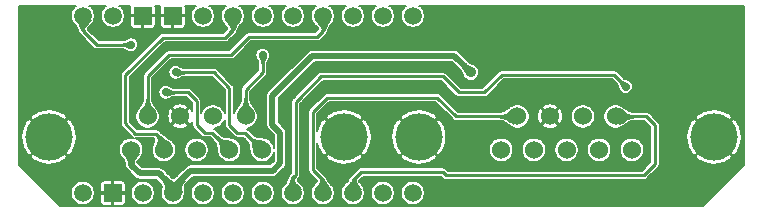
<source format=gbr>
G04 #@! TF.GenerationSoftware,KiCad,Pcbnew,(5.1.10-1-10_14)*
G04 #@! TF.CreationDate,2021-10-26T20:18:43-04:00*
G04 #@! TF.ProjectId,DaemonBite_MD2,4461656d-6f6e-4426-9974-655f4d44322e,1*
G04 #@! TF.SameCoordinates,Original*
G04 #@! TF.FileFunction,Copper,L2,Bot*
G04 #@! TF.FilePolarity,Positive*
%FSLAX46Y46*%
G04 Gerber Fmt 4.6, Leading zero omitted, Abs format (unit mm)*
G04 Created by KiCad (PCBNEW (5.1.10-1-10_14)) date 2021-10-26 20:18:43*
%MOMM*%
%LPD*%
G01*
G04 APERTURE LIST*
G04 #@! TA.AperFunction,ComponentPad*
%ADD10C,4.000000*%
G04 #@! TD*
G04 #@! TA.AperFunction,ComponentPad*
%ADD11C,1.524000*%
G04 #@! TD*
G04 #@! TA.AperFunction,ComponentPad*
%ADD12C,1.500000*%
G04 #@! TD*
G04 #@! TA.AperFunction,ComponentPad*
%ADD13R,1.500000X1.500000*%
G04 #@! TD*
G04 #@! TA.AperFunction,ViaPad*
%ADD14C,0.889000*%
G04 #@! TD*
G04 #@! TA.AperFunction,ViaPad*
%ADD15C,0.700000*%
G04 #@! TD*
G04 #@! TA.AperFunction,Conductor*
%ADD16C,0.508000*%
G04 #@! TD*
G04 #@! TA.AperFunction,Conductor*
%ADD17C,0.250000*%
G04 #@! TD*
G04 #@! TA.AperFunction,Conductor*
%ADD18C,0.160000*%
G04 #@! TD*
G04 #@! TA.AperFunction,Conductor*
%ADD19C,0.152400*%
G04 #@! TD*
G04 #@! TA.AperFunction,Conductor*
%ADD20C,0.025400*%
G04 #@! TD*
G04 APERTURE END LIST*
D10*
X138880000Y-99840000D03*
X163870000Y-99840000D03*
D11*
X147230000Y-98090000D03*
X150000000Y-98090000D03*
X152770000Y-98090000D03*
X155540000Y-98090000D03*
X145845000Y-100930000D03*
X148615000Y-100930000D03*
X151385000Y-100930000D03*
X154155000Y-100930000D03*
X156925000Y-100930000D03*
D10*
X107560000Y-99840000D03*
X132550000Y-99840000D03*
D11*
X115910000Y-98090000D03*
X118680000Y-98090000D03*
X121450000Y-98090000D03*
X124220000Y-98090000D03*
X114525000Y-100930000D03*
X117295000Y-100930000D03*
X120065000Y-100930000D03*
X122835000Y-100930000D03*
X125605000Y-100930000D03*
D12*
X138380000Y-89580000D03*
X135840000Y-89580000D03*
X133300000Y-89580000D03*
X130760000Y-89580000D03*
X128220000Y-89580000D03*
X125680000Y-89580000D03*
X123140000Y-89580000D03*
X120600000Y-89580000D03*
D13*
X118060000Y-89580000D03*
X115520000Y-89580000D03*
D12*
X112980000Y-89580000D03*
X110440000Y-89580000D03*
X138380000Y-104580000D03*
X135840000Y-104580000D03*
X133300000Y-104580000D03*
X130760000Y-104580000D03*
X128220000Y-104580000D03*
X125680000Y-104580000D03*
X123140000Y-104580000D03*
X120600000Y-104580000D03*
X118060000Y-104580000D03*
X115520000Y-104580000D03*
D13*
X112980000Y-104580000D03*
D12*
X110440000Y-104580000D03*
D14*
X143289998Y-94370000D03*
D15*
X150810000Y-95960000D03*
X146610000Y-96010000D03*
X132040000Y-91680000D03*
X123830000Y-93940000D03*
X156390000Y-95570000D03*
X125670002Y-92900000D03*
X117440000Y-96050000D03*
X114500000Y-92030000D03*
X118290000Y-94360000D03*
D16*
X114500000Y-102170000D02*
X114500000Y-101250000D01*
X115250000Y-102920000D02*
X114500000Y-102170000D01*
X116880000Y-102920000D02*
X115250000Y-102920000D01*
X118100000Y-104140000D02*
X116880000Y-102920000D01*
X118100000Y-104970000D02*
X118100000Y-104140000D01*
X141889998Y-92970000D02*
X143289998Y-94370000D01*
X129850000Y-92970000D02*
X141889998Y-92970000D01*
X126490000Y-98800000D02*
X126490000Y-96330000D01*
X127150000Y-99460000D02*
X126490000Y-98800000D01*
X127150000Y-102050000D02*
X127150000Y-99460000D01*
X126490000Y-96330000D02*
X129850000Y-92970000D01*
X119550000Y-102690000D02*
X126510000Y-102690000D01*
X126510000Y-102690000D02*
X127150000Y-102050000D01*
X118100000Y-104140000D02*
X119550000Y-102690000D01*
D17*
X140450000Y-96510000D02*
X142030000Y-98090000D01*
X131120000Y-96510000D02*
X140450000Y-96510000D01*
X130760000Y-104580000D02*
X130760000Y-103480000D01*
X129880000Y-97750000D02*
X131120000Y-96510000D01*
X142030000Y-98090000D02*
X147240000Y-98090000D01*
X130760000Y-103480000D02*
X129880000Y-102600000D01*
X129880000Y-102600000D02*
X129880000Y-97750000D01*
X158870000Y-98820000D02*
X158150000Y-98100000D01*
X158150000Y-98100000D02*
X155530000Y-98100000D01*
X158870000Y-102130000D02*
X158870000Y-98820000D01*
X157920000Y-103080000D02*
X158870000Y-102130000D01*
X140900000Y-102800000D02*
X141180000Y-103080000D01*
X141180000Y-103080000D02*
X157920000Y-103080000D01*
X133300000Y-103500000D02*
X134000000Y-102800000D01*
X134000000Y-102800000D02*
X140900000Y-102800000D01*
X133300000Y-104580000D02*
X133300000Y-103500000D01*
X128730000Y-96580000D02*
X128730000Y-96620000D01*
X130600000Y-94710000D02*
X128730000Y-96580000D01*
X140890000Y-94710000D02*
X130600000Y-94710000D01*
X142250000Y-96070000D02*
X140890000Y-94710000D01*
X128730000Y-96620000D02*
X128450000Y-96900000D01*
X144430000Y-96070000D02*
X142250000Y-96070000D01*
X145950000Y-94550000D02*
X144430000Y-96070000D01*
X155370000Y-94550000D02*
X145950000Y-94550000D01*
X156390000Y-95570000D02*
X155370000Y-94550000D01*
X128450000Y-96900000D02*
X128450000Y-103040000D01*
X128450000Y-103040000D02*
X128220000Y-103270000D01*
X128220000Y-103270000D02*
X128220000Y-104580000D01*
X130740000Y-90870000D02*
X130740000Y-89590000D01*
X130270000Y-91340000D02*
X130740000Y-90870000D01*
X124530000Y-91340000D02*
X130270000Y-91340000D01*
X115910000Y-94700000D02*
X117750000Y-92860000D01*
X123010000Y-92860000D02*
X124530000Y-91340000D01*
X117750000Y-92860000D02*
X123010000Y-92860000D01*
X115910000Y-98090000D02*
X115910000Y-94700000D01*
X125670002Y-93394974D02*
X125670002Y-92900000D01*
X125670002Y-94369998D02*
X125670002Y-93394974D01*
X124210000Y-95830000D02*
X125670002Y-94369998D01*
X124210000Y-98080000D02*
X124210000Y-95830000D01*
X122470000Y-91440000D02*
X123120000Y-90790000D01*
X117200000Y-91440000D02*
X122470000Y-91440000D01*
X114030000Y-94610000D02*
X117200000Y-91440000D01*
X117295000Y-100255000D02*
X116590000Y-99550000D01*
X114030000Y-98690000D02*
X114030000Y-94610000D01*
X123120000Y-90790000D02*
X123120000Y-89590000D01*
X117295000Y-100930000D02*
X117295000Y-100255000D01*
X114890000Y-99550000D02*
X114030000Y-98690000D01*
X116590000Y-99550000D02*
X114890000Y-99550000D01*
X119310000Y-96050000D02*
X117440000Y-96050000D01*
X120060000Y-98790000D02*
X120060000Y-96800000D01*
X120060000Y-96800000D02*
X119310000Y-96050000D01*
X120750000Y-99480000D02*
X120060000Y-98790000D01*
X121400000Y-99480000D02*
X120750000Y-99480000D01*
X122830000Y-100910000D02*
X121400000Y-99480000D01*
X122830000Y-100930000D02*
X122830000Y-100910000D01*
X121510000Y-94360000D02*
X118290000Y-94360000D01*
X122840000Y-98810000D02*
X122840000Y-95690000D01*
X123520000Y-99490000D02*
X122840000Y-98810000D01*
X124180000Y-99490000D02*
X123520000Y-99490000D01*
X125605000Y-100915000D02*
X124180000Y-99490000D01*
X122840000Y-95690000D02*
X121510000Y-94360000D01*
X125605000Y-100930000D02*
X125605000Y-100915000D01*
X110460000Y-90860000D02*
X111630000Y-92030000D01*
X111630000Y-92030000D02*
X114500000Y-92030000D01*
X110460000Y-89640000D02*
X110460000Y-90860000D01*
D18*
X109789788Y-88787715D02*
X109647715Y-88929788D01*
X109536088Y-89096849D01*
X109459198Y-89282477D01*
X109420000Y-89479539D01*
X109420000Y-89680461D01*
X109459198Y-89877523D01*
X109536088Y-90063151D01*
X109647715Y-90230212D01*
X109713720Y-90296217D01*
X109793056Y-90384388D01*
X109844785Y-90457328D01*
X109882909Y-90526671D01*
X109915295Y-90600723D01*
X109947730Y-90685253D01*
X109948580Y-90687441D01*
X109984729Y-90779255D01*
X109991010Y-90793920D01*
X110035235Y-90889297D01*
X110046925Y-90911699D01*
X110080251Y-90968865D01*
X110081597Y-90973302D01*
X110093303Y-91011891D01*
X110129982Y-91080512D01*
X110179343Y-91140658D01*
X110194411Y-91153024D01*
X111336975Y-92295589D01*
X111349342Y-92310658D01*
X111409488Y-92360019D01*
X111478109Y-92396698D01*
X111529980Y-92412432D01*
X111552566Y-92419284D01*
X111559856Y-92420002D01*
X111610599Y-92425000D01*
X111610606Y-92425000D01*
X111630000Y-92426910D01*
X111649394Y-92425000D01*
X113805737Y-92425000D01*
X113869528Y-92427022D01*
X113912760Y-92431733D01*
X113943038Y-92437930D01*
X113966108Y-92445194D01*
X113988658Y-92454830D01*
X114016476Y-92469357D01*
X114053191Y-92490651D01*
X114098153Y-92517276D01*
X114102879Y-92520010D01*
X114154601Y-92549242D01*
X114164085Y-92554356D01*
X114184401Y-92564792D01*
X114206320Y-92579437D01*
X114319153Y-92626174D01*
X114438935Y-92650000D01*
X114561065Y-92650000D01*
X114680847Y-92626174D01*
X114793680Y-92579437D01*
X114895227Y-92511586D01*
X114981586Y-92425227D01*
X115049437Y-92323680D01*
X115096174Y-92210847D01*
X115120000Y-92091065D01*
X115120000Y-91968935D01*
X115096174Y-91849153D01*
X115049437Y-91736320D01*
X114981586Y-91634773D01*
X114895227Y-91548414D01*
X114793680Y-91480563D01*
X114680847Y-91433826D01*
X114561065Y-91410000D01*
X114438935Y-91410000D01*
X114319153Y-91433826D01*
X114206320Y-91480563D01*
X114184399Y-91495210D01*
X114164089Y-91505642D01*
X114154601Y-91510757D01*
X114102879Y-91539989D01*
X114098153Y-91542723D01*
X114053191Y-91569348D01*
X114016476Y-91590642D01*
X113988658Y-91605169D01*
X113966108Y-91614805D01*
X113943038Y-91622069D01*
X113912760Y-91628266D01*
X113869528Y-91632977D01*
X113805731Y-91635000D01*
X111793614Y-91635000D01*
X110905747Y-90747134D01*
X110855000Y-90683288D01*
X110855000Y-90661513D01*
X110857895Y-90654856D01*
X110898869Y-90598575D01*
X110971346Y-90518709D01*
X111062955Y-90423656D01*
X111068466Y-90417764D01*
X111163841Y-90312694D01*
X111178454Y-90295161D01*
X111214480Y-90248017D01*
X111232285Y-90230212D01*
X111261516Y-90186465D01*
X111266266Y-90180249D01*
X111287044Y-90148708D01*
X111288641Y-90145869D01*
X111343912Y-90063151D01*
X111420802Y-89877523D01*
X111460000Y-89680461D01*
X111460000Y-89479539D01*
X111420802Y-89282477D01*
X111343912Y-89096849D01*
X111232285Y-88929788D01*
X111090212Y-88787715D01*
X110988870Y-88720000D01*
X112431130Y-88720000D01*
X112329788Y-88787715D01*
X112187715Y-88929788D01*
X112076088Y-89096849D01*
X111999198Y-89282477D01*
X111960000Y-89479539D01*
X111960000Y-89680461D01*
X111999198Y-89877523D01*
X112076088Y-90063151D01*
X112187715Y-90230212D01*
X112329788Y-90372285D01*
X112496849Y-90483912D01*
X112682477Y-90560802D01*
X112879539Y-90600000D01*
X113080461Y-90600000D01*
X113277523Y-90560802D01*
X113463151Y-90483912D01*
X113630212Y-90372285D01*
X113672497Y-90330000D01*
X114438403Y-90330000D01*
X114444775Y-90394691D01*
X114463644Y-90456897D01*
X114494287Y-90514225D01*
X114535526Y-90564474D01*
X114585775Y-90605713D01*
X114643103Y-90636356D01*
X114705309Y-90655225D01*
X114770000Y-90661597D01*
X115392500Y-90660000D01*
X115475000Y-90577500D01*
X115475000Y-89625000D01*
X115565000Y-89625000D01*
X115565000Y-90577500D01*
X115647500Y-90660000D01*
X116270000Y-90661597D01*
X116334691Y-90655225D01*
X116396897Y-90636356D01*
X116454225Y-90605713D01*
X116504474Y-90564474D01*
X116545713Y-90514225D01*
X116576356Y-90456897D01*
X116595225Y-90394691D01*
X116601597Y-90330000D01*
X116978403Y-90330000D01*
X116984775Y-90394691D01*
X117003644Y-90456897D01*
X117034287Y-90514225D01*
X117075526Y-90564474D01*
X117125775Y-90605713D01*
X117183103Y-90636356D01*
X117245309Y-90655225D01*
X117310000Y-90661597D01*
X117932500Y-90660000D01*
X118015000Y-90577500D01*
X118015000Y-89625000D01*
X118105000Y-89625000D01*
X118105000Y-90577500D01*
X118187500Y-90660000D01*
X118810000Y-90661597D01*
X118874691Y-90655225D01*
X118936897Y-90636356D01*
X118994225Y-90605713D01*
X119044474Y-90564474D01*
X119085713Y-90514225D01*
X119116356Y-90456897D01*
X119135225Y-90394691D01*
X119141597Y-90330000D01*
X119140000Y-89707500D01*
X119057500Y-89625000D01*
X118105000Y-89625000D01*
X118015000Y-89625000D01*
X117062500Y-89625000D01*
X116980000Y-89707500D01*
X116978403Y-90330000D01*
X116601597Y-90330000D01*
X116600000Y-89707500D01*
X116517500Y-89625000D01*
X115565000Y-89625000D01*
X115475000Y-89625000D01*
X114522500Y-89625000D01*
X114440000Y-89707500D01*
X114438403Y-90330000D01*
X113672497Y-90330000D01*
X113772285Y-90230212D01*
X113883912Y-90063151D01*
X113960802Y-89877523D01*
X114000000Y-89680461D01*
X114000000Y-89479539D01*
X113960802Y-89282477D01*
X113883912Y-89096849D01*
X113772285Y-88929788D01*
X113630212Y-88787715D01*
X113528870Y-88720000D01*
X114458519Y-88720000D01*
X114444775Y-88765309D01*
X114438403Y-88830000D01*
X114440000Y-89452500D01*
X114522500Y-89535000D01*
X115475000Y-89535000D01*
X115475000Y-89515000D01*
X115565000Y-89515000D01*
X115565000Y-89535000D01*
X116517500Y-89535000D01*
X116600000Y-89452500D01*
X116601597Y-88830000D01*
X116595225Y-88765309D01*
X116581481Y-88720000D01*
X116998519Y-88720000D01*
X116984775Y-88765309D01*
X116978403Y-88830000D01*
X116980000Y-89452500D01*
X117062500Y-89535000D01*
X118015000Y-89535000D01*
X118015000Y-89515000D01*
X118105000Y-89515000D01*
X118105000Y-89535000D01*
X119057500Y-89535000D01*
X119140000Y-89452500D01*
X119141597Y-88830000D01*
X119135225Y-88765309D01*
X119121481Y-88720000D01*
X120051130Y-88720000D01*
X119949788Y-88787715D01*
X119807715Y-88929788D01*
X119696088Y-89096849D01*
X119619198Y-89282477D01*
X119580000Y-89479539D01*
X119580000Y-89680461D01*
X119619198Y-89877523D01*
X119696088Y-90063151D01*
X119807715Y-90230212D01*
X119949788Y-90372285D01*
X120116849Y-90483912D01*
X120302477Y-90560802D01*
X120499539Y-90600000D01*
X120700461Y-90600000D01*
X120897523Y-90560802D01*
X121083151Y-90483912D01*
X121250212Y-90372285D01*
X121392285Y-90230212D01*
X121503912Y-90063151D01*
X121580802Y-89877523D01*
X121620000Y-89680461D01*
X121620000Y-89479539D01*
X121580802Y-89282477D01*
X121503912Y-89096849D01*
X121392285Y-88929788D01*
X121250212Y-88787715D01*
X121148870Y-88720000D01*
X122591130Y-88720000D01*
X122489788Y-88787715D01*
X122347715Y-88929788D01*
X122236088Y-89096849D01*
X122159198Y-89282477D01*
X122120000Y-89479539D01*
X122120000Y-89680461D01*
X122159198Y-89877523D01*
X122236088Y-90063151D01*
X122284210Y-90135170D01*
X122288608Y-90143126D01*
X122307130Y-90172102D01*
X122327027Y-90199250D01*
X122347715Y-90230212D01*
X122355217Y-90237714D01*
X122389338Y-90284270D01*
X122401945Y-90300180D01*
X122490183Y-90403324D01*
X122494158Y-90407868D01*
X122577305Y-90500773D01*
X122641158Y-90577649D01*
X122675793Y-90630626D01*
X122682492Y-90648568D01*
X122677897Y-90660389D01*
X122625119Y-90726267D01*
X122306387Y-91045000D01*
X117219394Y-91045000D01*
X117200000Y-91043090D01*
X117180606Y-91045000D01*
X117180599Y-91045000D01*
X117129856Y-91049998D01*
X117122566Y-91050716D01*
X117106502Y-91055589D01*
X117048109Y-91073302D01*
X116979488Y-91109981D01*
X116919342Y-91159342D01*
X116906975Y-91174411D01*
X113764412Y-94316975D01*
X113749343Y-94329342D01*
X113699982Y-94389488D01*
X113674355Y-94437433D01*
X113663303Y-94458109D01*
X113640716Y-94532567D01*
X113633090Y-94610000D01*
X113635001Y-94629404D01*
X113635000Y-98670606D01*
X113633090Y-98690000D01*
X113635000Y-98709394D01*
X113635000Y-98709400D01*
X113638267Y-98742567D01*
X113640328Y-98763488D01*
X113640716Y-98767432D01*
X113663302Y-98841890D01*
X113699981Y-98910511D01*
X113749342Y-98970658D01*
X113764416Y-98983029D01*
X114596974Y-99815588D01*
X114609342Y-99830658D01*
X114669488Y-99880019D01*
X114702750Y-99897798D01*
X114738108Y-99916698D01*
X114771380Y-99926791D01*
X114626643Y-99898000D01*
X114423357Y-99898000D01*
X114223977Y-99937660D01*
X114036165Y-100015454D01*
X113867139Y-100128394D01*
X113723394Y-100272139D01*
X113610454Y-100441165D01*
X113532660Y-100628977D01*
X113493000Y-100828357D01*
X113493000Y-101031643D01*
X113532660Y-101231023D01*
X113610454Y-101418835D01*
X113723394Y-101587861D01*
X113787958Y-101652425D01*
X113858769Y-101734987D01*
X113898979Y-101801743D01*
X113926404Y-101869691D01*
X113947991Y-101949108D01*
X113968293Y-102044502D01*
X113969097Y-102048155D01*
X113976000Y-102078518D01*
X113976000Y-102144271D01*
X113973466Y-102170000D01*
X113976000Y-102195729D01*
X113976000Y-102195738D01*
X113983582Y-102272721D01*
X114013545Y-102371495D01*
X114062202Y-102462527D01*
X114127684Y-102542316D01*
X114147677Y-102558724D01*
X114861280Y-103272328D01*
X114877684Y-103292316D01*
X114897672Y-103308720D01*
X114897676Y-103308724D01*
X114921296Y-103328108D01*
X114957473Y-103357798D01*
X115048504Y-103406455D01*
X115147278Y-103436418D01*
X115224261Y-103444000D01*
X115224270Y-103444000D01*
X115249999Y-103446534D01*
X115275728Y-103444000D01*
X116662953Y-103444000D01*
X116919060Y-103700107D01*
X116996885Y-103785282D01*
X117045406Y-103851957D01*
X117074108Y-103905820D01*
X117089929Y-103952030D01*
X117097977Y-103999180D01*
X117099706Y-104055886D01*
X117094657Y-104127501D01*
X117083090Y-104216080D01*
X117066988Y-104321103D01*
X117066682Y-104323150D01*
X117054631Y-104405984D01*
X117040000Y-104479539D01*
X117040000Y-104680461D01*
X117079198Y-104877523D01*
X117156088Y-105063151D01*
X117267715Y-105230212D01*
X117409788Y-105372285D01*
X117576849Y-105483912D01*
X117762477Y-105560802D01*
X117959539Y-105600000D01*
X118160461Y-105600000D01*
X118357523Y-105560802D01*
X118543151Y-105483912D01*
X118710212Y-105372285D01*
X118852285Y-105230212D01*
X118963912Y-105063151D01*
X119040802Y-104877523D01*
X119080000Y-104680461D01*
X119080000Y-104479539D01*
X119580000Y-104479539D01*
X119580000Y-104680461D01*
X119619198Y-104877523D01*
X119696088Y-105063151D01*
X119807715Y-105230212D01*
X119949788Y-105372285D01*
X120116849Y-105483912D01*
X120302477Y-105560802D01*
X120499539Y-105600000D01*
X120700461Y-105600000D01*
X120897523Y-105560802D01*
X121083151Y-105483912D01*
X121250212Y-105372285D01*
X121392285Y-105230212D01*
X121503912Y-105063151D01*
X121580802Y-104877523D01*
X121620000Y-104680461D01*
X121620000Y-104479539D01*
X122120000Y-104479539D01*
X122120000Y-104680461D01*
X122159198Y-104877523D01*
X122236088Y-105063151D01*
X122347715Y-105230212D01*
X122489788Y-105372285D01*
X122656849Y-105483912D01*
X122842477Y-105560802D01*
X123039539Y-105600000D01*
X123240461Y-105600000D01*
X123437523Y-105560802D01*
X123623151Y-105483912D01*
X123790212Y-105372285D01*
X123932285Y-105230212D01*
X124043912Y-105063151D01*
X124120802Y-104877523D01*
X124160000Y-104680461D01*
X124160000Y-104479539D01*
X124660000Y-104479539D01*
X124660000Y-104680461D01*
X124699198Y-104877523D01*
X124776088Y-105063151D01*
X124887715Y-105230212D01*
X125029788Y-105372285D01*
X125196849Y-105483912D01*
X125382477Y-105560802D01*
X125579539Y-105600000D01*
X125780461Y-105600000D01*
X125977523Y-105560802D01*
X126163151Y-105483912D01*
X126330212Y-105372285D01*
X126472285Y-105230212D01*
X126583912Y-105063151D01*
X126660802Y-104877523D01*
X126700000Y-104680461D01*
X126700000Y-104479539D01*
X127200000Y-104479539D01*
X127200000Y-104680461D01*
X127239198Y-104877523D01*
X127316088Y-105063151D01*
X127427715Y-105230212D01*
X127569788Y-105372285D01*
X127736849Y-105483912D01*
X127922477Y-105560802D01*
X128119539Y-105600000D01*
X128320461Y-105600000D01*
X128517523Y-105560802D01*
X128703151Y-105483912D01*
X128870212Y-105372285D01*
X129012285Y-105230212D01*
X129123912Y-105063151D01*
X129200802Y-104877523D01*
X129240000Y-104680461D01*
X129240000Y-104479539D01*
X129200802Y-104282477D01*
X129123912Y-104096849D01*
X129012285Y-103929788D01*
X128984308Y-103901811D01*
X128936642Y-103843102D01*
X128921447Y-103825931D01*
X128821546Y-103722265D01*
X128815778Y-103716459D01*
X128719675Y-103622602D01*
X128643163Y-103543405D01*
X128615000Y-103507254D01*
X128615000Y-103441447D01*
X128644738Y-103403875D01*
X128715584Y-103333029D01*
X128730658Y-103320658D01*
X128780019Y-103260512D01*
X128816698Y-103191891D01*
X128839284Y-103117433D01*
X128845000Y-103059401D01*
X128845000Y-103059395D01*
X128846910Y-103040001D01*
X128845000Y-103020607D01*
X128845000Y-97750000D01*
X129483090Y-97750000D01*
X129485001Y-97769404D01*
X129485000Y-102580606D01*
X129483090Y-102600000D01*
X129485000Y-102619394D01*
X129485000Y-102619400D01*
X129487828Y-102648109D01*
X129490716Y-102677433D01*
X129496511Y-102696535D01*
X129513302Y-102751890D01*
X129549981Y-102820511D01*
X129599342Y-102880658D01*
X129614416Y-102893029D01*
X130187930Y-103466544D01*
X130238964Y-103529445D01*
X130246011Y-103546055D01*
X130241533Y-103561747D01*
X130216142Y-103607747D01*
X130165214Y-103677499D01*
X130094512Y-103764608D01*
X130093446Y-103765930D01*
X130014994Y-103863840D01*
X130005943Y-103875802D01*
X129930693Y-103981219D01*
X129915791Y-104004536D01*
X129904421Y-104024514D01*
X129856088Y-104096849D01*
X129779198Y-104282477D01*
X129740000Y-104479539D01*
X129740000Y-104680461D01*
X129779198Y-104877523D01*
X129856088Y-105063151D01*
X129967715Y-105230212D01*
X130109788Y-105372285D01*
X130276849Y-105483912D01*
X130462477Y-105560802D01*
X130659539Y-105600000D01*
X130860461Y-105600000D01*
X131057523Y-105560802D01*
X131243151Y-105483912D01*
X131410212Y-105372285D01*
X131552285Y-105230212D01*
X131663912Y-105063151D01*
X131740802Y-104877523D01*
X131780000Y-104680461D01*
X131780000Y-104479539D01*
X132280000Y-104479539D01*
X132280000Y-104680461D01*
X132319198Y-104877523D01*
X132396088Y-105063151D01*
X132507715Y-105230212D01*
X132649788Y-105372285D01*
X132816849Y-105483912D01*
X133002477Y-105560802D01*
X133199539Y-105600000D01*
X133400461Y-105600000D01*
X133597523Y-105560802D01*
X133783151Y-105483912D01*
X133950212Y-105372285D01*
X134092285Y-105230212D01*
X134203912Y-105063151D01*
X134280802Y-104877523D01*
X134320000Y-104680461D01*
X134320000Y-104479539D01*
X134820000Y-104479539D01*
X134820000Y-104680461D01*
X134859198Y-104877523D01*
X134936088Y-105063151D01*
X135047715Y-105230212D01*
X135189788Y-105372285D01*
X135356849Y-105483912D01*
X135542477Y-105560802D01*
X135739539Y-105600000D01*
X135940461Y-105600000D01*
X136137523Y-105560802D01*
X136323151Y-105483912D01*
X136490212Y-105372285D01*
X136632285Y-105230212D01*
X136743912Y-105063151D01*
X136820802Y-104877523D01*
X136860000Y-104680461D01*
X136860000Y-104479539D01*
X137360000Y-104479539D01*
X137360000Y-104680461D01*
X137399198Y-104877523D01*
X137476088Y-105063151D01*
X137587715Y-105230212D01*
X137729788Y-105372285D01*
X137896849Y-105483912D01*
X138082477Y-105560802D01*
X138279539Y-105600000D01*
X138480461Y-105600000D01*
X138677523Y-105560802D01*
X138863151Y-105483912D01*
X139030212Y-105372285D01*
X139172285Y-105230212D01*
X139283912Y-105063151D01*
X139360802Y-104877523D01*
X139400000Y-104680461D01*
X139400000Y-104479539D01*
X139360802Y-104282477D01*
X139283912Y-104096849D01*
X139172285Y-103929788D01*
X139030212Y-103787715D01*
X138863151Y-103676088D01*
X138677523Y-103599198D01*
X138480461Y-103560000D01*
X138279539Y-103560000D01*
X138082477Y-103599198D01*
X137896849Y-103676088D01*
X137729788Y-103787715D01*
X137587715Y-103929788D01*
X137476088Y-104096849D01*
X137399198Y-104282477D01*
X137360000Y-104479539D01*
X136860000Y-104479539D01*
X136820802Y-104282477D01*
X136743912Y-104096849D01*
X136632285Y-103929788D01*
X136490212Y-103787715D01*
X136323151Y-103676088D01*
X136137523Y-103599198D01*
X135940461Y-103560000D01*
X135739539Y-103560000D01*
X135542477Y-103599198D01*
X135356849Y-103676088D01*
X135189788Y-103787715D01*
X135047715Y-103929788D01*
X134936088Y-104096849D01*
X134859198Y-104282477D01*
X134820000Y-104479539D01*
X134320000Y-104479539D01*
X134280802Y-104282477D01*
X134203912Y-104096849D01*
X134157596Y-104027532D01*
X134145478Y-104006119D01*
X134131283Y-103983686D01*
X134057610Y-103879021D01*
X134049183Y-103867691D01*
X133972742Y-103770336D01*
X133972148Y-103769582D01*
X133903834Y-103683211D01*
X133855256Y-103614523D01*
X133831422Y-103569534D01*
X133827160Y-103553546D01*
X133827164Y-103553478D01*
X133835026Y-103535281D01*
X133886081Y-103472533D01*
X134163614Y-103195000D01*
X140736387Y-103195000D01*
X140886975Y-103345589D01*
X140899342Y-103360658D01*
X140959488Y-103410019D01*
X141028109Y-103446698D01*
X141102567Y-103469284D01*
X141160599Y-103475000D01*
X141160606Y-103475000D01*
X141180000Y-103476910D01*
X141199394Y-103475000D01*
X157900606Y-103475000D01*
X157920000Y-103476910D01*
X157939394Y-103475000D01*
X157939401Y-103475000D01*
X157997433Y-103469284D01*
X158071891Y-103446698D01*
X158140512Y-103410019D01*
X158200658Y-103360658D01*
X158213029Y-103345584D01*
X159135590Y-102423024D01*
X159150658Y-102410658D01*
X159200019Y-102350512D01*
X159236698Y-102281891D01*
X159259284Y-102207433D01*
X159265000Y-102149401D01*
X159265000Y-102149394D01*
X159266910Y-102130000D01*
X159265000Y-102110606D01*
X159265000Y-101468697D01*
X162304942Y-101468697D01*
X162530493Y-101760231D01*
X162930850Y-101984660D01*
X163367298Y-102126670D01*
X163823065Y-102180805D01*
X164280635Y-102144983D01*
X164722425Y-102020582D01*
X165131457Y-101812383D01*
X165209507Y-101760231D01*
X165435058Y-101468697D01*
X163870000Y-99903640D01*
X162304942Y-101468697D01*
X159265000Y-101468697D01*
X159265000Y-99793065D01*
X161529195Y-99793065D01*
X161565017Y-100250635D01*
X161689418Y-100692425D01*
X161897617Y-101101457D01*
X161949769Y-101179507D01*
X162241303Y-101405058D01*
X163806360Y-99840000D01*
X163933640Y-99840000D01*
X165498697Y-101405058D01*
X165790231Y-101179507D01*
X166014660Y-100779150D01*
X166156670Y-100342702D01*
X166210805Y-99886935D01*
X166174983Y-99429365D01*
X166050582Y-98987575D01*
X165842383Y-98578543D01*
X165790231Y-98500493D01*
X165498697Y-98274942D01*
X163933640Y-99840000D01*
X163806360Y-99840000D01*
X162241303Y-98274942D01*
X161949769Y-98500493D01*
X161725340Y-98900850D01*
X161583330Y-99337298D01*
X161529195Y-99793065D01*
X159265000Y-99793065D01*
X159265000Y-98839394D01*
X159266910Y-98820000D01*
X159265000Y-98800606D01*
X159265000Y-98800599D01*
X159259284Y-98742567D01*
X159236698Y-98668109D01*
X159200019Y-98599488D01*
X159150658Y-98539342D01*
X159135589Y-98526975D01*
X158819917Y-98211303D01*
X162304942Y-98211303D01*
X163870000Y-99776360D01*
X165435058Y-98211303D01*
X165209507Y-97919769D01*
X164809150Y-97695340D01*
X164372702Y-97553330D01*
X163916935Y-97499195D01*
X163459365Y-97535017D01*
X163017575Y-97659418D01*
X162608543Y-97867617D01*
X162530493Y-97919769D01*
X162304942Y-98211303D01*
X158819917Y-98211303D01*
X158443029Y-97834416D01*
X158430658Y-97819342D01*
X158370512Y-97769981D01*
X158301891Y-97733302D01*
X158227433Y-97710716D01*
X158169401Y-97705000D01*
X158169394Y-97705000D01*
X158150000Y-97703090D01*
X158130606Y-97705000D01*
X157058820Y-97705000D01*
X156905138Y-97697241D01*
X156795323Y-97678089D01*
X156712419Y-97650874D01*
X156642791Y-97615865D01*
X156573913Y-97569650D01*
X156497064Y-97508889D01*
X156409154Y-97436105D01*
X156403260Y-97431363D01*
X156303435Y-97353323D01*
X156289123Y-97342872D01*
X156172844Y-97263683D01*
X156152760Y-97251255D01*
X156088111Y-97215061D01*
X156028835Y-97175454D01*
X155841023Y-97097660D01*
X155641643Y-97058000D01*
X155438357Y-97058000D01*
X155238977Y-97097660D01*
X155051165Y-97175454D01*
X154882139Y-97288394D01*
X154738394Y-97432139D01*
X154625454Y-97601165D01*
X154547660Y-97788977D01*
X154508000Y-97988357D01*
X154508000Y-98191643D01*
X154547660Y-98391023D01*
X154625454Y-98578835D01*
X154738394Y-98747861D01*
X154882139Y-98891606D01*
X155051165Y-99004546D01*
X155238977Y-99082340D01*
X155438357Y-99122000D01*
X155641643Y-99122000D01*
X155841023Y-99082340D01*
X156028835Y-99004546D01*
X156074778Y-98973848D01*
X156131343Y-98944105D01*
X156152098Y-98931983D01*
X156270960Y-98855269D01*
X156286077Y-98844766D01*
X156388050Y-98768632D01*
X156394719Y-98763488D01*
X156484744Y-98691795D01*
X156563819Y-98631241D01*
X156634766Y-98584839D01*
X156706443Y-98549510D01*
X156791393Y-98522049D01*
X156903180Y-98502782D01*
X157058752Y-98495000D01*
X157986387Y-98495000D01*
X158475001Y-98983615D01*
X158475000Y-101966386D01*
X157756387Y-102685000D01*
X141343614Y-102685000D01*
X141193029Y-102534416D01*
X141180658Y-102519342D01*
X141120512Y-102469981D01*
X141051891Y-102433302D01*
X140977433Y-102410716D01*
X140919401Y-102405000D01*
X140919394Y-102405000D01*
X140900000Y-102403090D01*
X140880606Y-102405000D01*
X134019390Y-102405000D01*
X133999999Y-102403090D01*
X133980608Y-102405000D01*
X133980599Y-102405000D01*
X133922567Y-102410716D01*
X133848109Y-102433302D01*
X133779488Y-102469981D01*
X133719342Y-102519342D01*
X133706975Y-102534411D01*
X133034411Y-103206976D01*
X133019343Y-103219342D01*
X133006976Y-103234411D01*
X133006975Y-103234412D01*
X132998153Y-103245162D01*
X132969982Y-103279488D01*
X132944392Y-103327364D01*
X132933303Y-103348109D01*
X132910716Y-103422567D01*
X132910110Y-103428721D01*
X132893430Y-103454521D01*
X132892745Y-103455586D01*
X132842976Y-103533366D01*
X132792974Y-103607424D01*
X132736819Y-103682640D01*
X132667648Y-103764801D01*
X132576169Y-103861334D01*
X132507715Y-103929788D01*
X132396088Y-104096849D01*
X132319198Y-104282477D01*
X132280000Y-104479539D01*
X131780000Y-104479539D01*
X131740802Y-104282477D01*
X131663912Y-104096849D01*
X131552285Y-103929788D01*
X131484095Y-103861598D01*
X131394106Y-103766095D01*
X131327060Y-103684969D01*
X131273114Y-103610358D01*
X131225277Y-103536325D01*
X131177509Y-103457797D01*
X131176777Y-103456602D01*
X131150382Y-103413713D01*
X131149284Y-103402567D01*
X131146907Y-103394729D01*
X131140323Y-103373025D01*
X131126698Y-103328109D01*
X131090019Y-103259488D01*
X131040658Y-103199342D01*
X131025589Y-103186975D01*
X130275000Y-102436387D01*
X130275000Y-101468697D01*
X130984942Y-101468697D01*
X131210493Y-101760231D01*
X131610850Y-101984660D01*
X132047298Y-102126670D01*
X132503065Y-102180805D01*
X132960635Y-102144983D01*
X133402425Y-102020582D01*
X133811457Y-101812383D01*
X133889507Y-101760231D01*
X134115058Y-101468697D01*
X137314942Y-101468697D01*
X137540493Y-101760231D01*
X137940850Y-101984660D01*
X138377298Y-102126670D01*
X138833065Y-102180805D01*
X139290635Y-102144983D01*
X139732425Y-102020582D01*
X140141457Y-101812383D01*
X140219507Y-101760231D01*
X140445058Y-101468697D01*
X138880000Y-99903640D01*
X137314942Y-101468697D01*
X134115058Y-101468697D01*
X132550000Y-99903640D01*
X130984942Y-101468697D01*
X130275000Y-101468697D01*
X130275000Y-100357115D01*
X130369418Y-100692425D01*
X130577617Y-101101457D01*
X130629769Y-101179507D01*
X130921303Y-101405058D01*
X132486360Y-99840000D01*
X132613640Y-99840000D01*
X134178697Y-101405058D01*
X134470231Y-101179507D01*
X134694660Y-100779150D01*
X134836670Y-100342702D01*
X134890805Y-99886935D01*
X134883457Y-99793065D01*
X136539195Y-99793065D01*
X136575017Y-100250635D01*
X136699418Y-100692425D01*
X136907617Y-101101457D01*
X136959769Y-101179507D01*
X137251303Y-101405058D01*
X138816360Y-99840000D01*
X138943640Y-99840000D01*
X140508697Y-101405058D01*
X140800231Y-101179507D01*
X140997075Y-100828357D01*
X144813000Y-100828357D01*
X144813000Y-101031643D01*
X144852660Y-101231023D01*
X144930454Y-101418835D01*
X145043394Y-101587861D01*
X145187139Y-101731606D01*
X145356165Y-101844546D01*
X145543977Y-101922340D01*
X145743357Y-101962000D01*
X145946643Y-101962000D01*
X146146023Y-101922340D01*
X146333835Y-101844546D01*
X146502861Y-101731606D01*
X146646606Y-101587861D01*
X146759546Y-101418835D01*
X146837340Y-101231023D01*
X146877000Y-101031643D01*
X146877000Y-100828357D01*
X147583000Y-100828357D01*
X147583000Y-101031643D01*
X147622660Y-101231023D01*
X147700454Y-101418835D01*
X147813394Y-101587861D01*
X147957139Y-101731606D01*
X148126165Y-101844546D01*
X148313977Y-101922340D01*
X148513357Y-101962000D01*
X148716643Y-101962000D01*
X148916023Y-101922340D01*
X149103835Y-101844546D01*
X149272861Y-101731606D01*
X149416606Y-101587861D01*
X149529546Y-101418835D01*
X149607340Y-101231023D01*
X149647000Y-101031643D01*
X149647000Y-100828357D01*
X150353000Y-100828357D01*
X150353000Y-101031643D01*
X150392660Y-101231023D01*
X150470454Y-101418835D01*
X150583394Y-101587861D01*
X150727139Y-101731606D01*
X150896165Y-101844546D01*
X151083977Y-101922340D01*
X151283357Y-101962000D01*
X151486643Y-101962000D01*
X151686023Y-101922340D01*
X151873835Y-101844546D01*
X152042861Y-101731606D01*
X152186606Y-101587861D01*
X152299546Y-101418835D01*
X152377340Y-101231023D01*
X152417000Y-101031643D01*
X152417000Y-100828357D01*
X153123000Y-100828357D01*
X153123000Y-101031643D01*
X153162660Y-101231023D01*
X153240454Y-101418835D01*
X153353394Y-101587861D01*
X153497139Y-101731606D01*
X153666165Y-101844546D01*
X153853977Y-101922340D01*
X154053357Y-101962000D01*
X154256643Y-101962000D01*
X154456023Y-101922340D01*
X154643835Y-101844546D01*
X154812861Y-101731606D01*
X154956606Y-101587861D01*
X155069546Y-101418835D01*
X155147340Y-101231023D01*
X155187000Y-101031643D01*
X155187000Y-100828357D01*
X155893000Y-100828357D01*
X155893000Y-101031643D01*
X155932660Y-101231023D01*
X156010454Y-101418835D01*
X156123394Y-101587861D01*
X156267139Y-101731606D01*
X156436165Y-101844546D01*
X156623977Y-101922340D01*
X156823357Y-101962000D01*
X157026643Y-101962000D01*
X157226023Y-101922340D01*
X157413835Y-101844546D01*
X157582861Y-101731606D01*
X157726606Y-101587861D01*
X157839546Y-101418835D01*
X157917340Y-101231023D01*
X157957000Y-101031643D01*
X157957000Y-100828357D01*
X157917340Y-100628977D01*
X157839546Y-100441165D01*
X157726606Y-100272139D01*
X157582861Y-100128394D01*
X157413835Y-100015454D01*
X157226023Y-99937660D01*
X157026643Y-99898000D01*
X156823357Y-99898000D01*
X156623977Y-99937660D01*
X156436165Y-100015454D01*
X156267139Y-100128394D01*
X156123394Y-100272139D01*
X156010454Y-100441165D01*
X155932660Y-100628977D01*
X155893000Y-100828357D01*
X155187000Y-100828357D01*
X155147340Y-100628977D01*
X155069546Y-100441165D01*
X154956606Y-100272139D01*
X154812861Y-100128394D01*
X154643835Y-100015454D01*
X154456023Y-99937660D01*
X154256643Y-99898000D01*
X154053357Y-99898000D01*
X153853977Y-99937660D01*
X153666165Y-100015454D01*
X153497139Y-100128394D01*
X153353394Y-100272139D01*
X153240454Y-100441165D01*
X153162660Y-100628977D01*
X153123000Y-100828357D01*
X152417000Y-100828357D01*
X152377340Y-100628977D01*
X152299546Y-100441165D01*
X152186606Y-100272139D01*
X152042861Y-100128394D01*
X151873835Y-100015454D01*
X151686023Y-99937660D01*
X151486643Y-99898000D01*
X151283357Y-99898000D01*
X151083977Y-99937660D01*
X150896165Y-100015454D01*
X150727139Y-100128394D01*
X150583394Y-100272139D01*
X150470454Y-100441165D01*
X150392660Y-100628977D01*
X150353000Y-100828357D01*
X149647000Y-100828357D01*
X149607340Y-100628977D01*
X149529546Y-100441165D01*
X149416606Y-100272139D01*
X149272861Y-100128394D01*
X149103835Y-100015454D01*
X148916023Y-99937660D01*
X148716643Y-99898000D01*
X148513357Y-99898000D01*
X148313977Y-99937660D01*
X148126165Y-100015454D01*
X147957139Y-100128394D01*
X147813394Y-100272139D01*
X147700454Y-100441165D01*
X147622660Y-100628977D01*
X147583000Y-100828357D01*
X146877000Y-100828357D01*
X146837340Y-100628977D01*
X146759546Y-100441165D01*
X146646606Y-100272139D01*
X146502861Y-100128394D01*
X146333835Y-100015454D01*
X146146023Y-99937660D01*
X145946643Y-99898000D01*
X145743357Y-99898000D01*
X145543977Y-99937660D01*
X145356165Y-100015454D01*
X145187139Y-100128394D01*
X145043394Y-100272139D01*
X144930454Y-100441165D01*
X144852660Y-100628977D01*
X144813000Y-100828357D01*
X140997075Y-100828357D01*
X141024660Y-100779150D01*
X141166670Y-100342702D01*
X141220805Y-99886935D01*
X141184983Y-99429365D01*
X141060582Y-98987575D01*
X140852383Y-98578543D01*
X140800231Y-98500493D01*
X140508697Y-98274942D01*
X138943640Y-99840000D01*
X138816360Y-99840000D01*
X137251303Y-98274942D01*
X136959769Y-98500493D01*
X136735340Y-98900850D01*
X136593330Y-99337298D01*
X136539195Y-99793065D01*
X134883457Y-99793065D01*
X134854983Y-99429365D01*
X134730582Y-98987575D01*
X134522383Y-98578543D01*
X134470231Y-98500493D01*
X134178697Y-98274942D01*
X132613640Y-99840000D01*
X132486360Y-99840000D01*
X130921303Y-98274942D01*
X130629769Y-98500493D01*
X130405340Y-98900850D01*
X130275000Y-99301432D01*
X130275000Y-98211303D01*
X130984942Y-98211303D01*
X132550000Y-99776360D01*
X134115058Y-98211303D01*
X137314942Y-98211303D01*
X138880000Y-99776360D01*
X140445058Y-98211303D01*
X140219507Y-97919769D01*
X139819150Y-97695340D01*
X139382702Y-97553330D01*
X138926935Y-97499195D01*
X138469365Y-97535017D01*
X138027575Y-97659418D01*
X137618543Y-97867617D01*
X137540493Y-97919769D01*
X137314942Y-98211303D01*
X134115058Y-98211303D01*
X133889507Y-97919769D01*
X133489150Y-97695340D01*
X133052702Y-97553330D01*
X132596935Y-97499195D01*
X132139365Y-97535017D01*
X131697575Y-97659418D01*
X131288543Y-97867617D01*
X131210493Y-97919769D01*
X130984942Y-98211303D01*
X130275000Y-98211303D01*
X130275000Y-97913613D01*
X131283614Y-96905000D01*
X140286387Y-96905000D01*
X141736975Y-98355589D01*
X141749342Y-98370658D01*
X141809488Y-98420019D01*
X141878109Y-98456698D01*
X141952567Y-98479284D01*
X142010599Y-98485000D01*
X142010608Y-98485000D01*
X142029999Y-98486910D01*
X142049390Y-98485000D01*
X145711215Y-98485000D01*
X145865837Y-98492770D01*
X145976622Y-98511980D01*
X146060544Y-98539320D01*
X146131186Y-98574492D01*
X146201088Y-98620803D01*
X146279049Y-98681474D01*
X146368011Y-98753720D01*
X146374289Y-98758666D01*
X146475187Y-98835763D01*
X146489904Y-98846247D01*
X146607476Y-98924210D01*
X146627900Y-98936492D01*
X146688698Y-98969489D01*
X146741165Y-99004546D01*
X146928977Y-99082340D01*
X147128357Y-99122000D01*
X147331643Y-99122000D01*
X147531023Y-99082340D01*
X147718835Y-99004546D01*
X147887861Y-98891606D01*
X147940792Y-98838675D01*
X149314965Y-98838675D01*
X149391982Y-99003425D01*
X149581864Y-99104492D01*
X149787816Y-99166574D01*
X150001922Y-99187283D01*
X150215954Y-99165824D01*
X150421687Y-99103022D01*
X150608018Y-99003425D01*
X150685035Y-98838675D01*
X150000000Y-98153640D01*
X149314965Y-98838675D01*
X147940792Y-98838675D01*
X148031606Y-98747861D01*
X148144546Y-98578835D01*
X148222340Y-98391023D01*
X148262000Y-98191643D01*
X148262000Y-98091922D01*
X148902717Y-98091922D01*
X148924176Y-98305954D01*
X148986978Y-98511687D01*
X149086575Y-98698018D01*
X149251325Y-98775035D01*
X149936360Y-98090000D01*
X150063640Y-98090000D01*
X150748675Y-98775035D01*
X150913425Y-98698018D01*
X151014492Y-98508136D01*
X151076574Y-98302184D01*
X151097283Y-98088078D01*
X151087285Y-97988357D01*
X151738000Y-97988357D01*
X151738000Y-98191643D01*
X151777660Y-98391023D01*
X151855454Y-98578835D01*
X151968394Y-98747861D01*
X152112139Y-98891606D01*
X152281165Y-99004546D01*
X152468977Y-99082340D01*
X152668357Y-99122000D01*
X152871643Y-99122000D01*
X153071023Y-99082340D01*
X153258835Y-99004546D01*
X153427861Y-98891606D01*
X153571606Y-98747861D01*
X153684546Y-98578835D01*
X153762340Y-98391023D01*
X153802000Y-98191643D01*
X153802000Y-97988357D01*
X153762340Y-97788977D01*
X153684546Y-97601165D01*
X153571606Y-97432139D01*
X153427861Y-97288394D01*
X153258835Y-97175454D01*
X153071023Y-97097660D01*
X152871643Y-97058000D01*
X152668357Y-97058000D01*
X152468977Y-97097660D01*
X152281165Y-97175454D01*
X152112139Y-97288394D01*
X151968394Y-97432139D01*
X151855454Y-97601165D01*
X151777660Y-97788977D01*
X151738000Y-97988357D01*
X151087285Y-97988357D01*
X151075824Y-97874046D01*
X151013022Y-97668313D01*
X150913425Y-97481982D01*
X150748675Y-97404965D01*
X150063640Y-98090000D01*
X149936360Y-98090000D01*
X149251325Y-97404965D01*
X149086575Y-97481982D01*
X148985508Y-97671864D01*
X148923426Y-97877816D01*
X148902717Y-98091922D01*
X148262000Y-98091922D01*
X148262000Y-97988357D01*
X148222340Y-97788977D01*
X148144546Y-97601165D01*
X148031606Y-97432139D01*
X147940792Y-97341325D01*
X149314965Y-97341325D01*
X150000000Y-98026360D01*
X150685035Y-97341325D01*
X150608018Y-97176575D01*
X150418136Y-97075508D01*
X150212184Y-97013426D01*
X149998078Y-96992717D01*
X149784046Y-97014176D01*
X149578313Y-97076978D01*
X149391982Y-97176575D01*
X149314965Y-97341325D01*
X147940792Y-97341325D01*
X147887861Y-97288394D01*
X147718835Y-97175454D01*
X147531023Y-97097660D01*
X147331643Y-97058000D01*
X147128357Y-97058000D01*
X146928977Y-97097660D01*
X146741165Y-97175454D01*
X146688698Y-97210511D01*
X146627901Y-97243507D01*
X146607476Y-97255789D01*
X146489904Y-97333752D01*
X146475187Y-97344236D01*
X146374289Y-97421333D01*
X146368011Y-97426279D01*
X146279049Y-97498525D01*
X146201088Y-97559196D01*
X146131186Y-97605507D01*
X146060544Y-97640679D01*
X145976622Y-97668019D01*
X145865837Y-97687229D01*
X145711212Y-97695000D01*
X142193614Y-97695000D01*
X140743029Y-96244416D01*
X140730658Y-96229342D01*
X140670512Y-96179981D01*
X140601891Y-96143302D01*
X140527433Y-96120716D01*
X140469401Y-96115000D01*
X140469394Y-96115000D01*
X140450000Y-96113090D01*
X140430606Y-96115000D01*
X131139394Y-96115000D01*
X131120000Y-96113090D01*
X131100606Y-96115000D01*
X131100599Y-96115000D01*
X131049856Y-96119998D01*
X131042566Y-96120716D01*
X131020423Y-96127433D01*
X130968109Y-96143302D01*
X130899488Y-96179981D01*
X130839342Y-96229342D01*
X130826975Y-96244411D01*
X129614411Y-97456976D01*
X129599343Y-97469342D01*
X129549982Y-97529488D01*
X129547027Y-97535017D01*
X129513303Y-97598109D01*
X129490716Y-97672567D01*
X129483090Y-97750000D01*
X128845000Y-97750000D01*
X128845000Y-97063613D01*
X128995589Y-96913025D01*
X129010658Y-96900658D01*
X129030322Y-96876698D01*
X129060018Y-96840512D01*
X129069610Y-96822568D01*
X129096669Y-96771944D01*
X130763614Y-95105000D01*
X140726387Y-95105000D01*
X141956975Y-96335589D01*
X141969342Y-96350658D01*
X141984411Y-96363025D01*
X141998038Y-96374208D01*
X142029488Y-96400019D01*
X142098109Y-96436698D01*
X142172567Y-96459284D01*
X142230599Y-96465000D01*
X142230608Y-96465000D01*
X142249999Y-96466910D01*
X142269390Y-96465000D01*
X144410606Y-96465000D01*
X144430000Y-96466910D01*
X144449394Y-96465000D01*
X144449401Y-96465000D01*
X144507433Y-96459284D01*
X144581891Y-96436698D01*
X144650512Y-96400019D01*
X144710658Y-96350658D01*
X144723029Y-96335584D01*
X146113615Y-94945000D01*
X155206387Y-94945000D01*
X155619760Y-95358374D01*
X155663449Y-95404924D01*
X155690692Y-95438830D01*
X155707717Y-95464619D01*
X155718893Y-95486066D01*
X155728029Y-95508834D01*
X155737430Y-95538785D01*
X155748327Y-95579774D01*
X155761294Y-95630402D01*
X155762704Y-95635683D01*
X155778607Y-95692926D01*
X155781698Y-95703249D01*
X155788681Y-95724982D01*
X155793826Y-95750847D01*
X155840563Y-95863680D01*
X155908414Y-95965227D01*
X155994773Y-96051586D01*
X156096320Y-96119437D01*
X156209153Y-96166174D01*
X156328935Y-96190000D01*
X156451065Y-96190000D01*
X156570847Y-96166174D01*
X156683680Y-96119437D01*
X156785227Y-96051586D01*
X156871586Y-95965227D01*
X156939437Y-95863680D01*
X156986174Y-95750847D01*
X157010000Y-95631065D01*
X157010000Y-95508935D01*
X156986174Y-95389153D01*
X156939437Y-95276320D01*
X156871586Y-95174773D01*
X156785227Y-95088414D01*
X156683680Y-95020563D01*
X156570847Y-94973826D01*
X156544982Y-94968681D01*
X156523249Y-94961698D01*
X156512926Y-94958607D01*
X156455683Y-94942704D01*
X156450402Y-94941294D01*
X156399774Y-94928327D01*
X156358785Y-94917430D01*
X156328834Y-94908029D01*
X156306066Y-94898893D01*
X156284619Y-94887717D01*
X156258830Y-94870692D01*
X156224924Y-94843449D01*
X156178374Y-94799760D01*
X155663029Y-94284416D01*
X155650658Y-94269342D01*
X155590512Y-94219981D01*
X155521891Y-94183302D01*
X155447433Y-94160716D01*
X155389401Y-94155000D01*
X155389394Y-94155000D01*
X155370000Y-94153090D01*
X155350606Y-94155000D01*
X145969394Y-94155000D01*
X145950000Y-94153090D01*
X145930606Y-94155000D01*
X145930599Y-94155000D01*
X145872567Y-94160716D01*
X145798108Y-94183302D01*
X145729488Y-94219981D01*
X145684411Y-94256974D01*
X145684405Y-94256980D01*
X145669342Y-94269342D01*
X145656980Y-94284405D01*
X144266387Y-95675000D01*
X142413614Y-95675000D01*
X141183029Y-94444416D01*
X141170658Y-94429342D01*
X141110512Y-94379981D01*
X141041891Y-94343302D01*
X140967433Y-94320716D01*
X140909401Y-94315000D01*
X140909394Y-94315000D01*
X140890000Y-94313090D01*
X140870606Y-94315000D01*
X130619390Y-94315000D01*
X130599999Y-94313090D01*
X130580608Y-94315000D01*
X130580599Y-94315000D01*
X130522567Y-94320716D01*
X130448109Y-94343302D01*
X130379488Y-94379981D01*
X130319342Y-94429342D01*
X130306975Y-94444411D01*
X128464416Y-96286971D01*
X128449342Y-96299342D01*
X128399981Y-96359489D01*
X128363331Y-96428055D01*
X128184416Y-96606971D01*
X128169342Y-96619342D01*
X128119981Y-96679489D01*
X128083302Y-96748110D01*
X128076088Y-96771892D01*
X128060716Y-96822567D01*
X128059923Y-96830615D01*
X128055000Y-96880600D01*
X128055000Y-96880606D01*
X128053090Y-96900000D01*
X128055000Y-96919394D01*
X128055001Y-102876386D01*
X127954416Y-102976971D01*
X127939342Y-102989342D01*
X127889981Y-103049489D01*
X127853302Y-103118110D01*
X127843541Y-103150288D01*
X127790888Y-103249143D01*
X127778744Y-103275198D01*
X127739662Y-103372231D01*
X127733510Y-103389104D01*
X127702818Y-103482861D01*
X127702013Y-103485360D01*
X127674887Y-103571031D01*
X127647527Y-103644130D01*
X127614515Y-103710639D01*
X127568125Y-103779685D01*
X127492968Y-103864535D01*
X127427715Y-103929788D01*
X127316088Y-104096849D01*
X127239198Y-104282477D01*
X127200000Y-104479539D01*
X126700000Y-104479539D01*
X126660802Y-104282477D01*
X126583912Y-104096849D01*
X126472285Y-103929788D01*
X126330212Y-103787715D01*
X126163151Y-103676088D01*
X125977523Y-103599198D01*
X125780461Y-103560000D01*
X125579539Y-103560000D01*
X125382477Y-103599198D01*
X125196849Y-103676088D01*
X125029788Y-103787715D01*
X124887715Y-103929788D01*
X124776088Y-104096849D01*
X124699198Y-104282477D01*
X124660000Y-104479539D01*
X124160000Y-104479539D01*
X124120802Y-104282477D01*
X124043912Y-104096849D01*
X123932285Y-103929788D01*
X123790212Y-103787715D01*
X123623151Y-103676088D01*
X123437523Y-103599198D01*
X123240461Y-103560000D01*
X123039539Y-103560000D01*
X122842477Y-103599198D01*
X122656849Y-103676088D01*
X122489788Y-103787715D01*
X122347715Y-103929788D01*
X122236088Y-104096849D01*
X122159198Y-104282477D01*
X122120000Y-104479539D01*
X121620000Y-104479539D01*
X121580802Y-104282477D01*
X121503912Y-104096849D01*
X121392285Y-103929788D01*
X121250212Y-103787715D01*
X121083151Y-103676088D01*
X120897523Y-103599198D01*
X120700461Y-103560000D01*
X120499539Y-103560000D01*
X120302477Y-103599198D01*
X120116849Y-103676088D01*
X119949788Y-103787715D01*
X119807715Y-103929788D01*
X119696088Y-104096849D01*
X119619198Y-104282477D01*
X119580000Y-104479539D01*
X119080000Y-104479539D01*
X119073396Y-104446337D01*
X119070376Y-104399730D01*
X119070084Y-104395686D01*
X119061175Y-104284162D01*
X119054917Y-104189089D01*
X119053751Y-104111635D01*
X119058541Y-104049328D01*
X119069561Y-103996554D01*
X119088924Y-103944628D01*
X119122028Y-103885072D01*
X119175796Y-103812640D01*
X119259463Y-103721585D01*
X119767048Y-103214000D01*
X126484271Y-103214000D01*
X126510000Y-103216534D01*
X126535729Y-103214000D01*
X126535739Y-103214000D01*
X126612722Y-103206418D01*
X126711496Y-103176455D01*
X126802527Y-103127798D01*
X126882316Y-103062316D01*
X126898724Y-103042323D01*
X127502328Y-102438720D01*
X127522316Y-102422316D01*
X127538720Y-102402328D01*
X127538724Y-102402324D01*
X127587798Y-102342528D01*
X127636455Y-102251497D01*
X127644156Y-102226108D01*
X127666418Y-102152722D01*
X127674000Y-102075739D01*
X127674000Y-102075729D01*
X127676534Y-102050000D01*
X127674000Y-102024271D01*
X127674000Y-99485729D01*
X127676534Y-99460000D01*
X127674000Y-99434271D01*
X127674000Y-99434261D01*
X127666418Y-99357278D01*
X127636455Y-99258504D01*
X127598188Y-99186911D01*
X127587798Y-99167472D01*
X127538724Y-99107676D01*
X127538720Y-99107672D01*
X127522316Y-99087684D01*
X127502328Y-99071280D01*
X127014000Y-98582953D01*
X127014000Y-96547047D01*
X130067048Y-93494000D01*
X141672951Y-93494000D01*
X142293081Y-94114130D01*
X142358936Y-94181205D01*
X142411505Y-94237546D01*
X142452863Y-94285319D01*
X142484867Y-94326284D01*
X142509932Y-94362829D01*
X142530869Y-94398354D01*
X142550252Y-94436917D01*
X142569973Y-94482403D01*
X142591292Y-94537748D01*
X142599390Y-94560483D01*
X142602956Y-94578412D01*
X142656816Y-94708443D01*
X142735010Y-94825467D01*
X142834531Y-94924988D01*
X142951555Y-95003182D01*
X143081586Y-95057042D01*
X143219626Y-95084500D01*
X143360370Y-95084500D01*
X143498410Y-95057042D01*
X143628441Y-95003182D01*
X143745465Y-94924988D01*
X143844986Y-94825467D01*
X143923180Y-94708443D01*
X143977040Y-94578412D01*
X144004498Y-94440372D01*
X144004498Y-94299628D01*
X143977040Y-94161588D01*
X143923180Y-94031557D01*
X143844986Y-93914533D01*
X143745465Y-93815012D01*
X143628441Y-93736818D01*
X143498410Y-93682958D01*
X143480481Y-93679392D01*
X143457746Y-93671294D01*
X143402401Y-93649975D01*
X143356915Y-93630254D01*
X143318352Y-93610871D01*
X143282827Y-93589934D01*
X143246282Y-93564869D01*
X143205317Y-93532865D01*
X143157544Y-93491507D01*
X143101203Y-93438938D01*
X143034128Y-93373083D01*
X142278722Y-92617677D01*
X142262314Y-92597684D01*
X142182525Y-92532202D01*
X142091494Y-92483545D01*
X141992720Y-92453582D01*
X141915737Y-92446000D01*
X141915727Y-92446000D01*
X141889998Y-92443466D01*
X141864269Y-92446000D01*
X129875731Y-92446000D01*
X129850000Y-92443466D01*
X129824269Y-92446000D01*
X129824261Y-92446000D01*
X129747278Y-92453582D01*
X129648503Y-92483545D01*
X129557473Y-92532202D01*
X129497676Y-92581276D01*
X129497672Y-92581280D01*
X129477684Y-92597684D01*
X129461280Y-92617672D01*
X126137673Y-95941280D01*
X126117685Y-95957684D01*
X126101281Y-95977672D01*
X126101276Y-95977677D01*
X126052202Y-96037473D01*
X126003546Y-96128504D01*
X125973583Y-96227278D01*
X125963466Y-96330000D01*
X125966001Y-96355739D01*
X125966000Y-98774271D01*
X125963466Y-98800000D01*
X125966000Y-98825729D01*
X125966000Y-98825738D01*
X125973582Y-98902721D01*
X126003545Y-99001495D01*
X126052202Y-99092527D01*
X126117684Y-99172316D01*
X126137677Y-99188724D01*
X126626001Y-99677049D01*
X126626000Y-100773060D01*
X126597340Y-100628977D01*
X126519546Y-100441165D01*
X126406606Y-100272139D01*
X126262861Y-100128394D01*
X126093835Y-100015454D01*
X125906023Y-99937660D01*
X125853455Y-99927203D01*
X125789522Y-99907197D01*
X125767117Y-99901229D01*
X125627100Y-99870304D01*
X125609766Y-99867065D01*
X125482386Y-99847546D01*
X125474655Y-99846476D01*
X125359248Y-99832192D01*
X125259588Y-99817787D01*
X125175294Y-99799110D01*
X125097833Y-99771887D01*
X125016193Y-99729335D01*
X124921219Y-99661660D01*
X124803438Y-99554825D01*
X124473029Y-99224416D01*
X124460658Y-99209342D01*
X124400512Y-99159981D01*
X124331891Y-99123302D01*
X124325240Y-99121284D01*
X124521023Y-99082340D01*
X124708835Y-99004546D01*
X124877861Y-98891606D01*
X125021606Y-98747861D01*
X125134546Y-98578835D01*
X125212340Y-98391023D01*
X125252000Y-98191643D01*
X125252000Y-97988357D01*
X125212340Y-97788977D01*
X125134546Y-97601165D01*
X125095925Y-97543365D01*
X125058262Y-97475807D01*
X125046323Y-97456370D01*
X124966642Y-97338156D01*
X124956708Y-97324375D01*
X124878459Y-97222719D01*
X124874132Y-97217245D01*
X124801459Y-97127718D01*
X124740887Y-97049347D01*
X124694611Y-96978671D01*
X124659364Y-96906792D01*
X124631937Y-96821116D01*
X124612725Y-96708178D01*
X124605000Y-96551354D01*
X124605000Y-95993613D01*
X125935598Y-94663017D01*
X125950660Y-94650656D01*
X125963022Y-94635593D01*
X125963028Y-94635587D01*
X126000021Y-94590510D01*
X126036700Y-94521890D01*
X126059286Y-94447431D01*
X126060271Y-94437433D01*
X126065002Y-94389399D01*
X126065002Y-94389392D01*
X126066912Y-94369998D01*
X126065002Y-94350604D01*
X126065002Y-93604132D01*
X126067009Y-93538491D01*
X126071756Y-93493401D01*
X126078090Y-93461430D01*
X126085553Y-93436992D01*
X126095330Y-93413460D01*
X126109837Y-93384985D01*
X126130933Y-93347859D01*
X126157532Y-93302243D01*
X126159892Y-93298112D01*
X126189369Y-93245450D01*
X126194101Y-93236615D01*
X126205080Y-93215170D01*
X126219439Y-93193680D01*
X126266176Y-93080847D01*
X126290002Y-92961065D01*
X126290002Y-92838935D01*
X126266176Y-92719153D01*
X126219439Y-92606320D01*
X126151588Y-92504773D01*
X126065229Y-92418414D01*
X125963682Y-92350563D01*
X125850849Y-92303826D01*
X125731067Y-92280000D01*
X125608937Y-92280000D01*
X125489155Y-92303826D01*
X125376322Y-92350563D01*
X125274775Y-92418414D01*
X125188416Y-92504773D01*
X125120565Y-92606320D01*
X125073828Y-92719153D01*
X125050002Y-92838935D01*
X125050002Y-92961065D01*
X125073828Y-93080847D01*
X125120565Y-93193680D01*
X125134919Y-93215163D01*
X125145900Y-93236612D01*
X125150634Y-93245450D01*
X125180111Y-93298112D01*
X125182471Y-93302243D01*
X125209070Y-93347859D01*
X125230166Y-93384985D01*
X125244673Y-93413460D01*
X125254450Y-93436992D01*
X125261913Y-93461430D01*
X125268247Y-93493401D01*
X125272994Y-93538491D01*
X125275003Y-93604162D01*
X125275002Y-94206383D01*
X123944411Y-95536976D01*
X123929343Y-95549342D01*
X123879982Y-95609488D01*
X123852600Y-95660716D01*
X123843303Y-95678109D01*
X123820716Y-95752567D01*
X123813090Y-95830000D01*
X123815001Y-95849404D01*
X123815001Y-96551410D01*
X123807260Y-96710087D01*
X123787959Y-96824947D01*
X123760331Y-96912619D01*
X123724817Y-96986519D01*
X123678425Y-97059209D01*
X123618124Y-97139754D01*
X123546578Y-97231351D01*
X123541865Y-97237568D01*
X123465543Y-97341324D01*
X123455563Y-97355862D01*
X123378361Y-97476602D01*
X123366714Y-97496669D01*
X123335501Y-97556197D01*
X123305454Y-97601165D01*
X123235000Y-97771257D01*
X123235000Y-95709393D01*
X123236910Y-95689999D01*
X123235000Y-95670605D01*
X123235000Y-95670599D01*
X123229284Y-95612567D01*
X123228351Y-95609489D01*
X123222241Y-95589348D01*
X123206698Y-95538109D01*
X123170019Y-95469488D01*
X123120658Y-95409342D01*
X123105589Y-95396975D01*
X121803029Y-94094416D01*
X121790658Y-94079342D01*
X121730512Y-94029981D01*
X121661891Y-93993302D01*
X121587433Y-93970716D01*
X121529401Y-93965000D01*
X121529394Y-93965000D01*
X121510000Y-93963090D01*
X121490606Y-93965000D01*
X118984269Y-93965000D01*
X118920471Y-93962977D01*
X118877239Y-93958266D01*
X118846961Y-93952069D01*
X118823891Y-93944805D01*
X118801341Y-93935169D01*
X118773523Y-93920642D01*
X118736808Y-93899348D01*
X118691846Y-93872723D01*
X118687120Y-93869989D01*
X118635398Y-93840757D01*
X118625912Y-93835643D01*
X118605603Y-93825212D01*
X118583680Y-93810563D01*
X118470847Y-93763826D01*
X118351065Y-93740000D01*
X118228935Y-93740000D01*
X118109153Y-93763826D01*
X117996320Y-93810563D01*
X117894773Y-93878414D01*
X117808414Y-93964773D01*
X117740563Y-94066320D01*
X117693826Y-94179153D01*
X117670000Y-94298935D01*
X117670000Y-94421065D01*
X117693826Y-94540847D01*
X117740563Y-94653680D01*
X117808414Y-94755227D01*
X117894773Y-94841586D01*
X117996320Y-94909437D01*
X118109153Y-94956174D01*
X118228935Y-94980000D01*
X118351065Y-94980000D01*
X118470847Y-94956174D01*
X118583680Y-94909437D01*
X118605604Y-94894788D01*
X118625915Y-94884355D01*
X118635398Y-94879242D01*
X118687120Y-94850010D01*
X118691846Y-94847276D01*
X118736808Y-94820651D01*
X118773523Y-94799357D01*
X118801341Y-94784830D01*
X118823891Y-94775194D01*
X118846961Y-94767930D01*
X118877239Y-94761733D01*
X118920471Y-94757022D01*
X118984263Y-94755000D01*
X121346387Y-94755000D01*
X122445001Y-95853615D01*
X122445000Y-97802349D01*
X122442340Y-97788977D01*
X122364546Y-97601165D01*
X122251606Y-97432139D01*
X122107861Y-97288394D01*
X121938835Y-97175454D01*
X121751023Y-97097660D01*
X121551643Y-97058000D01*
X121348357Y-97058000D01*
X121148977Y-97097660D01*
X120961165Y-97175454D01*
X120792139Y-97288394D01*
X120648394Y-97432139D01*
X120535454Y-97601165D01*
X120457660Y-97788977D01*
X120455000Y-97802349D01*
X120455000Y-96819393D01*
X120456910Y-96799999D01*
X120455000Y-96780605D01*
X120455000Y-96780599D01*
X120449284Y-96722567D01*
X120448119Y-96718724D01*
X120441660Y-96697432D01*
X120426698Y-96648109D01*
X120390019Y-96579488D01*
X120340658Y-96519342D01*
X120325589Y-96506975D01*
X119603029Y-95784416D01*
X119590658Y-95769342D01*
X119530512Y-95719981D01*
X119461891Y-95683302D01*
X119387433Y-95660716D01*
X119329401Y-95655000D01*
X119329394Y-95655000D01*
X119310000Y-95653090D01*
X119290606Y-95655000D01*
X118134269Y-95655000D01*
X118070471Y-95652977D01*
X118027239Y-95648266D01*
X117996961Y-95642069D01*
X117973891Y-95634805D01*
X117951341Y-95625169D01*
X117923523Y-95610642D01*
X117886808Y-95589348D01*
X117841846Y-95562723D01*
X117837120Y-95559989D01*
X117785398Y-95530757D01*
X117775912Y-95525643D01*
X117755603Y-95515212D01*
X117733680Y-95500563D01*
X117620847Y-95453826D01*
X117501065Y-95430000D01*
X117378935Y-95430000D01*
X117259153Y-95453826D01*
X117146320Y-95500563D01*
X117044773Y-95568414D01*
X116958414Y-95654773D01*
X116890563Y-95756320D01*
X116843826Y-95869153D01*
X116820000Y-95988935D01*
X116820000Y-96111065D01*
X116843826Y-96230847D01*
X116890563Y-96343680D01*
X116958414Y-96445227D01*
X117044773Y-96531586D01*
X117146320Y-96599437D01*
X117259153Y-96646174D01*
X117378935Y-96670000D01*
X117501065Y-96670000D01*
X117620847Y-96646174D01*
X117733680Y-96599437D01*
X117755604Y-96584788D01*
X117775915Y-96574355D01*
X117785398Y-96569242D01*
X117837120Y-96540010D01*
X117841846Y-96537276D01*
X117886808Y-96510651D01*
X117923523Y-96489357D01*
X117951341Y-96474830D01*
X117973891Y-96465194D01*
X117996961Y-96457930D01*
X118027239Y-96451733D01*
X118070471Y-96447022D01*
X118134263Y-96445000D01*
X119146387Y-96445000D01*
X119665001Y-96963615D01*
X119665001Y-97615889D01*
X119593425Y-97481982D01*
X119428675Y-97404965D01*
X118743640Y-98090000D01*
X119428675Y-98775035D01*
X119593425Y-98698018D01*
X119665000Y-98563545D01*
X119665000Y-98770606D01*
X119663090Y-98790000D01*
X119665000Y-98809394D01*
X119665000Y-98809400D01*
X119670716Y-98867432D01*
X119693302Y-98941890D01*
X119729981Y-99010511D01*
X119779342Y-99070658D01*
X119794416Y-99083029D01*
X120456974Y-99745588D01*
X120469342Y-99760658D01*
X120529488Y-99810019D01*
X120598109Y-99846698D01*
X120672567Y-99869284D01*
X120730599Y-99875000D01*
X120730608Y-99875000D01*
X120749999Y-99876910D01*
X120769390Y-99875000D01*
X121236387Y-99875000D01*
X121476824Y-100115437D01*
X121581964Y-100231508D01*
X121647946Y-100324648D01*
X121688885Y-100404333D01*
X121714586Y-100479833D01*
X121731657Y-100562329D01*
X121744048Y-100660401D01*
X121755759Y-100774975D01*
X121756564Y-100781948D01*
X121772896Y-100908987D01*
X121775603Y-100925821D01*
X121802624Y-101065553D01*
X121807920Y-101087827D01*
X121828966Y-101162179D01*
X121842660Y-101231023D01*
X121920454Y-101418835D01*
X122033394Y-101587861D01*
X122177139Y-101731606D01*
X122346165Y-101844546D01*
X122533977Y-101922340D01*
X122733357Y-101962000D01*
X122936643Y-101962000D01*
X123136023Y-101922340D01*
X123323835Y-101844546D01*
X123492861Y-101731606D01*
X123636606Y-101587861D01*
X123749546Y-101418835D01*
X123827340Y-101231023D01*
X123867000Y-101031643D01*
X123867000Y-100828357D01*
X123827340Y-100628977D01*
X123749546Y-100441165D01*
X123636606Y-100272139D01*
X123492861Y-100128394D01*
X123323835Y-100015454D01*
X123136023Y-99937660D01*
X123083288Y-99927170D01*
X123019815Y-99907319D01*
X122997289Y-99901328D01*
X122857517Y-99870548D01*
X122840074Y-99867304D01*
X122712899Y-99847949D01*
X122705075Y-99846875D01*
X122589834Y-99832771D01*
X122490274Y-99818541D01*
X122406172Y-99800049D01*
X122328951Y-99773035D01*
X122247611Y-99730748D01*
X122152951Y-99663385D01*
X122035500Y-99556886D01*
X121693029Y-99214416D01*
X121680658Y-99199342D01*
X121620512Y-99149981D01*
X121563683Y-99119605D01*
X121751023Y-99082340D01*
X121938835Y-99004546D01*
X122107861Y-98891606D01*
X122251606Y-98747861D01*
X122364546Y-98578835D01*
X122442340Y-98391023D01*
X122445000Y-98377651D01*
X122445000Y-98790606D01*
X122443090Y-98810000D01*
X122445000Y-98829394D01*
X122445000Y-98829400D01*
X122450716Y-98887432D01*
X122473302Y-98961890D01*
X122509981Y-99030511D01*
X122559342Y-99090658D01*
X122574416Y-99103029D01*
X123226974Y-99755588D01*
X123239342Y-99770658D01*
X123299488Y-99820019D01*
X123368109Y-99856698D01*
X123409601Y-99869284D01*
X123442566Y-99879284D01*
X123450019Y-99880018D01*
X123500599Y-99885000D01*
X123500605Y-99885000D01*
X123519999Y-99886910D01*
X123539393Y-99885000D01*
X124016387Y-99885000D01*
X124244772Y-100113385D01*
X124350242Y-100229780D01*
X124416536Y-100323240D01*
X124457744Y-100403239D01*
X124483656Y-100478999D01*
X124500902Y-100561666D01*
X124513476Y-100659923D01*
X124525363Y-100774623D01*
X124526167Y-100781510D01*
X124542667Y-100908761D01*
X124545372Y-100925489D01*
X124572543Y-101065473D01*
X124577822Y-101087630D01*
X124599015Y-101162429D01*
X124612660Y-101231023D01*
X124690454Y-101418835D01*
X124803394Y-101587861D01*
X124947139Y-101731606D01*
X125116165Y-101844546D01*
X125303977Y-101922340D01*
X125503357Y-101962000D01*
X125706643Y-101962000D01*
X125906023Y-101922340D01*
X126093835Y-101844546D01*
X126262861Y-101731606D01*
X126406606Y-101587861D01*
X126519546Y-101418835D01*
X126597340Y-101231023D01*
X126626000Y-101086941D01*
X126626000Y-101832952D01*
X126292953Y-102166000D01*
X119575729Y-102166000D01*
X119550000Y-102163466D01*
X119524271Y-102166000D01*
X119524261Y-102166000D01*
X119447278Y-102173582D01*
X119374240Y-102195738D01*
X119348503Y-102203545D01*
X119257472Y-102252202D01*
X119197676Y-102301276D01*
X119197672Y-102301280D01*
X119177684Y-102317684D01*
X119161280Y-102337672D01*
X118516756Y-102982196D01*
X118383336Y-103109151D01*
X118269292Y-103206149D01*
X118167734Y-103282570D01*
X118097332Y-103329604D01*
X118018340Y-103273311D01*
X117914493Y-103192061D01*
X117798019Y-103091071D01*
X117662283Y-102961236D01*
X117268723Y-102567676D01*
X117252316Y-102547684D01*
X117172527Y-102482202D01*
X117081496Y-102433545D01*
X116982722Y-102403582D01*
X116905739Y-102396000D01*
X116905729Y-102396000D01*
X116880000Y-102393466D01*
X116854271Y-102396000D01*
X115467048Y-102396000D01*
X115087366Y-102016319D01*
X115042149Y-101960047D01*
X115039332Y-101953092D01*
X115042487Y-101943089D01*
X115067736Y-101900026D01*
X115118217Y-101834480D01*
X115188277Y-101752824D01*
X115188852Y-101752152D01*
X115266570Y-101660968D01*
X115275489Y-101649928D01*
X115311209Y-101603258D01*
X115326606Y-101587861D01*
X115357365Y-101541828D01*
X115365320Y-101530258D01*
X115367922Y-101526028D01*
X115439546Y-101418835D01*
X115517340Y-101231023D01*
X115557000Y-101031643D01*
X115557000Y-100828357D01*
X115517340Y-100628977D01*
X115439546Y-100441165D01*
X115326606Y-100272139D01*
X115182861Y-100128394D01*
X115013835Y-100015454D01*
X114835365Y-99941530D01*
X114870599Y-99945000D01*
X114870606Y-99945000D01*
X114890000Y-99946910D01*
X114909394Y-99945000D01*
X116421212Y-99945000D01*
X116450315Y-99978327D01*
X116480458Y-100027601D01*
X116492393Y-100061383D01*
X116495776Y-100091120D01*
X116492176Y-100130561D01*
X116478029Y-100187184D01*
X116451432Y-100261973D01*
X116413812Y-100354053D01*
X116370511Y-100458647D01*
X116367622Y-100465921D01*
X116338598Y-100542214D01*
X116302660Y-100628977D01*
X116263000Y-100828357D01*
X116263000Y-101031643D01*
X116302660Y-101231023D01*
X116380454Y-101418835D01*
X116493394Y-101587861D01*
X116637139Y-101731606D01*
X116806165Y-101844546D01*
X116993977Y-101922340D01*
X117193357Y-101962000D01*
X117396643Y-101962000D01*
X117596023Y-101922340D01*
X117783835Y-101844546D01*
X117952861Y-101731606D01*
X118096606Y-101587861D01*
X118209546Y-101418835D01*
X118287340Y-101231023D01*
X118327000Y-101031643D01*
X118327000Y-100828357D01*
X119033000Y-100828357D01*
X119033000Y-101031643D01*
X119072660Y-101231023D01*
X119150454Y-101418835D01*
X119263394Y-101587861D01*
X119407139Y-101731606D01*
X119576165Y-101844546D01*
X119763977Y-101922340D01*
X119963357Y-101962000D01*
X120166643Y-101962000D01*
X120366023Y-101922340D01*
X120553835Y-101844546D01*
X120722861Y-101731606D01*
X120866606Y-101587861D01*
X120979546Y-101418835D01*
X121057340Y-101231023D01*
X121097000Y-101031643D01*
X121097000Y-100828357D01*
X121057340Y-100628977D01*
X120979546Y-100441165D01*
X120866606Y-100272139D01*
X120722861Y-100128394D01*
X120553835Y-100015454D01*
X120366023Y-99937660D01*
X120166643Y-99898000D01*
X119963357Y-99898000D01*
X119763977Y-99937660D01*
X119576165Y-100015454D01*
X119407139Y-100128394D01*
X119263394Y-100272139D01*
X119150454Y-100441165D01*
X119072660Y-100628977D01*
X119033000Y-100828357D01*
X118327000Y-100828357D01*
X118287340Y-100628977D01*
X118209546Y-100441165D01*
X118096606Y-100272139D01*
X117952861Y-100128394D01*
X117939846Y-100119698D01*
X117898994Y-100080989D01*
X117887132Y-100070394D01*
X117778822Y-99979249D01*
X117766417Y-99969417D01*
X117666838Y-99895134D01*
X117656364Y-99887702D01*
X117562027Y-99824080D01*
X117556437Y-99820410D01*
X117464476Y-99761650D01*
X117374195Y-99703364D01*
X117283587Y-99640714D01*
X117186469Y-99566287D01*
X117077050Y-99472459D01*
X116948357Y-99349744D01*
X116883029Y-99284416D01*
X116870658Y-99269342D01*
X116810512Y-99219981D01*
X116741891Y-99183302D01*
X116667433Y-99160716D01*
X116609401Y-99155000D01*
X116609394Y-99155000D01*
X116590000Y-99153090D01*
X116570606Y-99155000D01*
X115053614Y-99155000D01*
X114425000Y-98526387D01*
X114425000Y-94773613D01*
X117363614Y-91835000D01*
X122450606Y-91835000D01*
X122470000Y-91836910D01*
X122489394Y-91835000D01*
X122489401Y-91835000D01*
X122547433Y-91829284D01*
X122621891Y-91806698D01*
X122690512Y-91770019D01*
X122750658Y-91720658D01*
X122763029Y-91705584D01*
X123385590Y-91083024D01*
X123400658Y-91070658D01*
X123450019Y-91010512D01*
X123486698Y-90941891D01*
X123508058Y-90871474D01*
X123549299Y-90796315D01*
X123555337Y-90784645D01*
X123598344Y-90696333D01*
X123599190Y-90694582D01*
X123638496Y-90612369D01*
X123677581Y-90538000D01*
X123722558Y-90465891D01*
X123781071Y-90388899D01*
X123865311Y-90297186D01*
X123932285Y-90230212D01*
X124043912Y-90063151D01*
X124120802Y-89877523D01*
X124160000Y-89680461D01*
X124160000Y-89479539D01*
X124120802Y-89282477D01*
X124043912Y-89096849D01*
X123932285Y-88929788D01*
X123790212Y-88787715D01*
X123688870Y-88720000D01*
X125131130Y-88720000D01*
X125029788Y-88787715D01*
X124887715Y-88929788D01*
X124776088Y-89096849D01*
X124699198Y-89282477D01*
X124660000Y-89479539D01*
X124660000Y-89680461D01*
X124699198Y-89877523D01*
X124776088Y-90063151D01*
X124887715Y-90230212D01*
X125029788Y-90372285D01*
X125196849Y-90483912D01*
X125382477Y-90560802D01*
X125579539Y-90600000D01*
X125780461Y-90600000D01*
X125977523Y-90560802D01*
X126163151Y-90483912D01*
X126330212Y-90372285D01*
X126472285Y-90230212D01*
X126583912Y-90063151D01*
X126660802Y-89877523D01*
X126700000Y-89680461D01*
X126700000Y-89479539D01*
X126660802Y-89282477D01*
X126583912Y-89096849D01*
X126472285Y-88929788D01*
X126330212Y-88787715D01*
X126228870Y-88720000D01*
X127671130Y-88720000D01*
X127569788Y-88787715D01*
X127427715Y-88929788D01*
X127316088Y-89096849D01*
X127239198Y-89282477D01*
X127200000Y-89479539D01*
X127200000Y-89680461D01*
X127239198Y-89877523D01*
X127316088Y-90063151D01*
X127427715Y-90230212D01*
X127569788Y-90372285D01*
X127736849Y-90483912D01*
X127922477Y-90560802D01*
X128119539Y-90600000D01*
X128320461Y-90600000D01*
X128517523Y-90560802D01*
X128703151Y-90483912D01*
X128870212Y-90372285D01*
X129012285Y-90230212D01*
X129123912Y-90063151D01*
X129200802Y-89877523D01*
X129240000Y-89680461D01*
X129240000Y-89479539D01*
X129200802Y-89282477D01*
X129123912Y-89096849D01*
X129012285Y-88929788D01*
X128870212Y-88787715D01*
X128768870Y-88720000D01*
X130211130Y-88720000D01*
X130109788Y-88787715D01*
X129967715Y-88929788D01*
X129856088Y-89096849D01*
X129779198Y-89282477D01*
X129740000Y-89479539D01*
X129740000Y-89680461D01*
X129779198Y-89877523D01*
X129856088Y-90063151D01*
X129912438Y-90147484D01*
X129913577Y-90149504D01*
X129934671Y-90181394D01*
X129937924Y-90185626D01*
X129967715Y-90230212D01*
X129987047Y-90249544D01*
X130023289Y-90296701D01*
X130038181Y-90314447D01*
X130134580Y-90419791D01*
X130140305Y-90425857D01*
X130233160Y-90521237D01*
X130306845Y-90601468D01*
X130345000Y-90653132D01*
X130345000Y-90695040D01*
X130301276Y-90750110D01*
X130106387Y-90945000D01*
X124549394Y-90945000D01*
X124530000Y-90943090D01*
X124510606Y-90945000D01*
X124510599Y-90945000D01*
X124452567Y-90950716D01*
X124378108Y-90973302D01*
X124309488Y-91009981D01*
X124264411Y-91046974D01*
X124264405Y-91046980D01*
X124249342Y-91059342D01*
X124236980Y-91074405D01*
X122846387Y-92465000D01*
X117769394Y-92465000D01*
X117750000Y-92463090D01*
X117730606Y-92465000D01*
X117730599Y-92465000D01*
X117679856Y-92469998D01*
X117672566Y-92470716D01*
X117663122Y-92473581D01*
X117598109Y-92493302D01*
X117529488Y-92529981D01*
X117469342Y-92579342D01*
X117456975Y-92594411D01*
X115644411Y-94406976D01*
X115629343Y-94419342D01*
X115579982Y-94479488D01*
X115548881Y-94537674D01*
X115543303Y-94548109D01*
X115520716Y-94622567D01*
X115513090Y-94700000D01*
X115515001Y-94719404D01*
X115515000Y-96561295D01*
X115507248Y-96717480D01*
X115488012Y-96829822D01*
X115460571Y-96915125D01*
X115425294Y-96986882D01*
X115378973Y-97057661D01*
X115318409Y-97136375D01*
X115246229Y-97226133D01*
X115241494Y-97232196D01*
X115164299Y-97333998D01*
X115154079Y-97348434D01*
X115075871Y-97466959D01*
X115063832Y-97487050D01*
X115030102Y-97549311D01*
X114995454Y-97601165D01*
X114917660Y-97788977D01*
X114878000Y-97988357D01*
X114878000Y-98191643D01*
X114917660Y-98391023D01*
X114995454Y-98578835D01*
X115108394Y-98747861D01*
X115252139Y-98891606D01*
X115421165Y-99004546D01*
X115608977Y-99082340D01*
X115808357Y-99122000D01*
X116011643Y-99122000D01*
X116211023Y-99082340D01*
X116398835Y-99004546D01*
X116567861Y-98891606D01*
X116620792Y-98838675D01*
X117994965Y-98838675D01*
X118071982Y-99003425D01*
X118261864Y-99104492D01*
X118467816Y-99166574D01*
X118681922Y-99187283D01*
X118895954Y-99165824D01*
X119101687Y-99103022D01*
X119288018Y-99003425D01*
X119365035Y-98838675D01*
X118680000Y-98153640D01*
X117994965Y-98838675D01*
X116620792Y-98838675D01*
X116711606Y-98747861D01*
X116824546Y-98578835D01*
X116902340Y-98391023D01*
X116942000Y-98191643D01*
X116942000Y-98091922D01*
X117582717Y-98091922D01*
X117604176Y-98305954D01*
X117666978Y-98511687D01*
X117766575Y-98698018D01*
X117931325Y-98775035D01*
X118616360Y-98090000D01*
X117931325Y-97404965D01*
X117766575Y-97481982D01*
X117665508Y-97671864D01*
X117603426Y-97877816D01*
X117582717Y-98091922D01*
X116942000Y-98091922D01*
X116942000Y-97988357D01*
X116902340Y-97788977D01*
X116824546Y-97601165D01*
X116789896Y-97549307D01*
X116756166Y-97487048D01*
X116744128Y-97466959D01*
X116665920Y-97348434D01*
X116660888Y-97341325D01*
X117994965Y-97341325D01*
X118680000Y-98026360D01*
X119365035Y-97341325D01*
X119288018Y-97176575D01*
X119098136Y-97075508D01*
X118892184Y-97013426D01*
X118678078Y-96992717D01*
X118464046Y-97014176D01*
X118258313Y-97076978D01*
X118071982Y-97176575D01*
X117994965Y-97341325D01*
X116660888Y-97341325D01*
X116655700Y-97333998D01*
X116578505Y-97232196D01*
X116573770Y-97226133D01*
X116501590Y-97136375D01*
X116441026Y-97057661D01*
X116394705Y-96986882D01*
X116359428Y-96915125D01*
X116331987Y-96829822D01*
X116312751Y-96717480D01*
X116305000Y-96561305D01*
X116305000Y-94863613D01*
X117913614Y-93255000D01*
X122990606Y-93255000D01*
X123010000Y-93256910D01*
X123029394Y-93255000D01*
X123029401Y-93255000D01*
X123087433Y-93249284D01*
X123161891Y-93226698D01*
X123230512Y-93190019D01*
X123290658Y-93140658D01*
X123303029Y-93125584D01*
X124693615Y-91735000D01*
X130250606Y-91735000D01*
X130270000Y-91736910D01*
X130289394Y-91735000D01*
X130289401Y-91735000D01*
X130347433Y-91729284D01*
X130421891Y-91706698D01*
X130490512Y-91670019D01*
X130550658Y-91620658D01*
X130563029Y-91605584D01*
X131005590Y-91163024D01*
X131020658Y-91150658D01*
X131036570Y-91131270D01*
X131070018Y-91090513D01*
X131070019Y-91090512D01*
X131106698Y-91021891D01*
X131117913Y-90984920D01*
X131159477Y-90912422D01*
X131171281Y-90889329D01*
X131214585Y-90793513D01*
X131220861Y-90778426D01*
X131256021Y-90686121D01*
X131256865Y-90683874D01*
X131288330Y-90599010D01*
X131319790Y-90525017D01*
X131356976Y-90456092D01*
X131407771Y-90383743D01*
X131486420Y-90296077D01*
X131552285Y-90230212D01*
X131663912Y-90063151D01*
X131740802Y-89877523D01*
X131780000Y-89680461D01*
X131780000Y-89479539D01*
X131740802Y-89282477D01*
X131663912Y-89096849D01*
X131552285Y-88929788D01*
X131410212Y-88787715D01*
X131308870Y-88720000D01*
X132751130Y-88720000D01*
X132649788Y-88787715D01*
X132507715Y-88929788D01*
X132396088Y-89096849D01*
X132319198Y-89282477D01*
X132280000Y-89479539D01*
X132280000Y-89680461D01*
X132319198Y-89877523D01*
X132396088Y-90063151D01*
X132507715Y-90230212D01*
X132649788Y-90372285D01*
X132816849Y-90483912D01*
X133002477Y-90560802D01*
X133199539Y-90600000D01*
X133400461Y-90600000D01*
X133597523Y-90560802D01*
X133783151Y-90483912D01*
X133950212Y-90372285D01*
X134092285Y-90230212D01*
X134203912Y-90063151D01*
X134280802Y-89877523D01*
X134320000Y-89680461D01*
X134320000Y-89479539D01*
X134280802Y-89282477D01*
X134203912Y-89096849D01*
X134092285Y-88929788D01*
X133950212Y-88787715D01*
X133848870Y-88720000D01*
X135291130Y-88720000D01*
X135189788Y-88787715D01*
X135047715Y-88929788D01*
X134936088Y-89096849D01*
X134859198Y-89282477D01*
X134820000Y-89479539D01*
X134820000Y-89680461D01*
X134859198Y-89877523D01*
X134936088Y-90063151D01*
X135047715Y-90230212D01*
X135189788Y-90372285D01*
X135356849Y-90483912D01*
X135542477Y-90560802D01*
X135739539Y-90600000D01*
X135940461Y-90600000D01*
X136137523Y-90560802D01*
X136323151Y-90483912D01*
X136490212Y-90372285D01*
X136632285Y-90230212D01*
X136743912Y-90063151D01*
X136820802Y-89877523D01*
X136860000Y-89680461D01*
X136860000Y-89479539D01*
X136820802Y-89282477D01*
X136743912Y-89096849D01*
X136632285Y-88929788D01*
X136490212Y-88787715D01*
X136388870Y-88720000D01*
X137831130Y-88720000D01*
X137729788Y-88787715D01*
X137587715Y-88929788D01*
X137476088Y-89096849D01*
X137399198Y-89282477D01*
X137360000Y-89479539D01*
X137360000Y-89680461D01*
X137399198Y-89877523D01*
X137476088Y-90063151D01*
X137587715Y-90230212D01*
X137729788Y-90372285D01*
X137896849Y-90483912D01*
X138082477Y-90560802D01*
X138279539Y-90600000D01*
X138480461Y-90600000D01*
X138677523Y-90560802D01*
X138863151Y-90483912D01*
X139030212Y-90372285D01*
X139172285Y-90230212D01*
X139283912Y-90063151D01*
X139360802Y-89877523D01*
X139400000Y-89680461D01*
X139400000Y-89479539D01*
X139360802Y-89282477D01*
X139283912Y-89096849D01*
X139172285Y-88929788D01*
X139030212Y-88787715D01*
X138928870Y-88720000D01*
X166410000Y-88720000D01*
X166410001Y-102218455D01*
X162948457Y-105680000D01*
X108501544Y-105680000D01*
X107301083Y-104479539D01*
X109420000Y-104479539D01*
X109420000Y-104680461D01*
X109459198Y-104877523D01*
X109536088Y-105063151D01*
X109647715Y-105230212D01*
X109789788Y-105372285D01*
X109956849Y-105483912D01*
X110142477Y-105560802D01*
X110339539Y-105600000D01*
X110540461Y-105600000D01*
X110737523Y-105560802D01*
X110923151Y-105483912D01*
X111090212Y-105372285D01*
X111132497Y-105330000D01*
X111898403Y-105330000D01*
X111904775Y-105394691D01*
X111923644Y-105456897D01*
X111954287Y-105514225D01*
X111995526Y-105564474D01*
X112045775Y-105605713D01*
X112103103Y-105636356D01*
X112165309Y-105655225D01*
X112230000Y-105661597D01*
X112852500Y-105660000D01*
X112935000Y-105577500D01*
X112935000Y-104625000D01*
X113025000Y-104625000D01*
X113025000Y-105577500D01*
X113107500Y-105660000D01*
X113730000Y-105661597D01*
X113794691Y-105655225D01*
X113856897Y-105636356D01*
X113914225Y-105605713D01*
X113964474Y-105564474D01*
X114005713Y-105514225D01*
X114036356Y-105456897D01*
X114055225Y-105394691D01*
X114061597Y-105330000D01*
X114060000Y-104707500D01*
X113977500Y-104625000D01*
X113025000Y-104625000D01*
X112935000Y-104625000D01*
X111982500Y-104625000D01*
X111900000Y-104707500D01*
X111898403Y-105330000D01*
X111132497Y-105330000D01*
X111232285Y-105230212D01*
X111343912Y-105063151D01*
X111420802Y-104877523D01*
X111460000Y-104680461D01*
X111460000Y-104479539D01*
X111420802Y-104282477D01*
X111343912Y-104096849D01*
X111232285Y-103929788D01*
X111132497Y-103830000D01*
X111898403Y-103830000D01*
X111900000Y-104452500D01*
X111982500Y-104535000D01*
X112935000Y-104535000D01*
X112935000Y-103582500D01*
X113025000Y-103582500D01*
X113025000Y-104535000D01*
X113977500Y-104535000D01*
X114032961Y-104479539D01*
X114500000Y-104479539D01*
X114500000Y-104680461D01*
X114539198Y-104877523D01*
X114616088Y-105063151D01*
X114727715Y-105230212D01*
X114869788Y-105372285D01*
X115036849Y-105483912D01*
X115222477Y-105560802D01*
X115419539Y-105600000D01*
X115620461Y-105600000D01*
X115817523Y-105560802D01*
X116003151Y-105483912D01*
X116170212Y-105372285D01*
X116312285Y-105230212D01*
X116423912Y-105063151D01*
X116500802Y-104877523D01*
X116540000Y-104680461D01*
X116540000Y-104479539D01*
X116500802Y-104282477D01*
X116423912Y-104096849D01*
X116312285Y-103929788D01*
X116170212Y-103787715D01*
X116003151Y-103676088D01*
X115817523Y-103599198D01*
X115620461Y-103560000D01*
X115419539Y-103560000D01*
X115222477Y-103599198D01*
X115036849Y-103676088D01*
X114869788Y-103787715D01*
X114727715Y-103929788D01*
X114616088Y-104096849D01*
X114539198Y-104282477D01*
X114500000Y-104479539D01*
X114032961Y-104479539D01*
X114060000Y-104452500D01*
X114061597Y-103830000D01*
X114055225Y-103765309D01*
X114036356Y-103703103D01*
X114005713Y-103645775D01*
X113964474Y-103595526D01*
X113914225Y-103554287D01*
X113856897Y-103523644D01*
X113794691Y-103504775D01*
X113730000Y-103498403D01*
X113107500Y-103500000D01*
X113025000Y-103582500D01*
X112935000Y-103582500D01*
X112852500Y-103500000D01*
X112230000Y-103498403D01*
X112165309Y-103504775D01*
X112103103Y-103523644D01*
X112045775Y-103554287D01*
X111995526Y-103595526D01*
X111954287Y-103645775D01*
X111923644Y-103703103D01*
X111904775Y-103765309D01*
X111898403Y-103830000D01*
X111132497Y-103830000D01*
X111090212Y-103787715D01*
X110923151Y-103676088D01*
X110737523Y-103599198D01*
X110540461Y-103560000D01*
X110339539Y-103560000D01*
X110142477Y-103599198D01*
X109956849Y-103676088D01*
X109789788Y-103787715D01*
X109647715Y-103929788D01*
X109536088Y-104096849D01*
X109459198Y-104282477D01*
X109420000Y-104479539D01*
X107301083Y-104479539D01*
X105040000Y-102218457D01*
X105040000Y-101468697D01*
X105994942Y-101468697D01*
X106220493Y-101760231D01*
X106620850Y-101984660D01*
X107057298Y-102126670D01*
X107513065Y-102180805D01*
X107970635Y-102144983D01*
X108412425Y-102020582D01*
X108821457Y-101812383D01*
X108899507Y-101760231D01*
X109125058Y-101468697D01*
X107560000Y-99903640D01*
X105994942Y-101468697D01*
X105040000Y-101468697D01*
X105040000Y-99793065D01*
X105219195Y-99793065D01*
X105255017Y-100250635D01*
X105379418Y-100692425D01*
X105587617Y-101101457D01*
X105639769Y-101179507D01*
X105931303Y-101405058D01*
X107496360Y-99840000D01*
X107623640Y-99840000D01*
X109188697Y-101405058D01*
X109480231Y-101179507D01*
X109704660Y-100779150D01*
X109846670Y-100342702D01*
X109900805Y-99886935D01*
X109864983Y-99429365D01*
X109740582Y-98987575D01*
X109532383Y-98578543D01*
X109480231Y-98500493D01*
X109188697Y-98274942D01*
X107623640Y-99840000D01*
X107496360Y-99840000D01*
X105931303Y-98274942D01*
X105639769Y-98500493D01*
X105415340Y-98900850D01*
X105273330Y-99337298D01*
X105219195Y-99793065D01*
X105040000Y-99793065D01*
X105040000Y-98211303D01*
X105994942Y-98211303D01*
X107560000Y-99776360D01*
X109125058Y-98211303D01*
X108899507Y-97919769D01*
X108499150Y-97695340D01*
X108062702Y-97553330D01*
X107606935Y-97499195D01*
X107149365Y-97535017D01*
X106707575Y-97659418D01*
X106298543Y-97867617D01*
X106220493Y-97919769D01*
X105994942Y-98211303D01*
X105040000Y-98211303D01*
X105040000Y-88720000D01*
X109891130Y-88720000D01*
X109789788Y-88787715D01*
G04 #@! TA.AperFunction,Conductor*
D19*
G36*
X109789788Y-88787715D02*
G01*
X109647715Y-88929788D01*
X109536088Y-89096849D01*
X109459198Y-89282477D01*
X109420000Y-89479539D01*
X109420000Y-89680461D01*
X109459198Y-89877523D01*
X109536088Y-90063151D01*
X109647715Y-90230212D01*
X109713720Y-90296217D01*
X109793056Y-90384388D01*
X109844785Y-90457328D01*
X109882909Y-90526671D01*
X109915295Y-90600723D01*
X109947730Y-90685253D01*
X109948580Y-90687441D01*
X109984729Y-90779255D01*
X109991010Y-90793920D01*
X110035235Y-90889297D01*
X110046925Y-90911699D01*
X110080251Y-90968865D01*
X110081597Y-90973302D01*
X110093303Y-91011891D01*
X110129982Y-91080512D01*
X110179343Y-91140658D01*
X110194411Y-91153024D01*
X111336975Y-92295589D01*
X111349342Y-92310658D01*
X111409488Y-92360019D01*
X111478109Y-92396698D01*
X111529980Y-92412432D01*
X111552566Y-92419284D01*
X111559856Y-92420002D01*
X111610599Y-92425000D01*
X111610606Y-92425000D01*
X111630000Y-92426910D01*
X111649394Y-92425000D01*
X113805737Y-92425000D01*
X113869528Y-92427022D01*
X113912760Y-92431733D01*
X113943038Y-92437930D01*
X113966108Y-92445194D01*
X113988658Y-92454830D01*
X114016476Y-92469357D01*
X114053191Y-92490651D01*
X114098153Y-92517276D01*
X114102879Y-92520010D01*
X114154601Y-92549242D01*
X114164085Y-92554356D01*
X114184401Y-92564792D01*
X114206320Y-92579437D01*
X114319153Y-92626174D01*
X114438935Y-92650000D01*
X114561065Y-92650000D01*
X114680847Y-92626174D01*
X114793680Y-92579437D01*
X114895227Y-92511586D01*
X114981586Y-92425227D01*
X115049437Y-92323680D01*
X115096174Y-92210847D01*
X115120000Y-92091065D01*
X115120000Y-91968935D01*
X115096174Y-91849153D01*
X115049437Y-91736320D01*
X114981586Y-91634773D01*
X114895227Y-91548414D01*
X114793680Y-91480563D01*
X114680847Y-91433826D01*
X114561065Y-91410000D01*
X114438935Y-91410000D01*
X114319153Y-91433826D01*
X114206320Y-91480563D01*
X114184399Y-91495210D01*
X114164089Y-91505642D01*
X114154601Y-91510757D01*
X114102879Y-91539989D01*
X114098153Y-91542723D01*
X114053191Y-91569348D01*
X114016476Y-91590642D01*
X113988658Y-91605169D01*
X113966108Y-91614805D01*
X113943038Y-91622069D01*
X113912760Y-91628266D01*
X113869528Y-91632977D01*
X113805731Y-91635000D01*
X111793614Y-91635000D01*
X110905747Y-90747134D01*
X110855000Y-90683288D01*
X110855000Y-90661513D01*
X110857895Y-90654856D01*
X110898869Y-90598575D01*
X110971346Y-90518709D01*
X111062955Y-90423656D01*
X111068466Y-90417764D01*
X111163841Y-90312694D01*
X111178454Y-90295161D01*
X111214480Y-90248017D01*
X111232285Y-90230212D01*
X111261516Y-90186465D01*
X111266266Y-90180249D01*
X111287044Y-90148708D01*
X111288641Y-90145869D01*
X111343912Y-90063151D01*
X111420802Y-89877523D01*
X111460000Y-89680461D01*
X111460000Y-89479539D01*
X111420802Y-89282477D01*
X111343912Y-89096849D01*
X111232285Y-88929788D01*
X111090212Y-88787715D01*
X110988870Y-88720000D01*
X112431130Y-88720000D01*
X112329788Y-88787715D01*
X112187715Y-88929788D01*
X112076088Y-89096849D01*
X111999198Y-89282477D01*
X111960000Y-89479539D01*
X111960000Y-89680461D01*
X111999198Y-89877523D01*
X112076088Y-90063151D01*
X112187715Y-90230212D01*
X112329788Y-90372285D01*
X112496849Y-90483912D01*
X112682477Y-90560802D01*
X112879539Y-90600000D01*
X113080461Y-90600000D01*
X113277523Y-90560802D01*
X113463151Y-90483912D01*
X113630212Y-90372285D01*
X113672497Y-90330000D01*
X114438403Y-90330000D01*
X114444775Y-90394691D01*
X114463644Y-90456897D01*
X114494287Y-90514225D01*
X114535526Y-90564474D01*
X114585775Y-90605713D01*
X114643103Y-90636356D01*
X114705309Y-90655225D01*
X114770000Y-90661597D01*
X115392500Y-90660000D01*
X115475000Y-90577500D01*
X115475000Y-89625000D01*
X115565000Y-89625000D01*
X115565000Y-90577500D01*
X115647500Y-90660000D01*
X116270000Y-90661597D01*
X116334691Y-90655225D01*
X116396897Y-90636356D01*
X116454225Y-90605713D01*
X116504474Y-90564474D01*
X116545713Y-90514225D01*
X116576356Y-90456897D01*
X116595225Y-90394691D01*
X116601597Y-90330000D01*
X116978403Y-90330000D01*
X116984775Y-90394691D01*
X117003644Y-90456897D01*
X117034287Y-90514225D01*
X117075526Y-90564474D01*
X117125775Y-90605713D01*
X117183103Y-90636356D01*
X117245309Y-90655225D01*
X117310000Y-90661597D01*
X117932500Y-90660000D01*
X118015000Y-90577500D01*
X118015000Y-89625000D01*
X118105000Y-89625000D01*
X118105000Y-90577500D01*
X118187500Y-90660000D01*
X118810000Y-90661597D01*
X118874691Y-90655225D01*
X118936897Y-90636356D01*
X118994225Y-90605713D01*
X119044474Y-90564474D01*
X119085713Y-90514225D01*
X119116356Y-90456897D01*
X119135225Y-90394691D01*
X119141597Y-90330000D01*
X119140000Y-89707500D01*
X119057500Y-89625000D01*
X118105000Y-89625000D01*
X118015000Y-89625000D01*
X117062500Y-89625000D01*
X116980000Y-89707500D01*
X116978403Y-90330000D01*
X116601597Y-90330000D01*
X116600000Y-89707500D01*
X116517500Y-89625000D01*
X115565000Y-89625000D01*
X115475000Y-89625000D01*
X114522500Y-89625000D01*
X114440000Y-89707500D01*
X114438403Y-90330000D01*
X113672497Y-90330000D01*
X113772285Y-90230212D01*
X113883912Y-90063151D01*
X113960802Y-89877523D01*
X114000000Y-89680461D01*
X114000000Y-89479539D01*
X113960802Y-89282477D01*
X113883912Y-89096849D01*
X113772285Y-88929788D01*
X113630212Y-88787715D01*
X113528870Y-88720000D01*
X114458519Y-88720000D01*
X114444775Y-88765309D01*
X114438403Y-88830000D01*
X114440000Y-89452500D01*
X114522500Y-89535000D01*
X115475000Y-89535000D01*
X115475000Y-89515000D01*
X115565000Y-89515000D01*
X115565000Y-89535000D01*
X116517500Y-89535000D01*
X116600000Y-89452500D01*
X116601597Y-88830000D01*
X116595225Y-88765309D01*
X116581481Y-88720000D01*
X116998519Y-88720000D01*
X116984775Y-88765309D01*
X116978403Y-88830000D01*
X116980000Y-89452500D01*
X117062500Y-89535000D01*
X118015000Y-89535000D01*
X118015000Y-89515000D01*
X118105000Y-89515000D01*
X118105000Y-89535000D01*
X119057500Y-89535000D01*
X119140000Y-89452500D01*
X119141597Y-88830000D01*
X119135225Y-88765309D01*
X119121481Y-88720000D01*
X120051130Y-88720000D01*
X119949788Y-88787715D01*
X119807715Y-88929788D01*
X119696088Y-89096849D01*
X119619198Y-89282477D01*
X119580000Y-89479539D01*
X119580000Y-89680461D01*
X119619198Y-89877523D01*
X119696088Y-90063151D01*
X119807715Y-90230212D01*
X119949788Y-90372285D01*
X120116849Y-90483912D01*
X120302477Y-90560802D01*
X120499539Y-90600000D01*
X120700461Y-90600000D01*
X120897523Y-90560802D01*
X121083151Y-90483912D01*
X121250212Y-90372285D01*
X121392285Y-90230212D01*
X121503912Y-90063151D01*
X121580802Y-89877523D01*
X121620000Y-89680461D01*
X121620000Y-89479539D01*
X121580802Y-89282477D01*
X121503912Y-89096849D01*
X121392285Y-88929788D01*
X121250212Y-88787715D01*
X121148870Y-88720000D01*
X122591130Y-88720000D01*
X122489788Y-88787715D01*
X122347715Y-88929788D01*
X122236088Y-89096849D01*
X122159198Y-89282477D01*
X122120000Y-89479539D01*
X122120000Y-89680461D01*
X122159198Y-89877523D01*
X122236088Y-90063151D01*
X122284210Y-90135170D01*
X122288608Y-90143126D01*
X122307130Y-90172102D01*
X122327027Y-90199250D01*
X122347715Y-90230212D01*
X122355217Y-90237714D01*
X122389338Y-90284270D01*
X122401945Y-90300180D01*
X122490183Y-90403324D01*
X122494158Y-90407868D01*
X122577305Y-90500773D01*
X122641158Y-90577649D01*
X122675793Y-90630626D01*
X122682492Y-90648568D01*
X122677897Y-90660389D01*
X122625119Y-90726267D01*
X122306387Y-91045000D01*
X117219394Y-91045000D01*
X117200000Y-91043090D01*
X117180606Y-91045000D01*
X117180599Y-91045000D01*
X117129856Y-91049998D01*
X117122566Y-91050716D01*
X117106502Y-91055589D01*
X117048109Y-91073302D01*
X116979488Y-91109981D01*
X116919342Y-91159342D01*
X116906975Y-91174411D01*
X113764412Y-94316975D01*
X113749343Y-94329342D01*
X113699982Y-94389488D01*
X113674355Y-94437433D01*
X113663303Y-94458109D01*
X113640716Y-94532567D01*
X113633090Y-94610000D01*
X113635001Y-94629404D01*
X113635000Y-98670606D01*
X113633090Y-98690000D01*
X113635000Y-98709394D01*
X113635000Y-98709400D01*
X113638267Y-98742567D01*
X113640328Y-98763488D01*
X113640716Y-98767432D01*
X113663302Y-98841890D01*
X113699981Y-98910511D01*
X113749342Y-98970658D01*
X113764416Y-98983029D01*
X114596974Y-99815588D01*
X114609342Y-99830658D01*
X114669488Y-99880019D01*
X114702750Y-99897798D01*
X114738108Y-99916698D01*
X114771380Y-99926791D01*
X114626643Y-99898000D01*
X114423357Y-99898000D01*
X114223977Y-99937660D01*
X114036165Y-100015454D01*
X113867139Y-100128394D01*
X113723394Y-100272139D01*
X113610454Y-100441165D01*
X113532660Y-100628977D01*
X113493000Y-100828357D01*
X113493000Y-101031643D01*
X113532660Y-101231023D01*
X113610454Y-101418835D01*
X113723394Y-101587861D01*
X113787958Y-101652425D01*
X113858769Y-101734987D01*
X113898979Y-101801743D01*
X113926404Y-101869691D01*
X113947991Y-101949108D01*
X113968293Y-102044502D01*
X113969097Y-102048155D01*
X113976000Y-102078518D01*
X113976000Y-102144271D01*
X113973466Y-102170000D01*
X113976000Y-102195729D01*
X113976000Y-102195738D01*
X113983582Y-102272721D01*
X114013545Y-102371495D01*
X114062202Y-102462527D01*
X114127684Y-102542316D01*
X114147677Y-102558724D01*
X114861280Y-103272328D01*
X114877684Y-103292316D01*
X114897672Y-103308720D01*
X114897676Y-103308724D01*
X114921296Y-103328108D01*
X114957473Y-103357798D01*
X115048504Y-103406455D01*
X115147278Y-103436418D01*
X115224261Y-103444000D01*
X115224270Y-103444000D01*
X115249999Y-103446534D01*
X115275728Y-103444000D01*
X116662953Y-103444000D01*
X116919060Y-103700107D01*
X116996885Y-103785282D01*
X117045406Y-103851957D01*
X117074108Y-103905820D01*
X117089929Y-103952030D01*
X117097977Y-103999180D01*
X117099706Y-104055886D01*
X117094657Y-104127501D01*
X117083090Y-104216080D01*
X117066988Y-104321103D01*
X117066682Y-104323150D01*
X117054631Y-104405984D01*
X117040000Y-104479539D01*
X117040000Y-104680461D01*
X117079198Y-104877523D01*
X117156088Y-105063151D01*
X117267715Y-105230212D01*
X117409788Y-105372285D01*
X117576849Y-105483912D01*
X117762477Y-105560802D01*
X117959539Y-105600000D01*
X118160461Y-105600000D01*
X118357523Y-105560802D01*
X118543151Y-105483912D01*
X118710212Y-105372285D01*
X118852285Y-105230212D01*
X118963912Y-105063151D01*
X119040802Y-104877523D01*
X119080000Y-104680461D01*
X119080000Y-104479539D01*
X119580000Y-104479539D01*
X119580000Y-104680461D01*
X119619198Y-104877523D01*
X119696088Y-105063151D01*
X119807715Y-105230212D01*
X119949788Y-105372285D01*
X120116849Y-105483912D01*
X120302477Y-105560802D01*
X120499539Y-105600000D01*
X120700461Y-105600000D01*
X120897523Y-105560802D01*
X121083151Y-105483912D01*
X121250212Y-105372285D01*
X121392285Y-105230212D01*
X121503912Y-105063151D01*
X121580802Y-104877523D01*
X121620000Y-104680461D01*
X121620000Y-104479539D01*
X122120000Y-104479539D01*
X122120000Y-104680461D01*
X122159198Y-104877523D01*
X122236088Y-105063151D01*
X122347715Y-105230212D01*
X122489788Y-105372285D01*
X122656849Y-105483912D01*
X122842477Y-105560802D01*
X123039539Y-105600000D01*
X123240461Y-105600000D01*
X123437523Y-105560802D01*
X123623151Y-105483912D01*
X123790212Y-105372285D01*
X123932285Y-105230212D01*
X124043912Y-105063151D01*
X124120802Y-104877523D01*
X124160000Y-104680461D01*
X124160000Y-104479539D01*
X124660000Y-104479539D01*
X124660000Y-104680461D01*
X124699198Y-104877523D01*
X124776088Y-105063151D01*
X124887715Y-105230212D01*
X125029788Y-105372285D01*
X125196849Y-105483912D01*
X125382477Y-105560802D01*
X125579539Y-105600000D01*
X125780461Y-105600000D01*
X125977523Y-105560802D01*
X126163151Y-105483912D01*
X126330212Y-105372285D01*
X126472285Y-105230212D01*
X126583912Y-105063151D01*
X126660802Y-104877523D01*
X126700000Y-104680461D01*
X126700000Y-104479539D01*
X127200000Y-104479539D01*
X127200000Y-104680461D01*
X127239198Y-104877523D01*
X127316088Y-105063151D01*
X127427715Y-105230212D01*
X127569788Y-105372285D01*
X127736849Y-105483912D01*
X127922477Y-105560802D01*
X128119539Y-105600000D01*
X128320461Y-105600000D01*
X128517523Y-105560802D01*
X128703151Y-105483912D01*
X128870212Y-105372285D01*
X129012285Y-105230212D01*
X129123912Y-105063151D01*
X129200802Y-104877523D01*
X129240000Y-104680461D01*
X129240000Y-104479539D01*
X129200802Y-104282477D01*
X129123912Y-104096849D01*
X129012285Y-103929788D01*
X128984308Y-103901811D01*
X128936642Y-103843102D01*
X128921447Y-103825931D01*
X128821546Y-103722265D01*
X128815778Y-103716459D01*
X128719675Y-103622602D01*
X128643163Y-103543405D01*
X128615000Y-103507254D01*
X128615000Y-103441447D01*
X128644738Y-103403875D01*
X128715584Y-103333029D01*
X128730658Y-103320658D01*
X128780019Y-103260512D01*
X128816698Y-103191891D01*
X128839284Y-103117433D01*
X128845000Y-103059401D01*
X128845000Y-103059395D01*
X128846910Y-103040001D01*
X128845000Y-103020607D01*
X128845000Y-97750000D01*
X129483090Y-97750000D01*
X129485001Y-97769404D01*
X129485000Y-102580606D01*
X129483090Y-102600000D01*
X129485000Y-102619394D01*
X129485000Y-102619400D01*
X129487828Y-102648109D01*
X129490716Y-102677433D01*
X129496511Y-102696535D01*
X129513302Y-102751890D01*
X129549981Y-102820511D01*
X129599342Y-102880658D01*
X129614416Y-102893029D01*
X130187930Y-103466544D01*
X130238964Y-103529445D01*
X130246011Y-103546055D01*
X130241533Y-103561747D01*
X130216142Y-103607747D01*
X130165214Y-103677499D01*
X130094512Y-103764608D01*
X130093446Y-103765930D01*
X130014994Y-103863840D01*
X130005943Y-103875802D01*
X129930693Y-103981219D01*
X129915791Y-104004536D01*
X129904421Y-104024514D01*
X129856088Y-104096849D01*
X129779198Y-104282477D01*
X129740000Y-104479539D01*
X129740000Y-104680461D01*
X129779198Y-104877523D01*
X129856088Y-105063151D01*
X129967715Y-105230212D01*
X130109788Y-105372285D01*
X130276849Y-105483912D01*
X130462477Y-105560802D01*
X130659539Y-105600000D01*
X130860461Y-105600000D01*
X131057523Y-105560802D01*
X131243151Y-105483912D01*
X131410212Y-105372285D01*
X131552285Y-105230212D01*
X131663912Y-105063151D01*
X131740802Y-104877523D01*
X131780000Y-104680461D01*
X131780000Y-104479539D01*
X132280000Y-104479539D01*
X132280000Y-104680461D01*
X132319198Y-104877523D01*
X132396088Y-105063151D01*
X132507715Y-105230212D01*
X132649788Y-105372285D01*
X132816849Y-105483912D01*
X133002477Y-105560802D01*
X133199539Y-105600000D01*
X133400461Y-105600000D01*
X133597523Y-105560802D01*
X133783151Y-105483912D01*
X133950212Y-105372285D01*
X134092285Y-105230212D01*
X134203912Y-105063151D01*
X134280802Y-104877523D01*
X134320000Y-104680461D01*
X134320000Y-104479539D01*
X134820000Y-104479539D01*
X134820000Y-104680461D01*
X134859198Y-104877523D01*
X134936088Y-105063151D01*
X135047715Y-105230212D01*
X135189788Y-105372285D01*
X135356849Y-105483912D01*
X135542477Y-105560802D01*
X135739539Y-105600000D01*
X135940461Y-105600000D01*
X136137523Y-105560802D01*
X136323151Y-105483912D01*
X136490212Y-105372285D01*
X136632285Y-105230212D01*
X136743912Y-105063151D01*
X136820802Y-104877523D01*
X136860000Y-104680461D01*
X136860000Y-104479539D01*
X137360000Y-104479539D01*
X137360000Y-104680461D01*
X137399198Y-104877523D01*
X137476088Y-105063151D01*
X137587715Y-105230212D01*
X137729788Y-105372285D01*
X137896849Y-105483912D01*
X138082477Y-105560802D01*
X138279539Y-105600000D01*
X138480461Y-105600000D01*
X138677523Y-105560802D01*
X138863151Y-105483912D01*
X139030212Y-105372285D01*
X139172285Y-105230212D01*
X139283912Y-105063151D01*
X139360802Y-104877523D01*
X139400000Y-104680461D01*
X139400000Y-104479539D01*
X139360802Y-104282477D01*
X139283912Y-104096849D01*
X139172285Y-103929788D01*
X139030212Y-103787715D01*
X138863151Y-103676088D01*
X138677523Y-103599198D01*
X138480461Y-103560000D01*
X138279539Y-103560000D01*
X138082477Y-103599198D01*
X137896849Y-103676088D01*
X137729788Y-103787715D01*
X137587715Y-103929788D01*
X137476088Y-104096849D01*
X137399198Y-104282477D01*
X137360000Y-104479539D01*
X136860000Y-104479539D01*
X136820802Y-104282477D01*
X136743912Y-104096849D01*
X136632285Y-103929788D01*
X136490212Y-103787715D01*
X136323151Y-103676088D01*
X136137523Y-103599198D01*
X135940461Y-103560000D01*
X135739539Y-103560000D01*
X135542477Y-103599198D01*
X135356849Y-103676088D01*
X135189788Y-103787715D01*
X135047715Y-103929788D01*
X134936088Y-104096849D01*
X134859198Y-104282477D01*
X134820000Y-104479539D01*
X134320000Y-104479539D01*
X134280802Y-104282477D01*
X134203912Y-104096849D01*
X134157596Y-104027532D01*
X134145478Y-104006119D01*
X134131283Y-103983686D01*
X134057610Y-103879021D01*
X134049183Y-103867691D01*
X133972742Y-103770336D01*
X133972148Y-103769582D01*
X133903834Y-103683211D01*
X133855256Y-103614523D01*
X133831422Y-103569534D01*
X133827160Y-103553546D01*
X133827164Y-103553478D01*
X133835026Y-103535281D01*
X133886081Y-103472533D01*
X134163614Y-103195000D01*
X140736387Y-103195000D01*
X140886975Y-103345589D01*
X140899342Y-103360658D01*
X140959488Y-103410019D01*
X141028109Y-103446698D01*
X141102567Y-103469284D01*
X141160599Y-103475000D01*
X141160606Y-103475000D01*
X141180000Y-103476910D01*
X141199394Y-103475000D01*
X157900606Y-103475000D01*
X157920000Y-103476910D01*
X157939394Y-103475000D01*
X157939401Y-103475000D01*
X157997433Y-103469284D01*
X158071891Y-103446698D01*
X158140512Y-103410019D01*
X158200658Y-103360658D01*
X158213029Y-103345584D01*
X159135590Y-102423024D01*
X159150658Y-102410658D01*
X159200019Y-102350512D01*
X159236698Y-102281891D01*
X159259284Y-102207433D01*
X159265000Y-102149401D01*
X159265000Y-102149394D01*
X159266910Y-102130000D01*
X159265000Y-102110606D01*
X159265000Y-101468697D01*
X162304942Y-101468697D01*
X162530493Y-101760231D01*
X162930850Y-101984660D01*
X163367298Y-102126670D01*
X163823065Y-102180805D01*
X164280635Y-102144983D01*
X164722425Y-102020582D01*
X165131457Y-101812383D01*
X165209507Y-101760231D01*
X165435058Y-101468697D01*
X163870000Y-99903640D01*
X162304942Y-101468697D01*
X159265000Y-101468697D01*
X159265000Y-99793065D01*
X161529195Y-99793065D01*
X161565017Y-100250635D01*
X161689418Y-100692425D01*
X161897617Y-101101457D01*
X161949769Y-101179507D01*
X162241303Y-101405058D01*
X163806360Y-99840000D01*
X163933640Y-99840000D01*
X165498697Y-101405058D01*
X165790231Y-101179507D01*
X166014660Y-100779150D01*
X166156670Y-100342702D01*
X166210805Y-99886935D01*
X166174983Y-99429365D01*
X166050582Y-98987575D01*
X165842383Y-98578543D01*
X165790231Y-98500493D01*
X165498697Y-98274942D01*
X163933640Y-99840000D01*
X163806360Y-99840000D01*
X162241303Y-98274942D01*
X161949769Y-98500493D01*
X161725340Y-98900850D01*
X161583330Y-99337298D01*
X161529195Y-99793065D01*
X159265000Y-99793065D01*
X159265000Y-98839394D01*
X159266910Y-98820000D01*
X159265000Y-98800606D01*
X159265000Y-98800599D01*
X159259284Y-98742567D01*
X159236698Y-98668109D01*
X159200019Y-98599488D01*
X159150658Y-98539342D01*
X159135589Y-98526975D01*
X158819917Y-98211303D01*
X162304942Y-98211303D01*
X163870000Y-99776360D01*
X165435058Y-98211303D01*
X165209507Y-97919769D01*
X164809150Y-97695340D01*
X164372702Y-97553330D01*
X163916935Y-97499195D01*
X163459365Y-97535017D01*
X163017575Y-97659418D01*
X162608543Y-97867617D01*
X162530493Y-97919769D01*
X162304942Y-98211303D01*
X158819917Y-98211303D01*
X158443029Y-97834416D01*
X158430658Y-97819342D01*
X158370512Y-97769981D01*
X158301891Y-97733302D01*
X158227433Y-97710716D01*
X158169401Y-97705000D01*
X158169394Y-97705000D01*
X158150000Y-97703090D01*
X158130606Y-97705000D01*
X157058820Y-97705000D01*
X156905138Y-97697241D01*
X156795323Y-97678089D01*
X156712419Y-97650874D01*
X156642791Y-97615865D01*
X156573913Y-97569650D01*
X156497064Y-97508889D01*
X156409154Y-97436105D01*
X156403260Y-97431363D01*
X156303435Y-97353323D01*
X156289123Y-97342872D01*
X156172844Y-97263683D01*
X156152760Y-97251255D01*
X156088111Y-97215061D01*
X156028835Y-97175454D01*
X155841023Y-97097660D01*
X155641643Y-97058000D01*
X155438357Y-97058000D01*
X155238977Y-97097660D01*
X155051165Y-97175454D01*
X154882139Y-97288394D01*
X154738394Y-97432139D01*
X154625454Y-97601165D01*
X154547660Y-97788977D01*
X154508000Y-97988357D01*
X154508000Y-98191643D01*
X154547660Y-98391023D01*
X154625454Y-98578835D01*
X154738394Y-98747861D01*
X154882139Y-98891606D01*
X155051165Y-99004546D01*
X155238977Y-99082340D01*
X155438357Y-99122000D01*
X155641643Y-99122000D01*
X155841023Y-99082340D01*
X156028835Y-99004546D01*
X156074778Y-98973848D01*
X156131343Y-98944105D01*
X156152098Y-98931983D01*
X156270960Y-98855269D01*
X156286077Y-98844766D01*
X156388050Y-98768632D01*
X156394719Y-98763488D01*
X156484744Y-98691795D01*
X156563819Y-98631241D01*
X156634766Y-98584839D01*
X156706443Y-98549510D01*
X156791393Y-98522049D01*
X156903180Y-98502782D01*
X157058752Y-98495000D01*
X157986387Y-98495000D01*
X158475001Y-98983615D01*
X158475000Y-101966386D01*
X157756387Y-102685000D01*
X141343614Y-102685000D01*
X141193029Y-102534416D01*
X141180658Y-102519342D01*
X141120512Y-102469981D01*
X141051891Y-102433302D01*
X140977433Y-102410716D01*
X140919401Y-102405000D01*
X140919394Y-102405000D01*
X140900000Y-102403090D01*
X140880606Y-102405000D01*
X134019390Y-102405000D01*
X133999999Y-102403090D01*
X133980608Y-102405000D01*
X133980599Y-102405000D01*
X133922567Y-102410716D01*
X133848109Y-102433302D01*
X133779488Y-102469981D01*
X133719342Y-102519342D01*
X133706975Y-102534411D01*
X133034411Y-103206976D01*
X133019343Y-103219342D01*
X133006976Y-103234411D01*
X133006975Y-103234412D01*
X132998153Y-103245162D01*
X132969982Y-103279488D01*
X132944392Y-103327364D01*
X132933303Y-103348109D01*
X132910716Y-103422567D01*
X132910110Y-103428721D01*
X132893430Y-103454521D01*
X132892745Y-103455586D01*
X132842976Y-103533366D01*
X132792974Y-103607424D01*
X132736819Y-103682640D01*
X132667648Y-103764801D01*
X132576169Y-103861334D01*
X132507715Y-103929788D01*
X132396088Y-104096849D01*
X132319198Y-104282477D01*
X132280000Y-104479539D01*
X131780000Y-104479539D01*
X131740802Y-104282477D01*
X131663912Y-104096849D01*
X131552285Y-103929788D01*
X131484095Y-103861598D01*
X131394106Y-103766095D01*
X131327060Y-103684969D01*
X131273114Y-103610358D01*
X131225277Y-103536325D01*
X131177509Y-103457797D01*
X131176777Y-103456602D01*
X131150382Y-103413713D01*
X131149284Y-103402567D01*
X131146907Y-103394729D01*
X131140323Y-103373025D01*
X131126698Y-103328109D01*
X131090019Y-103259488D01*
X131040658Y-103199342D01*
X131025589Y-103186975D01*
X130275000Y-102436387D01*
X130275000Y-101468697D01*
X130984942Y-101468697D01*
X131210493Y-101760231D01*
X131610850Y-101984660D01*
X132047298Y-102126670D01*
X132503065Y-102180805D01*
X132960635Y-102144983D01*
X133402425Y-102020582D01*
X133811457Y-101812383D01*
X133889507Y-101760231D01*
X134115058Y-101468697D01*
X137314942Y-101468697D01*
X137540493Y-101760231D01*
X137940850Y-101984660D01*
X138377298Y-102126670D01*
X138833065Y-102180805D01*
X139290635Y-102144983D01*
X139732425Y-102020582D01*
X140141457Y-101812383D01*
X140219507Y-101760231D01*
X140445058Y-101468697D01*
X138880000Y-99903640D01*
X137314942Y-101468697D01*
X134115058Y-101468697D01*
X132550000Y-99903640D01*
X130984942Y-101468697D01*
X130275000Y-101468697D01*
X130275000Y-100357115D01*
X130369418Y-100692425D01*
X130577617Y-101101457D01*
X130629769Y-101179507D01*
X130921303Y-101405058D01*
X132486360Y-99840000D01*
X132613640Y-99840000D01*
X134178697Y-101405058D01*
X134470231Y-101179507D01*
X134694660Y-100779150D01*
X134836670Y-100342702D01*
X134890805Y-99886935D01*
X134883457Y-99793065D01*
X136539195Y-99793065D01*
X136575017Y-100250635D01*
X136699418Y-100692425D01*
X136907617Y-101101457D01*
X136959769Y-101179507D01*
X137251303Y-101405058D01*
X138816360Y-99840000D01*
X138943640Y-99840000D01*
X140508697Y-101405058D01*
X140800231Y-101179507D01*
X140997075Y-100828357D01*
X144813000Y-100828357D01*
X144813000Y-101031643D01*
X144852660Y-101231023D01*
X144930454Y-101418835D01*
X145043394Y-101587861D01*
X145187139Y-101731606D01*
X145356165Y-101844546D01*
X145543977Y-101922340D01*
X145743357Y-101962000D01*
X145946643Y-101962000D01*
X146146023Y-101922340D01*
X146333835Y-101844546D01*
X146502861Y-101731606D01*
X146646606Y-101587861D01*
X146759546Y-101418835D01*
X146837340Y-101231023D01*
X146877000Y-101031643D01*
X146877000Y-100828357D01*
X147583000Y-100828357D01*
X147583000Y-101031643D01*
X147622660Y-101231023D01*
X147700454Y-101418835D01*
X147813394Y-101587861D01*
X147957139Y-101731606D01*
X148126165Y-101844546D01*
X148313977Y-101922340D01*
X148513357Y-101962000D01*
X148716643Y-101962000D01*
X148916023Y-101922340D01*
X149103835Y-101844546D01*
X149272861Y-101731606D01*
X149416606Y-101587861D01*
X149529546Y-101418835D01*
X149607340Y-101231023D01*
X149647000Y-101031643D01*
X149647000Y-100828357D01*
X150353000Y-100828357D01*
X150353000Y-101031643D01*
X150392660Y-101231023D01*
X150470454Y-101418835D01*
X150583394Y-101587861D01*
X150727139Y-101731606D01*
X150896165Y-101844546D01*
X151083977Y-101922340D01*
X151283357Y-101962000D01*
X151486643Y-101962000D01*
X151686023Y-101922340D01*
X151873835Y-101844546D01*
X152042861Y-101731606D01*
X152186606Y-101587861D01*
X152299546Y-101418835D01*
X152377340Y-101231023D01*
X152417000Y-101031643D01*
X152417000Y-100828357D01*
X153123000Y-100828357D01*
X153123000Y-101031643D01*
X153162660Y-101231023D01*
X153240454Y-101418835D01*
X153353394Y-101587861D01*
X153497139Y-101731606D01*
X153666165Y-101844546D01*
X153853977Y-101922340D01*
X154053357Y-101962000D01*
X154256643Y-101962000D01*
X154456023Y-101922340D01*
X154643835Y-101844546D01*
X154812861Y-101731606D01*
X154956606Y-101587861D01*
X155069546Y-101418835D01*
X155147340Y-101231023D01*
X155187000Y-101031643D01*
X155187000Y-100828357D01*
X155893000Y-100828357D01*
X155893000Y-101031643D01*
X155932660Y-101231023D01*
X156010454Y-101418835D01*
X156123394Y-101587861D01*
X156267139Y-101731606D01*
X156436165Y-101844546D01*
X156623977Y-101922340D01*
X156823357Y-101962000D01*
X157026643Y-101962000D01*
X157226023Y-101922340D01*
X157413835Y-101844546D01*
X157582861Y-101731606D01*
X157726606Y-101587861D01*
X157839546Y-101418835D01*
X157917340Y-101231023D01*
X157957000Y-101031643D01*
X157957000Y-100828357D01*
X157917340Y-100628977D01*
X157839546Y-100441165D01*
X157726606Y-100272139D01*
X157582861Y-100128394D01*
X157413835Y-100015454D01*
X157226023Y-99937660D01*
X157026643Y-99898000D01*
X156823357Y-99898000D01*
X156623977Y-99937660D01*
X156436165Y-100015454D01*
X156267139Y-100128394D01*
X156123394Y-100272139D01*
X156010454Y-100441165D01*
X155932660Y-100628977D01*
X155893000Y-100828357D01*
X155187000Y-100828357D01*
X155147340Y-100628977D01*
X155069546Y-100441165D01*
X154956606Y-100272139D01*
X154812861Y-100128394D01*
X154643835Y-100015454D01*
X154456023Y-99937660D01*
X154256643Y-99898000D01*
X154053357Y-99898000D01*
X153853977Y-99937660D01*
X153666165Y-100015454D01*
X153497139Y-100128394D01*
X153353394Y-100272139D01*
X153240454Y-100441165D01*
X153162660Y-100628977D01*
X153123000Y-100828357D01*
X152417000Y-100828357D01*
X152377340Y-100628977D01*
X152299546Y-100441165D01*
X152186606Y-100272139D01*
X152042861Y-100128394D01*
X151873835Y-100015454D01*
X151686023Y-99937660D01*
X151486643Y-99898000D01*
X151283357Y-99898000D01*
X151083977Y-99937660D01*
X150896165Y-100015454D01*
X150727139Y-100128394D01*
X150583394Y-100272139D01*
X150470454Y-100441165D01*
X150392660Y-100628977D01*
X150353000Y-100828357D01*
X149647000Y-100828357D01*
X149607340Y-100628977D01*
X149529546Y-100441165D01*
X149416606Y-100272139D01*
X149272861Y-100128394D01*
X149103835Y-100015454D01*
X148916023Y-99937660D01*
X148716643Y-99898000D01*
X148513357Y-99898000D01*
X148313977Y-99937660D01*
X148126165Y-100015454D01*
X147957139Y-100128394D01*
X147813394Y-100272139D01*
X147700454Y-100441165D01*
X147622660Y-100628977D01*
X147583000Y-100828357D01*
X146877000Y-100828357D01*
X146837340Y-100628977D01*
X146759546Y-100441165D01*
X146646606Y-100272139D01*
X146502861Y-100128394D01*
X146333835Y-100015454D01*
X146146023Y-99937660D01*
X145946643Y-99898000D01*
X145743357Y-99898000D01*
X145543977Y-99937660D01*
X145356165Y-100015454D01*
X145187139Y-100128394D01*
X145043394Y-100272139D01*
X144930454Y-100441165D01*
X144852660Y-100628977D01*
X144813000Y-100828357D01*
X140997075Y-100828357D01*
X141024660Y-100779150D01*
X141166670Y-100342702D01*
X141220805Y-99886935D01*
X141184983Y-99429365D01*
X141060582Y-98987575D01*
X140852383Y-98578543D01*
X140800231Y-98500493D01*
X140508697Y-98274942D01*
X138943640Y-99840000D01*
X138816360Y-99840000D01*
X137251303Y-98274942D01*
X136959769Y-98500493D01*
X136735340Y-98900850D01*
X136593330Y-99337298D01*
X136539195Y-99793065D01*
X134883457Y-99793065D01*
X134854983Y-99429365D01*
X134730582Y-98987575D01*
X134522383Y-98578543D01*
X134470231Y-98500493D01*
X134178697Y-98274942D01*
X132613640Y-99840000D01*
X132486360Y-99840000D01*
X130921303Y-98274942D01*
X130629769Y-98500493D01*
X130405340Y-98900850D01*
X130275000Y-99301432D01*
X130275000Y-98211303D01*
X130984942Y-98211303D01*
X132550000Y-99776360D01*
X134115058Y-98211303D01*
X137314942Y-98211303D01*
X138880000Y-99776360D01*
X140445058Y-98211303D01*
X140219507Y-97919769D01*
X139819150Y-97695340D01*
X139382702Y-97553330D01*
X138926935Y-97499195D01*
X138469365Y-97535017D01*
X138027575Y-97659418D01*
X137618543Y-97867617D01*
X137540493Y-97919769D01*
X137314942Y-98211303D01*
X134115058Y-98211303D01*
X133889507Y-97919769D01*
X133489150Y-97695340D01*
X133052702Y-97553330D01*
X132596935Y-97499195D01*
X132139365Y-97535017D01*
X131697575Y-97659418D01*
X131288543Y-97867617D01*
X131210493Y-97919769D01*
X130984942Y-98211303D01*
X130275000Y-98211303D01*
X130275000Y-97913613D01*
X131283614Y-96905000D01*
X140286387Y-96905000D01*
X141736975Y-98355589D01*
X141749342Y-98370658D01*
X141809488Y-98420019D01*
X141878109Y-98456698D01*
X141952567Y-98479284D01*
X142010599Y-98485000D01*
X142010608Y-98485000D01*
X142029999Y-98486910D01*
X142049390Y-98485000D01*
X145711215Y-98485000D01*
X145865837Y-98492770D01*
X145976622Y-98511980D01*
X146060544Y-98539320D01*
X146131186Y-98574492D01*
X146201088Y-98620803D01*
X146279049Y-98681474D01*
X146368011Y-98753720D01*
X146374289Y-98758666D01*
X146475187Y-98835763D01*
X146489904Y-98846247D01*
X146607476Y-98924210D01*
X146627900Y-98936492D01*
X146688698Y-98969489D01*
X146741165Y-99004546D01*
X146928977Y-99082340D01*
X147128357Y-99122000D01*
X147331643Y-99122000D01*
X147531023Y-99082340D01*
X147718835Y-99004546D01*
X147887861Y-98891606D01*
X147940792Y-98838675D01*
X149314965Y-98838675D01*
X149391982Y-99003425D01*
X149581864Y-99104492D01*
X149787816Y-99166574D01*
X150001922Y-99187283D01*
X150215954Y-99165824D01*
X150421687Y-99103022D01*
X150608018Y-99003425D01*
X150685035Y-98838675D01*
X150000000Y-98153640D01*
X149314965Y-98838675D01*
X147940792Y-98838675D01*
X148031606Y-98747861D01*
X148144546Y-98578835D01*
X148222340Y-98391023D01*
X148262000Y-98191643D01*
X148262000Y-98091922D01*
X148902717Y-98091922D01*
X148924176Y-98305954D01*
X148986978Y-98511687D01*
X149086575Y-98698018D01*
X149251325Y-98775035D01*
X149936360Y-98090000D01*
X150063640Y-98090000D01*
X150748675Y-98775035D01*
X150913425Y-98698018D01*
X151014492Y-98508136D01*
X151076574Y-98302184D01*
X151097283Y-98088078D01*
X151087285Y-97988357D01*
X151738000Y-97988357D01*
X151738000Y-98191643D01*
X151777660Y-98391023D01*
X151855454Y-98578835D01*
X151968394Y-98747861D01*
X152112139Y-98891606D01*
X152281165Y-99004546D01*
X152468977Y-99082340D01*
X152668357Y-99122000D01*
X152871643Y-99122000D01*
X153071023Y-99082340D01*
X153258835Y-99004546D01*
X153427861Y-98891606D01*
X153571606Y-98747861D01*
X153684546Y-98578835D01*
X153762340Y-98391023D01*
X153802000Y-98191643D01*
X153802000Y-97988357D01*
X153762340Y-97788977D01*
X153684546Y-97601165D01*
X153571606Y-97432139D01*
X153427861Y-97288394D01*
X153258835Y-97175454D01*
X153071023Y-97097660D01*
X152871643Y-97058000D01*
X152668357Y-97058000D01*
X152468977Y-97097660D01*
X152281165Y-97175454D01*
X152112139Y-97288394D01*
X151968394Y-97432139D01*
X151855454Y-97601165D01*
X151777660Y-97788977D01*
X151738000Y-97988357D01*
X151087285Y-97988357D01*
X151075824Y-97874046D01*
X151013022Y-97668313D01*
X150913425Y-97481982D01*
X150748675Y-97404965D01*
X150063640Y-98090000D01*
X149936360Y-98090000D01*
X149251325Y-97404965D01*
X149086575Y-97481982D01*
X148985508Y-97671864D01*
X148923426Y-97877816D01*
X148902717Y-98091922D01*
X148262000Y-98091922D01*
X148262000Y-97988357D01*
X148222340Y-97788977D01*
X148144546Y-97601165D01*
X148031606Y-97432139D01*
X147940792Y-97341325D01*
X149314965Y-97341325D01*
X150000000Y-98026360D01*
X150685035Y-97341325D01*
X150608018Y-97176575D01*
X150418136Y-97075508D01*
X150212184Y-97013426D01*
X149998078Y-96992717D01*
X149784046Y-97014176D01*
X149578313Y-97076978D01*
X149391982Y-97176575D01*
X149314965Y-97341325D01*
X147940792Y-97341325D01*
X147887861Y-97288394D01*
X147718835Y-97175454D01*
X147531023Y-97097660D01*
X147331643Y-97058000D01*
X147128357Y-97058000D01*
X146928977Y-97097660D01*
X146741165Y-97175454D01*
X146688698Y-97210511D01*
X146627901Y-97243507D01*
X146607476Y-97255789D01*
X146489904Y-97333752D01*
X146475187Y-97344236D01*
X146374289Y-97421333D01*
X146368011Y-97426279D01*
X146279049Y-97498525D01*
X146201088Y-97559196D01*
X146131186Y-97605507D01*
X146060544Y-97640679D01*
X145976622Y-97668019D01*
X145865837Y-97687229D01*
X145711212Y-97695000D01*
X142193614Y-97695000D01*
X140743029Y-96244416D01*
X140730658Y-96229342D01*
X140670512Y-96179981D01*
X140601891Y-96143302D01*
X140527433Y-96120716D01*
X140469401Y-96115000D01*
X140469394Y-96115000D01*
X140450000Y-96113090D01*
X140430606Y-96115000D01*
X131139394Y-96115000D01*
X131120000Y-96113090D01*
X131100606Y-96115000D01*
X131100599Y-96115000D01*
X131049856Y-96119998D01*
X131042566Y-96120716D01*
X131020423Y-96127433D01*
X130968109Y-96143302D01*
X130899488Y-96179981D01*
X130839342Y-96229342D01*
X130826975Y-96244411D01*
X129614411Y-97456976D01*
X129599343Y-97469342D01*
X129549982Y-97529488D01*
X129547027Y-97535017D01*
X129513303Y-97598109D01*
X129490716Y-97672567D01*
X129483090Y-97750000D01*
X128845000Y-97750000D01*
X128845000Y-97063613D01*
X128995589Y-96913025D01*
X129010658Y-96900658D01*
X129030322Y-96876698D01*
X129060018Y-96840512D01*
X129069610Y-96822568D01*
X129096669Y-96771944D01*
X130763614Y-95105000D01*
X140726387Y-95105000D01*
X141956975Y-96335589D01*
X141969342Y-96350658D01*
X141984411Y-96363025D01*
X141998038Y-96374208D01*
X142029488Y-96400019D01*
X142098109Y-96436698D01*
X142172567Y-96459284D01*
X142230599Y-96465000D01*
X142230608Y-96465000D01*
X142249999Y-96466910D01*
X142269390Y-96465000D01*
X144410606Y-96465000D01*
X144430000Y-96466910D01*
X144449394Y-96465000D01*
X144449401Y-96465000D01*
X144507433Y-96459284D01*
X144581891Y-96436698D01*
X144650512Y-96400019D01*
X144710658Y-96350658D01*
X144723029Y-96335584D01*
X146113615Y-94945000D01*
X155206387Y-94945000D01*
X155619760Y-95358374D01*
X155663449Y-95404924D01*
X155690692Y-95438830D01*
X155707717Y-95464619D01*
X155718893Y-95486066D01*
X155728029Y-95508834D01*
X155737430Y-95538785D01*
X155748327Y-95579774D01*
X155761294Y-95630402D01*
X155762704Y-95635683D01*
X155778607Y-95692926D01*
X155781698Y-95703249D01*
X155788681Y-95724982D01*
X155793826Y-95750847D01*
X155840563Y-95863680D01*
X155908414Y-95965227D01*
X155994773Y-96051586D01*
X156096320Y-96119437D01*
X156209153Y-96166174D01*
X156328935Y-96190000D01*
X156451065Y-96190000D01*
X156570847Y-96166174D01*
X156683680Y-96119437D01*
X156785227Y-96051586D01*
X156871586Y-95965227D01*
X156939437Y-95863680D01*
X156986174Y-95750847D01*
X157010000Y-95631065D01*
X157010000Y-95508935D01*
X156986174Y-95389153D01*
X156939437Y-95276320D01*
X156871586Y-95174773D01*
X156785227Y-95088414D01*
X156683680Y-95020563D01*
X156570847Y-94973826D01*
X156544982Y-94968681D01*
X156523249Y-94961698D01*
X156512926Y-94958607D01*
X156455683Y-94942704D01*
X156450402Y-94941294D01*
X156399774Y-94928327D01*
X156358785Y-94917430D01*
X156328834Y-94908029D01*
X156306066Y-94898893D01*
X156284619Y-94887717D01*
X156258830Y-94870692D01*
X156224924Y-94843449D01*
X156178374Y-94799760D01*
X155663029Y-94284416D01*
X155650658Y-94269342D01*
X155590512Y-94219981D01*
X155521891Y-94183302D01*
X155447433Y-94160716D01*
X155389401Y-94155000D01*
X155389394Y-94155000D01*
X155370000Y-94153090D01*
X155350606Y-94155000D01*
X145969394Y-94155000D01*
X145950000Y-94153090D01*
X145930606Y-94155000D01*
X145930599Y-94155000D01*
X145872567Y-94160716D01*
X145798108Y-94183302D01*
X145729488Y-94219981D01*
X145684411Y-94256974D01*
X145684405Y-94256980D01*
X145669342Y-94269342D01*
X145656980Y-94284405D01*
X144266387Y-95675000D01*
X142413614Y-95675000D01*
X141183029Y-94444416D01*
X141170658Y-94429342D01*
X141110512Y-94379981D01*
X141041891Y-94343302D01*
X140967433Y-94320716D01*
X140909401Y-94315000D01*
X140909394Y-94315000D01*
X140890000Y-94313090D01*
X140870606Y-94315000D01*
X130619390Y-94315000D01*
X130599999Y-94313090D01*
X130580608Y-94315000D01*
X130580599Y-94315000D01*
X130522567Y-94320716D01*
X130448109Y-94343302D01*
X130379488Y-94379981D01*
X130319342Y-94429342D01*
X130306975Y-94444411D01*
X128464416Y-96286971D01*
X128449342Y-96299342D01*
X128399981Y-96359489D01*
X128363331Y-96428055D01*
X128184416Y-96606971D01*
X128169342Y-96619342D01*
X128119981Y-96679489D01*
X128083302Y-96748110D01*
X128076088Y-96771892D01*
X128060716Y-96822567D01*
X128059923Y-96830615D01*
X128055000Y-96880600D01*
X128055000Y-96880606D01*
X128053090Y-96900000D01*
X128055000Y-96919394D01*
X128055001Y-102876386D01*
X127954416Y-102976971D01*
X127939342Y-102989342D01*
X127889981Y-103049489D01*
X127853302Y-103118110D01*
X127843541Y-103150288D01*
X127790888Y-103249143D01*
X127778744Y-103275198D01*
X127739662Y-103372231D01*
X127733510Y-103389104D01*
X127702818Y-103482861D01*
X127702013Y-103485360D01*
X127674887Y-103571031D01*
X127647527Y-103644130D01*
X127614515Y-103710639D01*
X127568125Y-103779685D01*
X127492968Y-103864535D01*
X127427715Y-103929788D01*
X127316088Y-104096849D01*
X127239198Y-104282477D01*
X127200000Y-104479539D01*
X126700000Y-104479539D01*
X126660802Y-104282477D01*
X126583912Y-104096849D01*
X126472285Y-103929788D01*
X126330212Y-103787715D01*
X126163151Y-103676088D01*
X125977523Y-103599198D01*
X125780461Y-103560000D01*
X125579539Y-103560000D01*
X125382477Y-103599198D01*
X125196849Y-103676088D01*
X125029788Y-103787715D01*
X124887715Y-103929788D01*
X124776088Y-104096849D01*
X124699198Y-104282477D01*
X124660000Y-104479539D01*
X124160000Y-104479539D01*
X124120802Y-104282477D01*
X124043912Y-104096849D01*
X123932285Y-103929788D01*
X123790212Y-103787715D01*
X123623151Y-103676088D01*
X123437523Y-103599198D01*
X123240461Y-103560000D01*
X123039539Y-103560000D01*
X122842477Y-103599198D01*
X122656849Y-103676088D01*
X122489788Y-103787715D01*
X122347715Y-103929788D01*
X122236088Y-104096849D01*
X122159198Y-104282477D01*
X122120000Y-104479539D01*
X121620000Y-104479539D01*
X121580802Y-104282477D01*
X121503912Y-104096849D01*
X121392285Y-103929788D01*
X121250212Y-103787715D01*
X121083151Y-103676088D01*
X120897523Y-103599198D01*
X120700461Y-103560000D01*
X120499539Y-103560000D01*
X120302477Y-103599198D01*
X120116849Y-103676088D01*
X119949788Y-103787715D01*
X119807715Y-103929788D01*
X119696088Y-104096849D01*
X119619198Y-104282477D01*
X119580000Y-104479539D01*
X119080000Y-104479539D01*
X119073396Y-104446337D01*
X119070376Y-104399730D01*
X119070084Y-104395686D01*
X119061175Y-104284162D01*
X119054917Y-104189089D01*
X119053751Y-104111635D01*
X119058541Y-104049328D01*
X119069561Y-103996554D01*
X119088924Y-103944628D01*
X119122028Y-103885072D01*
X119175796Y-103812640D01*
X119259463Y-103721585D01*
X119767048Y-103214000D01*
X126484271Y-103214000D01*
X126510000Y-103216534D01*
X126535729Y-103214000D01*
X126535739Y-103214000D01*
X126612722Y-103206418D01*
X126711496Y-103176455D01*
X126802527Y-103127798D01*
X126882316Y-103062316D01*
X126898724Y-103042323D01*
X127502328Y-102438720D01*
X127522316Y-102422316D01*
X127538720Y-102402328D01*
X127538724Y-102402324D01*
X127587798Y-102342528D01*
X127636455Y-102251497D01*
X127644156Y-102226108D01*
X127666418Y-102152722D01*
X127674000Y-102075739D01*
X127674000Y-102075729D01*
X127676534Y-102050000D01*
X127674000Y-102024271D01*
X127674000Y-99485729D01*
X127676534Y-99460000D01*
X127674000Y-99434271D01*
X127674000Y-99434261D01*
X127666418Y-99357278D01*
X127636455Y-99258504D01*
X127598188Y-99186911D01*
X127587798Y-99167472D01*
X127538724Y-99107676D01*
X127538720Y-99107672D01*
X127522316Y-99087684D01*
X127502328Y-99071280D01*
X127014000Y-98582953D01*
X127014000Y-96547047D01*
X130067048Y-93494000D01*
X141672951Y-93494000D01*
X142293081Y-94114130D01*
X142358936Y-94181205D01*
X142411505Y-94237546D01*
X142452863Y-94285319D01*
X142484867Y-94326284D01*
X142509932Y-94362829D01*
X142530869Y-94398354D01*
X142550252Y-94436917D01*
X142569973Y-94482403D01*
X142591292Y-94537748D01*
X142599390Y-94560483D01*
X142602956Y-94578412D01*
X142656816Y-94708443D01*
X142735010Y-94825467D01*
X142834531Y-94924988D01*
X142951555Y-95003182D01*
X143081586Y-95057042D01*
X143219626Y-95084500D01*
X143360370Y-95084500D01*
X143498410Y-95057042D01*
X143628441Y-95003182D01*
X143745465Y-94924988D01*
X143844986Y-94825467D01*
X143923180Y-94708443D01*
X143977040Y-94578412D01*
X144004498Y-94440372D01*
X144004498Y-94299628D01*
X143977040Y-94161588D01*
X143923180Y-94031557D01*
X143844986Y-93914533D01*
X143745465Y-93815012D01*
X143628441Y-93736818D01*
X143498410Y-93682958D01*
X143480481Y-93679392D01*
X143457746Y-93671294D01*
X143402401Y-93649975D01*
X143356915Y-93630254D01*
X143318352Y-93610871D01*
X143282827Y-93589934D01*
X143246282Y-93564869D01*
X143205317Y-93532865D01*
X143157544Y-93491507D01*
X143101203Y-93438938D01*
X143034128Y-93373083D01*
X142278722Y-92617677D01*
X142262314Y-92597684D01*
X142182525Y-92532202D01*
X142091494Y-92483545D01*
X141992720Y-92453582D01*
X141915737Y-92446000D01*
X141915727Y-92446000D01*
X141889998Y-92443466D01*
X141864269Y-92446000D01*
X129875731Y-92446000D01*
X129850000Y-92443466D01*
X129824269Y-92446000D01*
X129824261Y-92446000D01*
X129747278Y-92453582D01*
X129648503Y-92483545D01*
X129557473Y-92532202D01*
X129497676Y-92581276D01*
X129497672Y-92581280D01*
X129477684Y-92597684D01*
X129461280Y-92617672D01*
X126137673Y-95941280D01*
X126117685Y-95957684D01*
X126101281Y-95977672D01*
X126101276Y-95977677D01*
X126052202Y-96037473D01*
X126003546Y-96128504D01*
X125973583Y-96227278D01*
X125963466Y-96330000D01*
X125966001Y-96355739D01*
X125966000Y-98774271D01*
X125963466Y-98800000D01*
X125966000Y-98825729D01*
X125966000Y-98825738D01*
X125973582Y-98902721D01*
X126003545Y-99001495D01*
X126052202Y-99092527D01*
X126117684Y-99172316D01*
X126137677Y-99188724D01*
X126626001Y-99677049D01*
X126626000Y-100773060D01*
X126597340Y-100628977D01*
X126519546Y-100441165D01*
X126406606Y-100272139D01*
X126262861Y-100128394D01*
X126093835Y-100015454D01*
X125906023Y-99937660D01*
X125853455Y-99927203D01*
X125789522Y-99907197D01*
X125767117Y-99901229D01*
X125627100Y-99870304D01*
X125609766Y-99867065D01*
X125482386Y-99847546D01*
X125474655Y-99846476D01*
X125359248Y-99832192D01*
X125259588Y-99817787D01*
X125175294Y-99799110D01*
X125097833Y-99771887D01*
X125016193Y-99729335D01*
X124921219Y-99661660D01*
X124803438Y-99554825D01*
X124473029Y-99224416D01*
X124460658Y-99209342D01*
X124400512Y-99159981D01*
X124331891Y-99123302D01*
X124325240Y-99121284D01*
X124521023Y-99082340D01*
X124708835Y-99004546D01*
X124877861Y-98891606D01*
X125021606Y-98747861D01*
X125134546Y-98578835D01*
X125212340Y-98391023D01*
X125252000Y-98191643D01*
X125252000Y-97988357D01*
X125212340Y-97788977D01*
X125134546Y-97601165D01*
X125095925Y-97543365D01*
X125058262Y-97475807D01*
X125046323Y-97456370D01*
X124966642Y-97338156D01*
X124956708Y-97324375D01*
X124878459Y-97222719D01*
X124874132Y-97217245D01*
X124801459Y-97127718D01*
X124740887Y-97049347D01*
X124694611Y-96978671D01*
X124659364Y-96906792D01*
X124631937Y-96821116D01*
X124612725Y-96708178D01*
X124605000Y-96551354D01*
X124605000Y-95993613D01*
X125935598Y-94663017D01*
X125950660Y-94650656D01*
X125963022Y-94635593D01*
X125963028Y-94635587D01*
X126000021Y-94590510D01*
X126036700Y-94521890D01*
X126059286Y-94447431D01*
X126060271Y-94437433D01*
X126065002Y-94389399D01*
X126065002Y-94389392D01*
X126066912Y-94369998D01*
X126065002Y-94350604D01*
X126065002Y-93604132D01*
X126067009Y-93538491D01*
X126071756Y-93493401D01*
X126078090Y-93461430D01*
X126085553Y-93436992D01*
X126095330Y-93413460D01*
X126109837Y-93384985D01*
X126130933Y-93347859D01*
X126157532Y-93302243D01*
X126159892Y-93298112D01*
X126189369Y-93245450D01*
X126194101Y-93236615D01*
X126205080Y-93215170D01*
X126219439Y-93193680D01*
X126266176Y-93080847D01*
X126290002Y-92961065D01*
X126290002Y-92838935D01*
X126266176Y-92719153D01*
X126219439Y-92606320D01*
X126151588Y-92504773D01*
X126065229Y-92418414D01*
X125963682Y-92350563D01*
X125850849Y-92303826D01*
X125731067Y-92280000D01*
X125608937Y-92280000D01*
X125489155Y-92303826D01*
X125376322Y-92350563D01*
X125274775Y-92418414D01*
X125188416Y-92504773D01*
X125120565Y-92606320D01*
X125073828Y-92719153D01*
X125050002Y-92838935D01*
X125050002Y-92961065D01*
X125073828Y-93080847D01*
X125120565Y-93193680D01*
X125134919Y-93215163D01*
X125145900Y-93236612D01*
X125150634Y-93245450D01*
X125180111Y-93298112D01*
X125182471Y-93302243D01*
X125209070Y-93347859D01*
X125230166Y-93384985D01*
X125244673Y-93413460D01*
X125254450Y-93436992D01*
X125261913Y-93461430D01*
X125268247Y-93493401D01*
X125272994Y-93538491D01*
X125275003Y-93604162D01*
X125275002Y-94206383D01*
X123944411Y-95536976D01*
X123929343Y-95549342D01*
X123879982Y-95609488D01*
X123852600Y-95660716D01*
X123843303Y-95678109D01*
X123820716Y-95752567D01*
X123813090Y-95830000D01*
X123815001Y-95849404D01*
X123815001Y-96551410D01*
X123807260Y-96710087D01*
X123787959Y-96824947D01*
X123760331Y-96912619D01*
X123724817Y-96986519D01*
X123678425Y-97059209D01*
X123618124Y-97139754D01*
X123546578Y-97231351D01*
X123541865Y-97237568D01*
X123465543Y-97341324D01*
X123455563Y-97355862D01*
X123378361Y-97476602D01*
X123366714Y-97496669D01*
X123335501Y-97556197D01*
X123305454Y-97601165D01*
X123235000Y-97771257D01*
X123235000Y-95709393D01*
X123236910Y-95689999D01*
X123235000Y-95670605D01*
X123235000Y-95670599D01*
X123229284Y-95612567D01*
X123228351Y-95609489D01*
X123222241Y-95589348D01*
X123206698Y-95538109D01*
X123170019Y-95469488D01*
X123120658Y-95409342D01*
X123105589Y-95396975D01*
X121803029Y-94094416D01*
X121790658Y-94079342D01*
X121730512Y-94029981D01*
X121661891Y-93993302D01*
X121587433Y-93970716D01*
X121529401Y-93965000D01*
X121529394Y-93965000D01*
X121510000Y-93963090D01*
X121490606Y-93965000D01*
X118984269Y-93965000D01*
X118920471Y-93962977D01*
X118877239Y-93958266D01*
X118846961Y-93952069D01*
X118823891Y-93944805D01*
X118801341Y-93935169D01*
X118773523Y-93920642D01*
X118736808Y-93899348D01*
X118691846Y-93872723D01*
X118687120Y-93869989D01*
X118635398Y-93840757D01*
X118625912Y-93835643D01*
X118605603Y-93825212D01*
X118583680Y-93810563D01*
X118470847Y-93763826D01*
X118351065Y-93740000D01*
X118228935Y-93740000D01*
X118109153Y-93763826D01*
X117996320Y-93810563D01*
X117894773Y-93878414D01*
X117808414Y-93964773D01*
X117740563Y-94066320D01*
X117693826Y-94179153D01*
X117670000Y-94298935D01*
X117670000Y-94421065D01*
X117693826Y-94540847D01*
X117740563Y-94653680D01*
X117808414Y-94755227D01*
X117894773Y-94841586D01*
X117996320Y-94909437D01*
X118109153Y-94956174D01*
X118228935Y-94980000D01*
X118351065Y-94980000D01*
X118470847Y-94956174D01*
X118583680Y-94909437D01*
X118605604Y-94894788D01*
X118625915Y-94884355D01*
X118635398Y-94879242D01*
X118687120Y-94850010D01*
X118691846Y-94847276D01*
X118736808Y-94820651D01*
X118773523Y-94799357D01*
X118801341Y-94784830D01*
X118823891Y-94775194D01*
X118846961Y-94767930D01*
X118877239Y-94761733D01*
X118920471Y-94757022D01*
X118984263Y-94755000D01*
X121346387Y-94755000D01*
X122445001Y-95853615D01*
X122445000Y-97802349D01*
X122442340Y-97788977D01*
X122364546Y-97601165D01*
X122251606Y-97432139D01*
X122107861Y-97288394D01*
X121938835Y-97175454D01*
X121751023Y-97097660D01*
X121551643Y-97058000D01*
X121348357Y-97058000D01*
X121148977Y-97097660D01*
X120961165Y-97175454D01*
X120792139Y-97288394D01*
X120648394Y-97432139D01*
X120535454Y-97601165D01*
X120457660Y-97788977D01*
X120455000Y-97802349D01*
X120455000Y-96819393D01*
X120456910Y-96799999D01*
X120455000Y-96780605D01*
X120455000Y-96780599D01*
X120449284Y-96722567D01*
X120448119Y-96718724D01*
X120441660Y-96697432D01*
X120426698Y-96648109D01*
X120390019Y-96579488D01*
X120340658Y-96519342D01*
X120325589Y-96506975D01*
X119603029Y-95784416D01*
X119590658Y-95769342D01*
X119530512Y-95719981D01*
X119461891Y-95683302D01*
X119387433Y-95660716D01*
X119329401Y-95655000D01*
X119329394Y-95655000D01*
X119310000Y-95653090D01*
X119290606Y-95655000D01*
X118134269Y-95655000D01*
X118070471Y-95652977D01*
X118027239Y-95648266D01*
X117996961Y-95642069D01*
X117973891Y-95634805D01*
X117951341Y-95625169D01*
X117923523Y-95610642D01*
X117886808Y-95589348D01*
X117841846Y-95562723D01*
X117837120Y-95559989D01*
X117785398Y-95530757D01*
X117775912Y-95525643D01*
X117755603Y-95515212D01*
X117733680Y-95500563D01*
X117620847Y-95453826D01*
X117501065Y-95430000D01*
X117378935Y-95430000D01*
X117259153Y-95453826D01*
X117146320Y-95500563D01*
X117044773Y-95568414D01*
X116958414Y-95654773D01*
X116890563Y-95756320D01*
X116843826Y-95869153D01*
X116820000Y-95988935D01*
X116820000Y-96111065D01*
X116843826Y-96230847D01*
X116890563Y-96343680D01*
X116958414Y-96445227D01*
X117044773Y-96531586D01*
X117146320Y-96599437D01*
X117259153Y-96646174D01*
X117378935Y-96670000D01*
X117501065Y-96670000D01*
X117620847Y-96646174D01*
X117733680Y-96599437D01*
X117755604Y-96584788D01*
X117775915Y-96574355D01*
X117785398Y-96569242D01*
X117837120Y-96540010D01*
X117841846Y-96537276D01*
X117886808Y-96510651D01*
X117923523Y-96489357D01*
X117951341Y-96474830D01*
X117973891Y-96465194D01*
X117996961Y-96457930D01*
X118027239Y-96451733D01*
X118070471Y-96447022D01*
X118134263Y-96445000D01*
X119146387Y-96445000D01*
X119665001Y-96963615D01*
X119665001Y-97615889D01*
X119593425Y-97481982D01*
X119428675Y-97404965D01*
X118743640Y-98090000D01*
X119428675Y-98775035D01*
X119593425Y-98698018D01*
X119665000Y-98563545D01*
X119665000Y-98770606D01*
X119663090Y-98790000D01*
X119665000Y-98809394D01*
X119665000Y-98809400D01*
X119670716Y-98867432D01*
X119693302Y-98941890D01*
X119729981Y-99010511D01*
X119779342Y-99070658D01*
X119794416Y-99083029D01*
X120456974Y-99745588D01*
X120469342Y-99760658D01*
X120529488Y-99810019D01*
X120598109Y-99846698D01*
X120672567Y-99869284D01*
X120730599Y-99875000D01*
X120730608Y-99875000D01*
X120749999Y-99876910D01*
X120769390Y-99875000D01*
X121236387Y-99875000D01*
X121476824Y-100115437D01*
X121581964Y-100231508D01*
X121647946Y-100324648D01*
X121688885Y-100404333D01*
X121714586Y-100479833D01*
X121731657Y-100562329D01*
X121744048Y-100660401D01*
X121755759Y-100774975D01*
X121756564Y-100781948D01*
X121772896Y-100908987D01*
X121775603Y-100925821D01*
X121802624Y-101065553D01*
X121807920Y-101087827D01*
X121828966Y-101162179D01*
X121842660Y-101231023D01*
X121920454Y-101418835D01*
X122033394Y-101587861D01*
X122177139Y-101731606D01*
X122346165Y-101844546D01*
X122533977Y-101922340D01*
X122733357Y-101962000D01*
X122936643Y-101962000D01*
X123136023Y-101922340D01*
X123323835Y-101844546D01*
X123492861Y-101731606D01*
X123636606Y-101587861D01*
X123749546Y-101418835D01*
X123827340Y-101231023D01*
X123867000Y-101031643D01*
X123867000Y-100828357D01*
X123827340Y-100628977D01*
X123749546Y-100441165D01*
X123636606Y-100272139D01*
X123492861Y-100128394D01*
X123323835Y-100015454D01*
X123136023Y-99937660D01*
X123083288Y-99927170D01*
X123019815Y-99907319D01*
X122997289Y-99901328D01*
X122857517Y-99870548D01*
X122840074Y-99867304D01*
X122712899Y-99847949D01*
X122705075Y-99846875D01*
X122589834Y-99832771D01*
X122490274Y-99818541D01*
X122406172Y-99800049D01*
X122328951Y-99773035D01*
X122247611Y-99730748D01*
X122152951Y-99663385D01*
X122035500Y-99556886D01*
X121693029Y-99214416D01*
X121680658Y-99199342D01*
X121620512Y-99149981D01*
X121563683Y-99119605D01*
X121751023Y-99082340D01*
X121938835Y-99004546D01*
X122107861Y-98891606D01*
X122251606Y-98747861D01*
X122364546Y-98578835D01*
X122442340Y-98391023D01*
X122445000Y-98377651D01*
X122445000Y-98790606D01*
X122443090Y-98810000D01*
X122445000Y-98829394D01*
X122445000Y-98829400D01*
X122450716Y-98887432D01*
X122473302Y-98961890D01*
X122509981Y-99030511D01*
X122559342Y-99090658D01*
X122574416Y-99103029D01*
X123226974Y-99755588D01*
X123239342Y-99770658D01*
X123299488Y-99820019D01*
X123368109Y-99856698D01*
X123409601Y-99869284D01*
X123442566Y-99879284D01*
X123450019Y-99880018D01*
X123500599Y-99885000D01*
X123500605Y-99885000D01*
X123519999Y-99886910D01*
X123539393Y-99885000D01*
X124016387Y-99885000D01*
X124244772Y-100113385D01*
X124350242Y-100229780D01*
X124416536Y-100323240D01*
X124457744Y-100403239D01*
X124483656Y-100478999D01*
X124500902Y-100561666D01*
X124513476Y-100659923D01*
X124525363Y-100774623D01*
X124526167Y-100781510D01*
X124542667Y-100908761D01*
X124545372Y-100925489D01*
X124572543Y-101065473D01*
X124577822Y-101087630D01*
X124599015Y-101162429D01*
X124612660Y-101231023D01*
X124690454Y-101418835D01*
X124803394Y-101587861D01*
X124947139Y-101731606D01*
X125116165Y-101844546D01*
X125303977Y-101922340D01*
X125503357Y-101962000D01*
X125706643Y-101962000D01*
X125906023Y-101922340D01*
X126093835Y-101844546D01*
X126262861Y-101731606D01*
X126406606Y-101587861D01*
X126519546Y-101418835D01*
X126597340Y-101231023D01*
X126626000Y-101086941D01*
X126626000Y-101832952D01*
X126292953Y-102166000D01*
X119575729Y-102166000D01*
X119550000Y-102163466D01*
X119524271Y-102166000D01*
X119524261Y-102166000D01*
X119447278Y-102173582D01*
X119374240Y-102195738D01*
X119348503Y-102203545D01*
X119257472Y-102252202D01*
X119197676Y-102301276D01*
X119197672Y-102301280D01*
X119177684Y-102317684D01*
X119161280Y-102337672D01*
X118516756Y-102982196D01*
X118383336Y-103109151D01*
X118269292Y-103206149D01*
X118167734Y-103282570D01*
X118097332Y-103329604D01*
X118018340Y-103273311D01*
X117914493Y-103192061D01*
X117798019Y-103091071D01*
X117662283Y-102961236D01*
X117268723Y-102567676D01*
X117252316Y-102547684D01*
X117172527Y-102482202D01*
X117081496Y-102433545D01*
X116982722Y-102403582D01*
X116905739Y-102396000D01*
X116905729Y-102396000D01*
X116880000Y-102393466D01*
X116854271Y-102396000D01*
X115467048Y-102396000D01*
X115087366Y-102016319D01*
X115042149Y-101960047D01*
X115039332Y-101953092D01*
X115042487Y-101943089D01*
X115067736Y-101900026D01*
X115118217Y-101834480D01*
X115188277Y-101752824D01*
X115188852Y-101752152D01*
X115266570Y-101660968D01*
X115275489Y-101649928D01*
X115311209Y-101603258D01*
X115326606Y-101587861D01*
X115357365Y-101541828D01*
X115365320Y-101530258D01*
X115367922Y-101526028D01*
X115439546Y-101418835D01*
X115517340Y-101231023D01*
X115557000Y-101031643D01*
X115557000Y-100828357D01*
X115517340Y-100628977D01*
X115439546Y-100441165D01*
X115326606Y-100272139D01*
X115182861Y-100128394D01*
X115013835Y-100015454D01*
X114835365Y-99941530D01*
X114870599Y-99945000D01*
X114870606Y-99945000D01*
X114890000Y-99946910D01*
X114909394Y-99945000D01*
X116421212Y-99945000D01*
X116450315Y-99978327D01*
X116480458Y-100027601D01*
X116492393Y-100061383D01*
X116495776Y-100091120D01*
X116492176Y-100130561D01*
X116478029Y-100187184D01*
X116451432Y-100261973D01*
X116413812Y-100354053D01*
X116370511Y-100458647D01*
X116367622Y-100465921D01*
X116338598Y-100542214D01*
X116302660Y-100628977D01*
X116263000Y-100828357D01*
X116263000Y-101031643D01*
X116302660Y-101231023D01*
X116380454Y-101418835D01*
X116493394Y-101587861D01*
X116637139Y-101731606D01*
X116806165Y-101844546D01*
X116993977Y-101922340D01*
X117193357Y-101962000D01*
X117396643Y-101962000D01*
X117596023Y-101922340D01*
X117783835Y-101844546D01*
X117952861Y-101731606D01*
X118096606Y-101587861D01*
X118209546Y-101418835D01*
X118287340Y-101231023D01*
X118327000Y-101031643D01*
X118327000Y-100828357D01*
X119033000Y-100828357D01*
X119033000Y-101031643D01*
X119072660Y-101231023D01*
X119150454Y-101418835D01*
X119263394Y-101587861D01*
X119407139Y-101731606D01*
X119576165Y-101844546D01*
X119763977Y-101922340D01*
X119963357Y-101962000D01*
X120166643Y-101962000D01*
X120366023Y-101922340D01*
X120553835Y-101844546D01*
X120722861Y-101731606D01*
X120866606Y-101587861D01*
X120979546Y-101418835D01*
X121057340Y-101231023D01*
X121097000Y-101031643D01*
X121097000Y-100828357D01*
X121057340Y-100628977D01*
X120979546Y-100441165D01*
X120866606Y-100272139D01*
X120722861Y-100128394D01*
X120553835Y-100015454D01*
X120366023Y-99937660D01*
X120166643Y-99898000D01*
X119963357Y-99898000D01*
X119763977Y-99937660D01*
X119576165Y-100015454D01*
X119407139Y-100128394D01*
X119263394Y-100272139D01*
X119150454Y-100441165D01*
X119072660Y-100628977D01*
X119033000Y-100828357D01*
X118327000Y-100828357D01*
X118287340Y-100628977D01*
X118209546Y-100441165D01*
X118096606Y-100272139D01*
X117952861Y-100128394D01*
X117939846Y-100119698D01*
X117898994Y-100080989D01*
X117887132Y-100070394D01*
X117778822Y-99979249D01*
X117766417Y-99969417D01*
X117666838Y-99895134D01*
X117656364Y-99887702D01*
X117562027Y-99824080D01*
X117556437Y-99820410D01*
X117464476Y-99761650D01*
X117374195Y-99703364D01*
X117283587Y-99640714D01*
X117186469Y-99566287D01*
X117077050Y-99472459D01*
X116948357Y-99349744D01*
X116883029Y-99284416D01*
X116870658Y-99269342D01*
X116810512Y-99219981D01*
X116741891Y-99183302D01*
X116667433Y-99160716D01*
X116609401Y-99155000D01*
X116609394Y-99155000D01*
X116590000Y-99153090D01*
X116570606Y-99155000D01*
X115053614Y-99155000D01*
X114425000Y-98526387D01*
X114425000Y-94773613D01*
X117363614Y-91835000D01*
X122450606Y-91835000D01*
X122470000Y-91836910D01*
X122489394Y-91835000D01*
X122489401Y-91835000D01*
X122547433Y-91829284D01*
X122621891Y-91806698D01*
X122690512Y-91770019D01*
X122750658Y-91720658D01*
X122763029Y-91705584D01*
X123385590Y-91083024D01*
X123400658Y-91070658D01*
X123450019Y-91010512D01*
X123486698Y-90941891D01*
X123508058Y-90871474D01*
X123549299Y-90796315D01*
X123555337Y-90784645D01*
X123598344Y-90696333D01*
X123599190Y-90694582D01*
X123638496Y-90612369D01*
X123677581Y-90538000D01*
X123722558Y-90465891D01*
X123781071Y-90388899D01*
X123865311Y-90297186D01*
X123932285Y-90230212D01*
X124043912Y-90063151D01*
X124120802Y-89877523D01*
X124160000Y-89680461D01*
X124160000Y-89479539D01*
X124120802Y-89282477D01*
X124043912Y-89096849D01*
X123932285Y-88929788D01*
X123790212Y-88787715D01*
X123688870Y-88720000D01*
X125131130Y-88720000D01*
X125029788Y-88787715D01*
X124887715Y-88929788D01*
X124776088Y-89096849D01*
X124699198Y-89282477D01*
X124660000Y-89479539D01*
X124660000Y-89680461D01*
X124699198Y-89877523D01*
X124776088Y-90063151D01*
X124887715Y-90230212D01*
X125029788Y-90372285D01*
X125196849Y-90483912D01*
X125382477Y-90560802D01*
X125579539Y-90600000D01*
X125780461Y-90600000D01*
X125977523Y-90560802D01*
X126163151Y-90483912D01*
X126330212Y-90372285D01*
X126472285Y-90230212D01*
X126583912Y-90063151D01*
X126660802Y-89877523D01*
X126700000Y-89680461D01*
X126700000Y-89479539D01*
X126660802Y-89282477D01*
X126583912Y-89096849D01*
X126472285Y-88929788D01*
X126330212Y-88787715D01*
X126228870Y-88720000D01*
X127671130Y-88720000D01*
X127569788Y-88787715D01*
X127427715Y-88929788D01*
X127316088Y-89096849D01*
X127239198Y-89282477D01*
X127200000Y-89479539D01*
X127200000Y-89680461D01*
X127239198Y-89877523D01*
X127316088Y-90063151D01*
X127427715Y-90230212D01*
X127569788Y-90372285D01*
X127736849Y-90483912D01*
X127922477Y-90560802D01*
X128119539Y-90600000D01*
X128320461Y-90600000D01*
X128517523Y-90560802D01*
X128703151Y-90483912D01*
X128870212Y-90372285D01*
X129012285Y-90230212D01*
X129123912Y-90063151D01*
X129200802Y-89877523D01*
X129240000Y-89680461D01*
X129240000Y-89479539D01*
X129200802Y-89282477D01*
X129123912Y-89096849D01*
X129012285Y-88929788D01*
X128870212Y-88787715D01*
X128768870Y-88720000D01*
X130211130Y-88720000D01*
X130109788Y-88787715D01*
X129967715Y-88929788D01*
X129856088Y-89096849D01*
X129779198Y-89282477D01*
X129740000Y-89479539D01*
X129740000Y-89680461D01*
X129779198Y-89877523D01*
X129856088Y-90063151D01*
X129912438Y-90147484D01*
X129913577Y-90149504D01*
X129934671Y-90181394D01*
X129937924Y-90185626D01*
X129967715Y-90230212D01*
X129987047Y-90249544D01*
X130023289Y-90296701D01*
X130038181Y-90314447D01*
X130134580Y-90419791D01*
X130140305Y-90425857D01*
X130233160Y-90521237D01*
X130306845Y-90601468D01*
X130345000Y-90653132D01*
X130345000Y-90695040D01*
X130301276Y-90750110D01*
X130106387Y-90945000D01*
X124549394Y-90945000D01*
X124530000Y-90943090D01*
X124510606Y-90945000D01*
X124510599Y-90945000D01*
X124452567Y-90950716D01*
X124378108Y-90973302D01*
X124309488Y-91009981D01*
X124264411Y-91046974D01*
X124264405Y-91046980D01*
X124249342Y-91059342D01*
X124236980Y-91074405D01*
X122846387Y-92465000D01*
X117769394Y-92465000D01*
X117750000Y-92463090D01*
X117730606Y-92465000D01*
X117730599Y-92465000D01*
X117679856Y-92469998D01*
X117672566Y-92470716D01*
X117663122Y-92473581D01*
X117598109Y-92493302D01*
X117529488Y-92529981D01*
X117469342Y-92579342D01*
X117456975Y-92594411D01*
X115644411Y-94406976D01*
X115629343Y-94419342D01*
X115579982Y-94479488D01*
X115548881Y-94537674D01*
X115543303Y-94548109D01*
X115520716Y-94622567D01*
X115513090Y-94700000D01*
X115515001Y-94719404D01*
X115515000Y-96561295D01*
X115507248Y-96717480D01*
X115488012Y-96829822D01*
X115460571Y-96915125D01*
X115425294Y-96986882D01*
X115378973Y-97057661D01*
X115318409Y-97136375D01*
X115246229Y-97226133D01*
X115241494Y-97232196D01*
X115164299Y-97333998D01*
X115154079Y-97348434D01*
X115075871Y-97466959D01*
X115063832Y-97487050D01*
X115030102Y-97549311D01*
X114995454Y-97601165D01*
X114917660Y-97788977D01*
X114878000Y-97988357D01*
X114878000Y-98191643D01*
X114917660Y-98391023D01*
X114995454Y-98578835D01*
X115108394Y-98747861D01*
X115252139Y-98891606D01*
X115421165Y-99004546D01*
X115608977Y-99082340D01*
X115808357Y-99122000D01*
X116011643Y-99122000D01*
X116211023Y-99082340D01*
X116398835Y-99004546D01*
X116567861Y-98891606D01*
X116620792Y-98838675D01*
X117994965Y-98838675D01*
X118071982Y-99003425D01*
X118261864Y-99104492D01*
X118467816Y-99166574D01*
X118681922Y-99187283D01*
X118895954Y-99165824D01*
X119101687Y-99103022D01*
X119288018Y-99003425D01*
X119365035Y-98838675D01*
X118680000Y-98153640D01*
X117994965Y-98838675D01*
X116620792Y-98838675D01*
X116711606Y-98747861D01*
X116824546Y-98578835D01*
X116902340Y-98391023D01*
X116942000Y-98191643D01*
X116942000Y-98091922D01*
X117582717Y-98091922D01*
X117604176Y-98305954D01*
X117666978Y-98511687D01*
X117766575Y-98698018D01*
X117931325Y-98775035D01*
X118616360Y-98090000D01*
X117931325Y-97404965D01*
X117766575Y-97481982D01*
X117665508Y-97671864D01*
X117603426Y-97877816D01*
X117582717Y-98091922D01*
X116942000Y-98091922D01*
X116942000Y-97988357D01*
X116902340Y-97788977D01*
X116824546Y-97601165D01*
X116789896Y-97549307D01*
X116756166Y-97487048D01*
X116744128Y-97466959D01*
X116665920Y-97348434D01*
X116660888Y-97341325D01*
X117994965Y-97341325D01*
X118680000Y-98026360D01*
X119365035Y-97341325D01*
X119288018Y-97176575D01*
X119098136Y-97075508D01*
X118892184Y-97013426D01*
X118678078Y-96992717D01*
X118464046Y-97014176D01*
X118258313Y-97076978D01*
X118071982Y-97176575D01*
X117994965Y-97341325D01*
X116660888Y-97341325D01*
X116655700Y-97333998D01*
X116578505Y-97232196D01*
X116573770Y-97226133D01*
X116501590Y-97136375D01*
X116441026Y-97057661D01*
X116394705Y-96986882D01*
X116359428Y-96915125D01*
X116331987Y-96829822D01*
X116312751Y-96717480D01*
X116305000Y-96561305D01*
X116305000Y-94863613D01*
X117913614Y-93255000D01*
X122990606Y-93255000D01*
X123010000Y-93256910D01*
X123029394Y-93255000D01*
X123029401Y-93255000D01*
X123087433Y-93249284D01*
X123161891Y-93226698D01*
X123230512Y-93190019D01*
X123290658Y-93140658D01*
X123303029Y-93125584D01*
X124693615Y-91735000D01*
X130250606Y-91735000D01*
X130270000Y-91736910D01*
X130289394Y-91735000D01*
X130289401Y-91735000D01*
X130347433Y-91729284D01*
X130421891Y-91706698D01*
X130490512Y-91670019D01*
X130550658Y-91620658D01*
X130563029Y-91605584D01*
X131005590Y-91163024D01*
X131020658Y-91150658D01*
X131036570Y-91131270D01*
X131070018Y-91090513D01*
X131070019Y-91090512D01*
X131106698Y-91021891D01*
X131117913Y-90984920D01*
X131159477Y-90912422D01*
X131171281Y-90889329D01*
X131214585Y-90793513D01*
X131220861Y-90778426D01*
X131256021Y-90686121D01*
X131256865Y-90683874D01*
X131288330Y-90599010D01*
X131319790Y-90525017D01*
X131356976Y-90456092D01*
X131407771Y-90383743D01*
X131486420Y-90296077D01*
X131552285Y-90230212D01*
X131663912Y-90063151D01*
X131740802Y-89877523D01*
X131780000Y-89680461D01*
X131780000Y-89479539D01*
X131740802Y-89282477D01*
X131663912Y-89096849D01*
X131552285Y-88929788D01*
X131410212Y-88787715D01*
X131308870Y-88720000D01*
X132751130Y-88720000D01*
X132649788Y-88787715D01*
X132507715Y-88929788D01*
X132396088Y-89096849D01*
X132319198Y-89282477D01*
X132280000Y-89479539D01*
X132280000Y-89680461D01*
X132319198Y-89877523D01*
X132396088Y-90063151D01*
X132507715Y-90230212D01*
X132649788Y-90372285D01*
X132816849Y-90483912D01*
X133002477Y-90560802D01*
X133199539Y-90600000D01*
X133400461Y-90600000D01*
X133597523Y-90560802D01*
X133783151Y-90483912D01*
X133950212Y-90372285D01*
X134092285Y-90230212D01*
X134203912Y-90063151D01*
X134280802Y-89877523D01*
X134320000Y-89680461D01*
X134320000Y-89479539D01*
X134280802Y-89282477D01*
X134203912Y-89096849D01*
X134092285Y-88929788D01*
X133950212Y-88787715D01*
X133848870Y-88720000D01*
X135291130Y-88720000D01*
X135189788Y-88787715D01*
X135047715Y-88929788D01*
X134936088Y-89096849D01*
X134859198Y-89282477D01*
X134820000Y-89479539D01*
X134820000Y-89680461D01*
X134859198Y-89877523D01*
X134936088Y-90063151D01*
X135047715Y-90230212D01*
X135189788Y-90372285D01*
X135356849Y-90483912D01*
X135542477Y-90560802D01*
X135739539Y-90600000D01*
X135940461Y-90600000D01*
X136137523Y-90560802D01*
X136323151Y-90483912D01*
X136490212Y-90372285D01*
X136632285Y-90230212D01*
X136743912Y-90063151D01*
X136820802Y-89877523D01*
X136860000Y-89680461D01*
X136860000Y-89479539D01*
X136820802Y-89282477D01*
X136743912Y-89096849D01*
X136632285Y-88929788D01*
X136490212Y-88787715D01*
X136388870Y-88720000D01*
X137831130Y-88720000D01*
X137729788Y-88787715D01*
X137587715Y-88929788D01*
X137476088Y-89096849D01*
X137399198Y-89282477D01*
X137360000Y-89479539D01*
X137360000Y-89680461D01*
X137399198Y-89877523D01*
X137476088Y-90063151D01*
X137587715Y-90230212D01*
X137729788Y-90372285D01*
X137896849Y-90483912D01*
X138082477Y-90560802D01*
X138279539Y-90600000D01*
X138480461Y-90600000D01*
X138677523Y-90560802D01*
X138863151Y-90483912D01*
X139030212Y-90372285D01*
X139172285Y-90230212D01*
X139283912Y-90063151D01*
X139360802Y-89877523D01*
X139400000Y-89680461D01*
X139400000Y-89479539D01*
X139360802Y-89282477D01*
X139283912Y-89096849D01*
X139172285Y-88929788D01*
X139030212Y-88787715D01*
X138928870Y-88720000D01*
X166410000Y-88720000D01*
X166410001Y-102218455D01*
X162948457Y-105680000D01*
X108501544Y-105680000D01*
X107301083Y-104479539D01*
X109420000Y-104479539D01*
X109420000Y-104680461D01*
X109459198Y-104877523D01*
X109536088Y-105063151D01*
X109647715Y-105230212D01*
X109789788Y-105372285D01*
X109956849Y-105483912D01*
X110142477Y-105560802D01*
X110339539Y-105600000D01*
X110540461Y-105600000D01*
X110737523Y-105560802D01*
X110923151Y-105483912D01*
X111090212Y-105372285D01*
X111132497Y-105330000D01*
X111898403Y-105330000D01*
X111904775Y-105394691D01*
X111923644Y-105456897D01*
X111954287Y-105514225D01*
X111995526Y-105564474D01*
X112045775Y-105605713D01*
X112103103Y-105636356D01*
X112165309Y-105655225D01*
X112230000Y-105661597D01*
X112852500Y-105660000D01*
X112935000Y-105577500D01*
X112935000Y-104625000D01*
X113025000Y-104625000D01*
X113025000Y-105577500D01*
X113107500Y-105660000D01*
X113730000Y-105661597D01*
X113794691Y-105655225D01*
X113856897Y-105636356D01*
X113914225Y-105605713D01*
X113964474Y-105564474D01*
X114005713Y-105514225D01*
X114036356Y-105456897D01*
X114055225Y-105394691D01*
X114061597Y-105330000D01*
X114060000Y-104707500D01*
X113977500Y-104625000D01*
X113025000Y-104625000D01*
X112935000Y-104625000D01*
X111982500Y-104625000D01*
X111900000Y-104707500D01*
X111898403Y-105330000D01*
X111132497Y-105330000D01*
X111232285Y-105230212D01*
X111343912Y-105063151D01*
X111420802Y-104877523D01*
X111460000Y-104680461D01*
X111460000Y-104479539D01*
X111420802Y-104282477D01*
X111343912Y-104096849D01*
X111232285Y-103929788D01*
X111132497Y-103830000D01*
X111898403Y-103830000D01*
X111900000Y-104452500D01*
X111982500Y-104535000D01*
X112935000Y-104535000D01*
X112935000Y-103582500D01*
X113025000Y-103582500D01*
X113025000Y-104535000D01*
X113977500Y-104535000D01*
X114032961Y-104479539D01*
X114500000Y-104479539D01*
X114500000Y-104680461D01*
X114539198Y-104877523D01*
X114616088Y-105063151D01*
X114727715Y-105230212D01*
X114869788Y-105372285D01*
X115036849Y-105483912D01*
X115222477Y-105560802D01*
X115419539Y-105600000D01*
X115620461Y-105600000D01*
X115817523Y-105560802D01*
X116003151Y-105483912D01*
X116170212Y-105372285D01*
X116312285Y-105230212D01*
X116423912Y-105063151D01*
X116500802Y-104877523D01*
X116540000Y-104680461D01*
X116540000Y-104479539D01*
X116500802Y-104282477D01*
X116423912Y-104096849D01*
X116312285Y-103929788D01*
X116170212Y-103787715D01*
X116003151Y-103676088D01*
X115817523Y-103599198D01*
X115620461Y-103560000D01*
X115419539Y-103560000D01*
X115222477Y-103599198D01*
X115036849Y-103676088D01*
X114869788Y-103787715D01*
X114727715Y-103929788D01*
X114616088Y-104096849D01*
X114539198Y-104282477D01*
X114500000Y-104479539D01*
X114032961Y-104479539D01*
X114060000Y-104452500D01*
X114061597Y-103830000D01*
X114055225Y-103765309D01*
X114036356Y-103703103D01*
X114005713Y-103645775D01*
X113964474Y-103595526D01*
X113914225Y-103554287D01*
X113856897Y-103523644D01*
X113794691Y-103504775D01*
X113730000Y-103498403D01*
X113107500Y-103500000D01*
X113025000Y-103582500D01*
X112935000Y-103582500D01*
X112852500Y-103500000D01*
X112230000Y-103498403D01*
X112165309Y-103504775D01*
X112103103Y-103523644D01*
X112045775Y-103554287D01*
X111995526Y-103595526D01*
X111954287Y-103645775D01*
X111923644Y-103703103D01*
X111904775Y-103765309D01*
X111898403Y-103830000D01*
X111132497Y-103830000D01*
X111090212Y-103787715D01*
X110923151Y-103676088D01*
X110737523Y-103599198D01*
X110540461Y-103560000D01*
X110339539Y-103560000D01*
X110142477Y-103599198D01*
X109956849Y-103676088D01*
X109789788Y-103787715D01*
X109647715Y-103929788D01*
X109536088Y-104096849D01*
X109459198Y-104282477D01*
X109420000Y-104479539D01*
X107301083Y-104479539D01*
X105040000Y-102218457D01*
X105040000Y-101468697D01*
X105994942Y-101468697D01*
X106220493Y-101760231D01*
X106620850Y-101984660D01*
X107057298Y-102126670D01*
X107513065Y-102180805D01*
X107970635Y-102144983D01*
X108412425Y-102020582D01*
X108821457Y-101812383D01*
X108899507Y-101760231D01*
X109125058Y-101468697D01*
X107560000Y-99903640D01*
X105994942Y-101468697D01*
X105040000Y-101468697D01*
X105040000Y-99793065D01*
X105219195Y-99793065D01*
X105255017Y-100250635D01*
X105379418Y-100692425D01*
X105587617Y-101101457D01*
X105639769Y-101179507D01*
X105931303Y-101405058D01*
X107496360Y-99840000D01*
X107623640Y-99840000D01*
X109188697Y-101405058D01*
X109480231Y-101179507D01*
X109704660Y-100779150D01*
X109846670Y-100342702D01*
X109900805Y-99886935D01*
X109864983Y-99429365D01*
X109740582Y-98987575D01*
X109532383Y-98578543D01*
X109480231Y-98500493D01*
X109188697Y-98274942D01*
X107623640Y-99840000D01*
X107496360Y-99840000D01*
X105931303Y-98274942D01*
X105639769Y-98500493D01*
X105415340Y-98900850D01*
X105273330Y-99337298D01*
X105219195Y-99793065D01*
X105040000Y-99793065D01*
X105040000Y-98211303D01*
X105994942Y-98211303D01*
X107560000Y-99776360D01*
X109125058Y-98211303D01*
X108899507Y-97919769D01*
X108499150Y-97695340D01*
X108062702Y-97553330D01*
X107606935Y-97499195D01*
X107149365Y-97535017D01*
X106707575Y-97659418D01*
X106298543Y-97867617D01*
X106220493Y-97919769D01*
X105994942Y-98211303D01*
X105040000Y-98211303D01*
X105040000Y-88720000D01*
X109891130Y-88720000D01*
X109789788Y-88787715D01*
G37*
G04 #@! TD.AperFunction*
D20*
X115183864Y-101285668D02*
X115124859Y-101381603D01*
X115051203Y-101477838D01*
X114973725Y-101568740D01*
X114899016Y-101655814D01*
X114898593Y-101656335D01*
X114833368Y-101741026D01*
X114832474Y-101742351D01*
X114783204Y-101826383D01*
X114782048Y-101828987D01*
X114755205Y-101914087D01*
X114754693Y-101916523D01*
X114754620Y-101918204D01*
X114756677Y-102006097D01*
X114756979Y-102008568D01*
X114757603Y-102010568D01*
X114795033Y-102102980D01*
X114796904Y-102106167D01*
X114869045Y-102195945D01*
X114527475Y-102537515D01*
X114427416Y-102423484D01*
X114351985Y-102307064D01*
X114301613Y-102196338D01*
X114268456Y-102089701D01*
X114244784Y-101985578D01*
X114222929Y-101882889D01*
X114222762Y-101882202D01*
X114195015Y-101780121D01*
X114194537Y-101778699D01*
X114153107Y-101676051D01*
X114152209Y-101674251D01*
X114089286Y-101569788D01*
X114088047Y-101568073D01*
X114001783Y-101467494D01*
X114539426Y-100570463D01*
X115183864Y-101285668D01*
G04 #@! TA.AperFunction,Conductor*
D19*
G36*
X115183864Y-101285668D02*
G01*
X115124859Y-101381603D01*
X115051203Y-101477838D01*
X114973725Y-101568740D01*
X114899016Y-101655814D01*
X114898593Y-101656335D01*
X114833368Y-101741026D01*
X114832474Y-101742351D01*
X114783204Y-101826383D01*
X114782048Y-101828987D01*
X114755205Y-101914087D01*
X114754693Y-101916523D01*
X114754620Y-101918204D01*
X114756677Y-102006097D01*
X114756979Y-102008568D01*
X114757603Y-102010568D01*
X114795033Y-102102980D01*
X114796904Y-102106167D01*
X114869045Y-102195945D01*
X114527475Y-102537515D01*
X114427416Y-102423484D01*
X114351985Y-102307064D01*
X114301613Y-102196338D01*
X114268456Y-102089701D01*
X114244784Y-101985578D01*
X114222929Y-101882889D01*
X114222762Y-101882202D01*
X114195015Y-101780121D01*
X114194537Y-101778699D01*
X114153107Y-101676051D01*
X114152209Y-101674251D01*
X114089286Y-101569788D01*
X114088047Y-101568073D01*
X114001783Y-101467494D01*
X114539426Y-100570463D01*
X115183864Y-101285668D01*
G37*
G04 #@! TD.AperFunction*
D20*
X117607378Y-103299923D02*
X117607837Y-103300340D01*
X117734434Y-103410107D01*
X117734928Y-103410514D01*
X117848910Y-103499694D01*
X117849366Y-103500034D01*
X117954173Y-103574724D01*
X117954480Y-103574937D01*
X118053551Y-103641234D01*
X118053608Y-103641272D01*
X118150283Y-103705207D01*
X118247850Y-103772764D01*
X118349875Y-103850103D01*
X118459851Y-103943333D01*
X118574959Y-104052590D01*
X118171453Y-104918699D01*
X117330464Y-104473639D01*
X117346437Y-104363850D01*
X117362982Y-104255940D01*
X117363022Y-104255659D01*
X117376018Y-104156133D01*
X117376094Y-104155382D01*
X117382665Y-104062173D01*
X117382690Y-104060893D01*
X117379975Y-103971838D01*
X117379800Y-103970088D01*
X117364939Y-103883021D01*
X117364435Y-103881044D01*
X117334566Y-103793803D01*
X117333759Y-103791944D01*
X117286023Y-103702364D01*
X117285084Y-103700864D01*
X117216618Y-103606781D01*
X117215725Y-103605687D01*
X117131859Y-103513900D01*
X117473702Y-103172057D01*
X117607378Y-103299923D01*
G04 #@! TA.AperFunction,Conductor*
D19*
G36*
X117607378Y-103299923D02*
G01*
X117607837Y-103300340D01*
X117734434Y-103410107D01*
X117734928Y-103410514D01*
X117848910Y-103499694D01*
X117849366Y-103500034D01*
X117954173Y-103574724D01*
X117954480Y-103574937D01*
X118053551Y-103641234D01*
X118053608Y-103641272D01*
X118150283Y-103705207D01*
X118247850Y-103772764D01*
X118349875Y-103850103D01*
X118459851Y-103943333D01*
X118574959Y-104052590D01*
X118171453Y-104918699D01*
X117330464Y-104473639D01*
X117346437Y-104363850D01*
X117362982Y-104255940D01*
X117363022Y-104255659D01*
X117376018Y-104156133D01*
X117376094Y-104155382D01*
X117382665Y-104062173D01*
X117382690Y-104060893D01*
X117379975Y-103971838D01*
X117379800Y-103970088D01*
X117364939Y-103883021D01*
X117364435Y-103881044D01*
X117334566Y-103793803D01*
X117333759Y-103791944D01*
X117286023Y-103702364D01*
X117285084Y-103700864D01*
X117216618Y-103606781D01*
X117215725Y-103605687D01*
X117131859Y-103513900D01*
X117473702Y-103172057D01*
X117607378Y-103299923D01*
G37*
G04 #@! TD.AperFunction*
D20*
X142905593Y-93643064D02*
X142905826Y-93643288D01*
X142968351Y-93701627D01*
X142968703Y-93701943D01*
X143025426Y-93751049D01*
X143025919Y-93751455D01*
X143078835Y-93792797D01*
X143079471Y-93793262D01*
X143130573Y-93828311D01*
X143131308Y-93828779D01*
X143182591Y-93859003D01*
X143183336Y-93859409D01*
X143236795Y-93886279D01*
X143237446Y-93886584D01*
X143295075Y-93911570D01*
X143295562Y-93911769D01*
X143359354Y-93936341D01*
X143359658Y-93936454D01*
X143423344Y-93959138D01*
X143434196Y-94514198D01*
X142879136Y-94503346D01*
X142856452Y-94439660D01*
X142856339Y-94439356D01*
X142831767Y-94375564D01*
X142831568Y-94375077D01*
X142806582Y-94317448D01*
X142806277Y-94316797D01*
X142779407Y-94263338D01*
X142779001Y-94262593D01*
X142748777Y-94211310D01*
X142748309Y-94210575D01*
X142713260Y-94159473D01*
X142712795Y-94158837D01*
X142671453Y-94105921D01*
X142671047Y-94105428D01*
X142621941Y-94048705D01*
X142621625Y-94048353D01*
X142563286Y-93985828D01*
X142563062Y-93985595D01*
X142502836Y-93924253D01*
X142844251Y-93582838D01*
X142905593Y-93643064D01*
G04 #@! TA.AperFunction,Conductor*
D19*
G36*
X142905593Y-93643064D02*
G01*
X142905826Y-93643288D01*
X142968351Y-93701627D01*
X142968703Y-93701943D01*
X143025426Y-93751049D01*
X143025919Y-93751455D01*
X143078835Y-93792797D01*
X143079471Y-93793262D01*
X143130573Y-93828311D01*
X143131308Y-93828779D01*
X143182591Y-93859003D01*
X143183336Y-93859409D01*
X143236795Y-93886279D01*
X143237446Y-93886584D01*
X143295075Y-93911570D01*
X143295562Y-93911769D01*
X143359354Y-93936341D01*
X143359658Y-93936454D01*
X143423344Y-93959138D01*
X143434196Y-94514198D01*
X142879136Y-94503346D01*
X142856452Y-94439660D01*
X142856339Y-94439356D01*
X142831767Y-94375564D01*
X142831568Y-94375077D01*
X142806582Y-94317448D01*
X142806277Y-94316797D01*
X142779407Y-94263338D01*
X142779001Y-94262593D01*
X142748777Y-94211310D01*
X142748309Y-94210575D01*
X142713260Y-94159473D01*
X142712795Y-94158837D01*
X142671453Y-94105921D01*
X142671047Y-94105428D01*
X142621941Y-94048705D01*
X142621625Y-94048353D01*
X142563286Y-93985828D01*
X142563062Y-93985595D01*
X142502836Y-93924253D01*
X142844251Y-93582838D01*
X142905593Y-93643064D01*
G37*
G04 #@! TD.AperFunction*
D20*
X119046904Y-103535089D02*
X118958068Y-103631771D01*
X118957223Y-103632794D01*
X118884460Y-103730814D01*
X118883557Y-103732214D01*
X118831948Y-103825061D01*
X118831148Y-103826794D01*
X118797539Y-103916925D01*
X118797007Y-103918766D01*
X118778241Y-104008634D01*
X118778010Y-104010256D01*
X118770932Y-104102318D01*
X118770896Y-104103483D01*
X118772352Y-104200193D01*
X118772378Y-104200836D01*
X118779211Y-104304649D01*
X118779224Y-104304826D01*
X118788277Y-104418152D01*
X118795811Y-104534426D01*
X117920742Y-104908368D01*
X117581328Y-104019466D01*
X117702263Y-103919407D01*
X117817508Y-103834735D01*
X117923820Y-103764979D01*
X118024850Y-103704004D01*
X118124066Y-103645799D01*
X118124249Y-103645690D01*
X118224977Y-103584299D01*
X118225423Y-103584014D01*
X118331076Y-103513430D01*
X118331657Y-103513018D01*
X118445709Y-103427195D01*
X118446301Y-103426721D01*
X118572230Y-103319615D01*
X118572757Y-103319141D01*
X118705062Y-103193247D01*
X119046904Y-103535089D01*
G04 #@! TA.AperFunction,Conductor*
D19*
G36*
X119046904Y-103535089D02*
G01*
X118958068Y-103631771D01*
X118957223Y-103632794D01*
X118884460Y-103730814D01*
X118883557Y-103732214D01*
X118831948Y-103825061D01*
X118831148Y-103826794D01*
X118797539Y-103916925D01*
X118797007Y-103918766D01*
X118778241Y-104008634D01*
X118778010Y-104010256D01*
X118770932Y-104102318D01*
X118770896Y-104103483D01*
X118772352Y-104200193D01*
X118772378Y-104200836D01*
X118779211Y-104304649D01*
X118779224Y-104304826D01*
X118788277Y-104418152D01*
X118795811Y-104534426D01*
X117920742Y-104908368D01*
X117581328Y-104019466D01*
X117702263Y-103919407D01*
X117817508Y-103834735D01*
X117923820Y-103764979D01*
X118024850Y-103704004D01*
X118124066Y-103645799D01*
X118124249Y-103645690D01*
X118224977Y-103584299D01*
X118225423Y-103584014D01*
X118331076Y-103513430D01*
X118331657Y-103513018D01*
X118445709Y-103427195D01*
X118446301Y-103426721D01*
X118572230Y-103319615D01*
X118572757Y-103319141D01*
X118705062Y-103193247D01*
X119046904Y-103535089D01*
G37*
G04 #@! TD.AperFunction*
D20*
X130668435Y-103235650D02*
X130756744Y-103340294D01*
X130827047Y-103434652D01*
X130884957Y-103521802D01*
X130935984Y-103604715D01*
X130985656Y-103686373D01*
X130985839Y-103686666D01*
X131039513Y-103769732D01*
X131039888Y-103770280D01*
X131103075Y-103857672D01*
X131103577Y-103858321D01*
X131181789Y-103952958D01*
X131182336Y-103953577D01*
X131274565Y-104051457D01*
X130757523Y-104934103D01*
X130100731Y-104251119D01*
X130161163Y-104144936D01*
X130235837Y-104040327D01*
X130314011Y-103942763D01*
X130389069Y-103850287D01*
X130389465Y-103849773D01*
X130454529Y-103760661D01*
X130455391Y-103759309D01*
X130503865Y-103671488D01*
X130504958Y-103668836D01*
X130530242Y-103580235D01*
X130530688Y-103577786D01*
X130530715Y-103576125D01*
X130526212Y-103484671D01*
X130525846Y-103482209D01*
X130525218Y-103480336D01*
X130484330Y-103383959D01*
X130482501Y-103380917D01*
X130405843Y-103286432D01*
X130565307Y-103126968D01*
X130668435Y-103235650D01*
G04 #@! TA.AperFunction,Conductor*
D19*
G36*
X130668435Y-103235650D02*
G01*
X130756744Y-103340294D01*
X130827047Y-103434652D01*
X130884957Y-103521802D01*
X130935984Y-103604715D01*
X130985656Y-103686373D01*
X130985839Y-103686666D01*
X131039513Y-103769732D01*
X131039888Y-103770280D01*
X131103075Y-103857672D01*
X131103577Y-103858321D01*
X131181789Y-103952958D01*
X131182336Y-103953577D01*
X131274565Y-104051457D01*
X130757523Y-104934103D01*
X130100731Y-104251119D01*
X130161163Y-104144936D01*
X130235837Y-104040327D01*
X130314011Y-103942763D01*
X130389069Y-103850287D01*
X130389465Y-103849773D01*
X130454529Y-103760661D01*
X130455391Y-103759309D01*
X130503865Y-103671488D01*
X130504958Y-103668836D01*
X130530242Y-103580235D01*
X130530688Y-103577786D01*
X130530715Y-103576125D01*
X130526212Y-103484671D01*
X130525846Y-103482209D01*
X130525218Y-103480336D01*
X130484330Y-103383959D01*
X130482501Y-103380917D01*
X130405843Y-103286432D01*
X130565307Y-103126968D01*
X130668435Y-103235650D01*
G37*
G04 #@! TD.AperFunction*
D20*
X147592678Y-98090000D02*
X146895745Y-98760207D01*
X146763240Y-98688293D01*
X146646491Y-98610876D01*
X146546089Y-98534158D01*
X146455088Y-98460256D01*
X146454882Y-98460092D01*
X146366590Y-98391381D01*
X146365804Y-98390817D01*
X146273442Y-98329626D01*
X146272088Y-98328844D01*
X146168743Y-98277390D01*
X146167017Y-98276684D01*
X146045774Y-98237185D01*
X146044010Y-98236747D01*
X145897953Y-98211421D01*
X145896420Y-98211250D01*
X145730700Y-98202922D01*
X145730700Y-97977078D01*
X145896420Y-97968749D01*
X145897953Y-97968578D01*
X146044010Y-97943252D01*
X146045774Y-97942814D01*
X146167017Y-97903315D01*
X146168743Y-97902609D01*
X146272088Y-97851155D01*
X146273442Y-97850373D01*
X146365804Y-97789182D01*
X146366590Y-97788618D01*
X146454882Y-97719907D01*
X146455088Y-97719743D01*
X146546089Y-97645841D01*
X146646491Y-97569123D01*
X146763240Y-97491706D01*
X146895745Y-97419793D01*
X147592678Y-98090000D01*
G04 #@! TA.AperFunction,Conductor*
D19*
G36*
X147592678Y-98090000D02*
G01*
X146895745Y-98760207D01*
X146763240Y-98688293D01*
X146646491Y-98610876D01*
X146546089Y-98534158D01*
X146455088Y-98460256D01*
X146454882Y-98460092D01*
X146366590Y-98391381D01*
X146365804Y-98390817D01*
X146273442Y-98329626D01*
X146272088Y-98328844D01*
X146168743Y-98277390D01*
X146167017Y-98276684D01*
X146045774Y-98237185D01*
X146044010Y-98236747D01*
X145897953Y-98211421D01*
X145896420Y-98211250D01*
X145730700Y-98202922D01*
X145730700Y-97977078D01*
X145896420Y-97968749D01*
X145897953Y-97968578D01*
X146044010Y-97943252D01*
X146045774Y-97942814D01*
X146167017Y-97903315D01*
X146168743Y-97902609D01*
X146272088Y-97851155D01*
X146273442Y-97850373D01*
X146365804Y-97789182D01*
X146366590Y-97788618D01*
X146454882Y-97719907D01*
X146455088Y-97719743D01*
X146546089Y-97645841D01*
X146646491Y-97569123D01*
X146763240Y-97491706D01*
X146895745Y-97419793D01*
X147592678Y-98090000D01*
G37*
G04 #@! TD.AperFunction*
D20*
X156014177Y-97497658D02*
X156129655Y-97576302D01*
X156229009Y-97653974D01*
X156319107Y-97728569D01*
X156319329Y-97728749D01*
X156406851Y-97797949D01*
X156407652Y-97798533D01*
X156499325Y-97860042D01*
X156500696Y-97860842D01*
X156603391Y-97912478D01*
X156605135Y-97913199D01*
X156725721Y-97952783D01*
X156727500Y-97953227D01*
X156872844Y-97978576D01*
X156874386Y-97978749D01*
X157039300Y-97987075D01*
X157039300Y-98212920D01*
X156872761Y-98221250D01*
X156871238Y-98221419D01*
X156724458Y-98246718D01*
X156722709Y-98247149D01*
X156600795Y-98286558D01*
X156599086Y-98287251D01*
X156495079Y-98338516D01*
X156493743Y-98339278D01*
X156400683Y-98400142D01*
X156399913Y-98400688D01*
X156310842Y-98468897D01*
X156310651Y-98469045D01*
X156218760Y-98542224D01*
X156117296Y-98617978D01*
X155999273Y-98694150D01*
X155865288Y-98764602D01*
X155177355Y-98085165D01*
X155883161Y-97424309D01*
X156014177Y-97497658D01*
G04 #@! TA.AperFunction,Conductor*
D19*
G36*
X156014177Y-97497658D02*
G01*
X156129655Y-97576302D01*
X156229009Y-97653974D01*
X156319107Y-97728569D01*
X156319329Y-97728749D01*
X156406851Y-97797949D01*
X156407652Y-97798533D01*
X156499325Y-97860042D01*
X156500696Y-97860842D01*
X156603391Y-97912478D01*
X156605135Y-97913199D01*
X156725721Y-97952783D01*
X156727500Y-97953227D01*
X156872844Y-97978576D01*
X156874386Y-97978749D01*
X157039300Y-97987075D01*
X157039300Y-98212920D01*
X156872761Y-98221250D01*
X156871238Y-98221419D01*
X156724458Y-98246718D01*
X156722709Y-98247149D01*
X156600795Y-98286558D01*
X156599086Y-98287251D01*
X156495079Y-98338516D01*
X156493743Y-98339278D01*
X156400683Y-98400142D01*
X156399913Y-98400688D01*
X156310842Y-98468897D01*
X156310651Y-98469045D01*
X156218760Y-98542224D01*
X156117296Y-98617978D01*
X155999273Y-98694150D01*
X155865288Y-98764602D01*
X155177355Y-98085165D01*
X155883161Y-97424309D01*
X156014177Y-97497658D01*
G37*
G04 #@! TD.AperFunction*
D20*
X133668288Y-103292279D02*
X133592143Y-103385864D01*
X133590335Y-103388843D01*
X133548988Y-103484555D01*
X133548230Y-103486926D01*
X133547972Y-103488795D01*
X133542256Y-103579756D01*
X133542344Y-103582244D01*
X133542659Y-103583823D01*
X133566174Y-103672041D01*
X133567224Y-103674715D01*
X133613571Y-103762201D01*
X133614424Y-103763589D01*
X133677202Y-103852355D01*
X133677610Y-103852900D01*
X133750392Y-103944920D01*
X133826632Y-104042019D01*
X133899748Y-104145893D01*
X133959286Y-104251102D01*
X133302477Y-104934103D01*
X132785450Y-104051482D01*
X132878303Y-103953498D01*
X132878800Y-103952941D01*
X132958167Y-103858670D01*
X132958629Y-103858089D01*
X133023338Y-103771415D01*
X133023687Y-103770924D01*
X133079129Y-103688809D01*
X133079300Y-103688547D01*
X133130837Y-103608004D01*
X133183805Y-103526073D01*
X133243521Y-103439809D01*
X133315407Y-103346082D01*
X133404943Y-103241715D01*
X133508812Y-103132803D01*
X133668288Y-103292279D01*
G04 #@! TA.AperFunction,Conductor*
D19*
G36*
X133668288Y-103292279D02*
G01*
X133592143Y-103385864D01*
X133590335Y-103388843D01*
X133548988Y-103484555D01*
X133548230Y-103486926D01*
X133547972Y-103488795D01*
X133542256Y-103579756D01*
X133542344Y-103582244D01*
X133542659Y-103583823D01*
X133566174Y-103672041D01*
X133567224Y-103674715D01*
X133613571Y-103762201D01*
X133614424Y-103763589D01*
X133677202Y-103852355D01*
X133677610Y-103852900D01*
X133750392Y-103944920D01*
X133826632Y-104042019D01*
X133899748Y-104145893D01*
X133959286Y-104251102D01*
X133302477Y-104934103D01*
X132785450Y-104051482D01*
X132878303Y-103953498D01*
X132878800Y-103952941D01*
X132958167Y-103858670D01*
X132958629Y-103858089D01*
X133023338Y-103771415D01*
X133023687Y-103770924D01*
X133079129Y-103688809D01*
X133079300Y-103688547D01*
X133130837Y-103608004D01*
X133183805Y-103526073D01*
X133243521Y-103439809D01*
X133315407Y-103346082D01*
X133404943Y-103241715D01*
X133508812Y-103132803D01*
X133668288Y-103292279D01*
G37*
G04 #@! TD.AperFunction*
D20*
X156039031Y-95056688D02*
X156039767Y-95057328D01*
X156091589Y-95098967D01*
X156092547Y-95099666D01*
X156140501Y-95131323D01*
X156141629Y-95131987D01*
X156187263Y-95155766D01*
X156188403Y-95156290D01*
X156233264Y-95174291D01*
X156234190Y-95174621D01*
X156279824Y-95188945D01*
X156280364Y-95189102D01*
X156328321Y-95201851D01*
X156328433Y-95201880D01*
X156380113Y-95215116D01*
X156437027Y-95230928D01*
X156492340Y-95248701D01*
X156500787Y-95680787D01*
X156068701Y-95672340D01*
X156050928Y-95617027D01*
X156035116Y-95560113D01*
X156021880Y-95508433D01*
X156021851Y-95508321D01*
X156009102Y-95460364D01*
X156008945Y-95459824D01*
X155994621Y-95414190D01*
X155994291Y-95413264D01*
X155976290Y-95368403D01*
X155975766Y-95367263D01*
X155951987Y-95321629D01*
X155951323Y-95320501D01*
X155919666Y-95272547D01*
X155918967Y-95271589D01*
X155877328Y-95219767D01*
X155876688Y-95219031D01*
X155831389Y-95170765D01*
X155990765Y-95011389D01*
X156039031Y-95056688D01*
G04 #@! TA.AperFunction,Conductor*
D19*
G36*
X156039031Y-95056688D02*
G01*
X156039767Y-95057328D01*
X156091589Y-95098967D01*
X156092547Y-95099666D01*
X156140501Y-95131323D01*
X156141629Y-95131987D01*
X156187263Y-95155766D01*
X156188403Y-95156290D01*
X156233264Y-95174291D01*
X156234190Y-95174621D01*
X156279824Y-95188945D01*
X156280364Y-95189102D01*
X156328321Y-95201851D01*
X156328433Y-95201880D01*
X156380113Y-95215116D01*
X156437027Y-95230928D01*
X156492340Y-95248701D01*
X156500787Y-95680787D01*
X156068701Y-95672340D01*
X156050928Y-95617027D01*
X156035116Y-95560113D01*
X156021880Y-95508433D01*
X156021851Y-95508321D01*
X156009102Y-95460364D01*
X156008945Y-95459824D01*
X155994621Y-95414190D01*
X155994291Y-95413264D01*
X155976290Y-95368403D01*
X155975766Y-95367263D01*
X155951987Y-95321629D01*
X155951323Y-95320501D01*
X155919666Y-95272547D01*
X155918967Y-95271589D01*
X155877328Y-95219767D01*
X155876688Y-95219031D01*
X155831389Y-95170765D01*
X155990765Y-95011389D01*
X156039031Y-95056688D01*
G37*
G04 #@! TD.AperFunction*
D20*
X128425762Y-103225023D02*
X128343052Y-103329522D01*
X128341705Y-103331616D01*
X128341034Y-103333177D01*
X128304496Y-103436706D01*
X128303902Y-103439124D01*
X128303815Y-103441976D01*
X128311767Y-103538485D01*
X128312214Y-103540934D01*
X128312947Y-103542880D01*
X128356688Y-103635186D01*
X128358146Y-103637553D01*
X128428978Y-103728474D01*
X128429863Y-103729493D01*
X128519084Y-103821845D01*
X128519345Y-103822107D01*
X128618104Y-103918559D01*
X128717511Y-104021711D01*
X128808795Y-104134144D01*
X128879109Y-104251286D01*
X128222477Y-104934103D01*
X127705283Y-104051198D01*
X127791693Y-103953643D01*
X127792728Y-103952305D01*
X127859042Y-103853605D01*
X127859876Y-103852168D01*
X127906908Y-103757412D01*
X127907426Y-103756218D01*
X127942093Y-103663599D01*
X127942307Y-103662981D01*
X127971527Y-103570695D01*
X128002052Y-103477450D01*
X128040720Y-103381443D01*
X128094423Y-103280618D01*
X128170152Y-103172879D01*
X128266453Y-103065714D01*
X128425762Y-103225023D01*
G04 #@! TA.AperFunction,Conductor*
D19*
G36*
X128425762Y-103225023D02*
G01*
X128343052Y-103329522D01*
X128341705Y-103331616D01*
X128341034Y-103333177D01*
X128304496Y-103436706D01*
X128303902Y-103439124D01*
X128303815Y-103441976D01*
X128311767Y-103538485D01*
X128312214Y-103540934D01*
X128312947Y-103542880D01*
X128356688Y-103635186D01*
X128358146Y-103637553D01*
X128428978Y-103728474D01*
X128429863Y-103729493D01*
X128519084Y-103821845D01*
X128519345Y-103822107D01*
X128618104Y-103918559D01*
X128717511Y-104021711D01*
X128808795Y-104134144D01*
X128879109Y-104251286D01*
X128222477Y-104934103D01*
X127705283Y-104051198D01*
X127791693Y-103953643D01*
X127792728Y-103952305D01*
X127859042Y-103853605D01*
X127859876Y-103852168D01*
X127906908Y-103757412D01*
X127907426Y-103756218D01*
X127942093Y-103663599D01*
X127942307Y-103662981D01*
X127971527Y-103570695D01*
X128002052Y-103477450D01*
X128040720Y-103381443D01*
X128094423Y-103280618D01*
X128170152Y-103172879D01*
X128266453Y-103065714D01*
X128425762Y-103225023D01*
G37*
G04 #@! TD.AperFunction*
D20*
X131274739Y-90108691D02*
X131186586Y-90206950D01*
X131185645Y-90208134D01*
X131116494Y-90306630D01*
X131115711Y-90307897D01*
X131065043Y-90401810D01*
X131064533Y-90402871D01*
X131025691Y-90494225D01*
X131025470Y-90494779D01*
X130991812Y-90585559D01*
X130956814Y-90677437D01*
X130913923Y-90772340D01*
X130856466Y-90872559D01*
X130777717Y-90980353D01*
X130679456Y-91088480D01*
X130520108Y-90929132D01*
X130603303Y-90824349D01*
X130604653Y-90822257D01*
X130605297Y-90820781D01*
X130643040Y-90716679D01*
X130643655Y-90714266D01*
X130643775Y-90711550D01*
X130637633Y-90614210D01*
X130637233Y-90611753D01*
X130636567Y-90609860D01*
X130595152Y-90516494D01*
X130593759Y-90514099D01*
X130525682Y-90421920D01*
X130524820Y-90420874D01*
X130438692Y-90327094D01*
X130438438Y-90326826D01*
X130343005Y-90228797D01*
X130247108Y-90124002D01*
X130159370Y-90009840D01*
X130092361Y-89891030D01*
X130767189Y-89225735D01*
X131274739Y-90108691D01*
G04 #@! TA.AperFunction,Conductor*
D19*
G36*
X131274739Y-90108691D02*
G01*
X131186586Y-90206950D01*
X131185645Y-90208134D01*
X131116494Y-90306630D01*
X131115711Y-90307897D01*
X131065043Y-90401810D01*
X131064533Y-90402871D01*
X131025691Y-90494225D01*
X131025470Y-90494779D01*
X130991812Y-90585559D01*
X130956814Y-90677437D01*
X130913923Y-90772340D01*
X130856466Y-90872559D01*
X130777717Y-90980353D01*
X130679456Y-91088480D01*
X130520108Y-90929132D01*
X130603303Y-90824349D01*
X130604653Y-90822257D01*
X130605297Y-90820781D01*
X130643040Y-90716679D01*
X130643655Y-90714266D01*
X130643775Y-90711550D01*
X130637633Y-90614210D01*
X130637233Y-90611753D01*
X130636567Y-90609860D01*
X130595152Y-90516494D01*
X130593759Y-90514099D01*
X130525682Y-90421920D01*
X130524820Y-90420874D01*
X130438692Y-90327094D01*
X130438438Y-90326826D01*
X130343005Y-90228797D01*
X130247108Y-90124002D01*
X130159370Y-90009840D01*
X130092361Y-89891030D01*
X130767189Y-89225735D01*
X131274739Y-90108691D01*
G37*
G04 #@! TD.AperFunction*
D20*
X116031203Y-96747695D02*
X116031369Y-96749208D01*
X116056575Y-96896414D01*
X116057003Y-96898160D01*
X116096341Y-97020448D01*
X116097034Y-97022162D01*
X116148316Y-97126473D01*
X116149086Y-97127824D01*
X116210127Y-97221096D01*
X116210689Y-97221886D01*
X116279301Y-97311061D01*
X116279469Y-97311276D01*
X116353346Y-97403144D01*
X116430193Y-97504486D01*
X116507859Y-97622191D01*
X116580211Y-97755740D01*
X115910000Y-98452678D01*
X115239789Y-97755740D01*
X115312140Y-97622191D01*
X115389806Y-97504486D01*
X115466653Y-97403144D01*
X115540530Y-97311276D01*
X115540698Y-97311061D01*
X115609310Y-97221886D01*
X115609872Y-97221096D01*
X115670913Y-97127824D01*
X115671683Y-97126473D01*
X115722965Y-97022162D01*
X115723658Y-97020448D01*
X115762996Y-96898160D01*
X115763424Y-96896414D01*
X115788630Y-96749208D01*
X115788796Y-96747695D01*
X115797085Y-96580700D01*
X116022915Y-96580700D01*
X116031203Y-96747695D01*
G04 #@! TA.AperFunction,Conductor*
D19*
G36*
X116031203Y-96747695D02*
G01*
X116031369Y-96749208D01*
X116056575Y-96896414D01*
X116057003Y-96898160D01*
X116096341Y-97020448D01*
X116097034Y-97022162D01*
X116148316Y-97126473D01*
X116149086Y-97127824D01*
X116210127Y-97221096D01*
X116210689Y-97221886D01*
X116279301Y-97311061D01*
X116279469Y-97311276D01*
X116353346Y-97403144D01*
X116430193Y-97504486D01*
X116507859Y-97622191D01*
X116580211Y-97755740D01*
X115910000Y-98452678D01*
X115239789Y-97755740D01*
X115312140Y-97622191D01*
X115389806Y-97504486D01*
X115466653Y-97403144D01*
X115540530Y-97311276D01*
X115540698Y-97311061D01*
X115609310Y-97221886D01*
X115609872Y-97221096D01*
X115670913Y-97127824D01*
X115671683Y-97126473D01*
X115722965Y-97022162D01*
X115723658Y-97020448D01*
X115762996Y-96898160D01*
X115763424Y-96896414D01*
X115788630Y-96749208D01*
X115788796Y-96747695D01*
X115797085Y-96580700D01*
X116022915Y-96580700D01*
X116031203Y-96747695D01*
G37*
G04 #@! TD.AperFunction*
D20*
X125969570Y-93054836D02*
X125942567Y-93107581D01*
X125913258Y-93159942D01*
X125885959Y-93206758D01*
X125885888Y-93206881D01*
X125861008Y-93250667D01*
X125860734Y-93251176D01*
X125838693Y-93294439D01*
X125838281Y-93295331D01*
X125819439Y-93340679D01*
X125819021Y-93341843D01*
X125803739Y-93391888D01*
X125803427Y-93393129D01*
X125792065Y-93450478D01*
X125791893Y-93451616D01*
X125784812Y-93518881D01*
X125784748Y-93519823D01*
X125782685Y-93587300D01*
X125557319Y-93587300D01*
X125555255Y-93519823D01*
X125555191Y-93518881D01*
X125548110Y-93451616D01*
X125547938Y-93450478D01*
X125536576Y-93393129D01*
X125536264Y-93391888D01*
X125520982Y-93341843D01*
X125520564Y-93340679D01*
X125501722Y-93295331D01*
X125501310Y-93294439D01*
X125479269Y-93251176D01*
X125478995Y-93250667D01*
X125454115Y-93206881D01*
X125454044Y-93206758D01*
X125426745Y-93159942D01*
X125397436Y-93107581D01*
X125370434Y-93054836D01*
X125670002Y-92743322D01*
X125969570Y-93054836D01*
G04 #@! TA.AperFunction,Conductor*
D19*
G36*
X125969570Y-93054836D02*
G01*
X125942567Y-93107581D01*
X125913258Y-93159942D01*
X125885959Y-93206758D01*
X125885888Y-93206881D01*
X125861008Y-93250667D01*
X125860734Y-93251176D01*
X125838693Y-93294439D01*
X125838281Y-93295331D01*
X125819439Y-93340679D01*
X125819021Y-93341843D01*
X125803739Y-93391888D01*
X125803427Y-93393129D01*
X125792065Y-93450478D01*
X125791893Y-93451616D01*
X125784812Y-93518881D01*
X125784748Y-93519823D01*
X125782685Y-93587300D01*
X125557319Y-93587300D01*
X125555255Y-93519823D01*
X125555191Y-93518881D01*
X125548110Y-93451616D01*
X125547938Y-93450478D01*
X125536576Y-93393129D01*
X125536264Y-93391888D01*
X125520982Y-93341843D01*
X125520564Y-93340679D01*
X125501722Y-93295331D01*
X125501310Y-93294439D01*
X125479269Y-93251176D01*
X125478995Y-93250667D01*
X125454115Y-93206881D01*
X125454044Y-93206758D01*
X125426745Y-93159942D01*
X125397436Y-93107581D01*
X125370434Y-93054836D01*
X125670002Y-92743322D01*
X125969570Y-93054836D01*
G37*
G04 #@! TD.AperFunction*
D20*
X124331160Y-96738190D02*
X124331325Y-96739695D01*
X124356446Y-96887365D01*
X124356871Y-96889107D01*
X124396149Y-97011802D01*
X124396841Y-97013522D01*
X124448154Y-97118165D01*
X124448932Y-97119530D01*
X124510161Y-97213043D01*
X124510737Y-97213852D01*
X124579759Y-97303157D01*
X124579948Y-97303395D01*
X124654525Y-97395267D01*
X124732451Y-97496504D01*
X124811600Y-97613928D01*
X124885819Y-97747059D01*
X124224709Y-98452646D01*
X123545501Y-97764468D01*
X123616834Y-97628427D01*
X123693518Y-97508497D01*
X123769463Y-97405253D01*
X123842621Y-97311592D01*
X123842778Y-97311385D01*
X123910770Y-97220568D01*
X123911310Y-97219789D01*
X123971852Y-97124927D01*
X123972593Y-97123596D01*
X124023493Y-97017679D01*
X124024159Y-97015995D01*
X124063229Y-96892014D01*
X124063640Y-96890302D01*
X124088687Y-96741245D01*
X124088848Y-96739759D01*
X124097096Y-96570700D01*
X124322910Y-96570700D01*
X124331160Y-96738190D01*
G04 #@! TA.AperFunction,Conductor*
D19*
G36*
X124331160Y-96738190D02*
G01*
X124331325Y-96739695D01*
X124356446Y-96887365D01*
X124356871Y-96889107D01*
X124396149Y-97011802D01*
X124396841Y-97013522D01*
X124448154Y-97118165D01*
X124448932Y-97119530D01*
X124510161Y-97213043D01*
X124510737Y-97213852D01*
X124579759Y-97303157D01*
X124579948Y-97303395D01*
X124654525Y-97395267D01*
X124732451Y-97496504D01*
X124811600Y-97613928D01*
X124885819Y-97747059D01*
X124224709Y-98452646D01*
X123545501Y-97764468D01*
X123616834Y-97628427D01*
X123693518Y-97508497D01*
X123769463Y-97405253D01*
X123842621Y-97311592D01*
X123842778Y-97311385D01*
X123910770Y-97220568D01*
X123911310Y-97219789D01*
X123971852Y-97124927D01*
X123972593Y-97123596D01*
X124023493Y-97017679D01*
X124024159Y-97015995D01*
X124063229Y-96892014D01*
X124063640Y-96890302D01*
X124088687Y-96741245D01*
X124088848Y-96739759D01*
X124097096Y-96570700D01*
X124322910Y-96570700D01*
X124331160Y-96738190D01*
G37*
G04 #@! TD.AperFunction*
D20*
X116887114Y-99681969D02*
X116887611Y-99682419D01*
X117008076Y-99785719D01*
X117008618Y-99786158D01*
X117116880Y-99869125D01*
X117117382Y-99869491D01*
X117216929Y-99938322D01*
X117217264Y-99938546D01*
X117311586Y-99999441D01*
X117311636Y-99999473D01*
X117404099Y-100058553D01*
X117498034Y-100121904D01*
X117597093Y-100195799D01*
X117704819Y-100286453D01*
X117818010Y-100393705D01*
X117333490Y-101288973D01*
X116591671Y-100672050D01*
X116631785Y-100566605D01*
X116675309Y-100461471D01*
X116675332Y-100461416D01*
X116715487Y-100363133D01*
X116715696Y-100362585D01*
X116748773Y-100269574D01*
X116749128Y-100268397D01*
X116771488Y-100178903D01*
X116771814Y-100176979D01*
X116779822Y-100089249D01*
X116779794Y-100086659D01*
X116769812Y-99998938D01*
X116769168Y-99996143D01*
X116737560Y-99906676D01*
X116736419Y-99904280D01*
X116679549Y-99811314D01*
X116678281Y-99809588D01*
X116600318Y-99720308D01*
X116759932Y-99560694D01*
X116887114Y-99681969D01*
G04 #@! TA.AperFunction,Conductor*
D19*
G36*
X116887114Y-99681969D02*
G01*
X116887611Y-99682419D01*
X117008076Y-99785719D01*
X117008618Y-99786158D01*
X117116880Y-99869125D01*
X117117382Y-99869491D01*
X117216929Y-99938322D01*
X117217264Y-99938546D01*
X117311586Y-99999441D01*
X117311636Y-99999473D01*
X117404099Y-100058553D01*
X117498034Y-100121904D01*
X117597093Y-100195799D01*
X117704819Y-100286453D01*
X117818010Y-100393705D01*
X117333490Y-101288973D01*
X116591671Y-100672050D01*
X116631785Y-100566605D01*
X116675309Y-100461471D01*
X116675332Y-100461416D01*
X116715487Y-100363133D01*
X116715696Y-100362585D01*
X116748773Y-100269574D01*
X116749128Y-100268397D01*
X116771488Y-100178903D01*
X116771814Y-100176979D01*
X116779822Y-100089249D01*
X116779794Y-100086659D01*
X116769812Y-99998938D01*
X116769168Y-99996143D01*
X116737560Y-99906676D01*
X116736419Y-99904280D01*
X116679549Y-99811314D01*
X116678281Y-99809588D01*
X116600318Y-99720308D01*
X116759932Y-99560694D01*
X116887114Y-99681969D01*
G37*
G04 #@! TD.AperFunction*
D20*
X123654682Y-90108592D02*
X123564367Y-90206919D01*
X123563609Y-90207826D01*
X123489943Y-90304757D01*
X123489278Y-90305720D01*
X123432443Y-90396841D01*
X123431977Y-90397654D01*
X123385862Y-90485400D01*
X123385646Y-90485830D01*
X123344141Y-90572641D01*
X123301310Y-90660592D01*
X123251073Y-90752145D01*
X123187289Y-90849917D01*
X123103784Y-90956501D01*
X123002985Y-91065146D01*
X122843575Y-90905736D01*
X122924447Y-90804790D01*
X122925805Y-90802703D01*
X122926372Y-90801450D01*
X122965779Y-90700066D01*
X122966449Y-90697668D01*
X122966641Y-90695283D01*
X122965272Y-90599843D01*
X122964992Y-90597369D01*
X122964471Y-90595583D01*
X122930126Y-90503592D01*
X122928858Y-90501084D01*
X122869339Y-90410047D01*
X122868479Y-90408883D01*
X122791586Y-90316306D01*
X122791279Y-90315950D01*
X122704902Y-90219436D01*
X122617069Y-90116766D01*
X122535629Y-90005646D01*
X122472300Y-89891090D01*
X123147189Y-89225735D01*
X123654682Y-90108592D01*
G04 #@! TA.AperFunction,Conductor*
D19*
G36*
X123654682Y-90108592D02*
G01*
X123564367Y-90206919D01*
X123563609Y-90207826D01*
X123489943Y-90304757D01*
X123489278Y-90305720D01*
X123432443Y-90396841D01*
X123431977Y-90397654D01*
X123385862Y-90485400D01*
X123385646Y-90485830D01*
X123344141Y-90572641D01*
X123301310Y-90660592D01*
X123251073Y-90752145D01*
X123187289Y-90849917D01*
X123103784Y-90956501D01*
X123002985Y-91065146D01*
X122843575Y-90905736D01*
X122924447Y-90804790D01*
X122925805Y-90802703D01*
X122926372Y-90801450D01*
X122965779Y-90700066D01*
X122966449Y-90697668D01*
X122966641Y-90695283D01*
X122965272Y-90599843D01*
X122964992Y-90597369D01*
X122964471Y-90595583D01*
X122930126Y-90503592D01*
X122928858Y-90501084D01*
X122869339Y-90410047D01*
X122868479Y-90408883D01*
X122791586Y-90316306D01*
X122791279Y-90315950D01*
X122704902Y-90219436D01*
X122617069Y-90116766D01*
X122535629Y-90005646D01*
X122472300Y-89891090D01*
X123147189Y-89225735D01*
X123654682Y-90108592D01*
G37*
G04 #@! TD.AperFunction*
D20*
X117646532Y-95777000D02*
X117697895Y-95806029D01*
X117743835Y-95833233D01*
X117743934Y-95833291D01*
X117786859Y-95858187D01*
X117787352Y-95858458D01*
X117829749Y-95880598D01*
X117830638Y-95881020D01*
X117875088Y-95900013D01*
X117876264Y-95900448D01*
X117925346Y-95915902D01*
X117926613Y-95916230D01*
X117982907Y-95927753D01*
X117984078Y-95927936D01*
X118050164Y-95935137D01*
X118051137Y-95935206D01*
X118117300Y-95937304D01*
X118117300Y-96162696D01*
X118051138Y-96164793D01*
X118050164Y-96164862D01*
X117984078Y-96172063D01*
X117982907Y-96172246D01*
X117926613Y-96183769D01*
X117925346Y-96184097D01*
X117876264Y-96199551D01*
X117875088Y-96199986D01*
X117830638Y-96218979D01*
X117829749Y-96219401D01*
X117787352Y-96241541D01*
X117786859Y-96241812D01*
X117743934Y-96266708D01*
X117743835Y-96266766D01*
X117697895Y-96293970D01*
X117646532Y-96322999D01*
X117594826Y-96349559D01*
X117283322Y-96050000D01*
X117594826Y-95750441D01*
X117646532Y-95777000D01*
G04 #@! TA.AperFunction,Conductor*
D19*
G36*
X117646532Y-95777000D02*
G01*
X117697895Y-95806029D01*
X117743835Y-95833233D01*
X117743934Y-95833291D01*
X117786859Y-95858187D01*
X117787352Y-95858458D01*
X117829749Y-95880598D01*
X117830638Y-95881020D01*
X117875088Y-95900013D01*
X117876264Y-95900448D01*
X117925346Y-95915902D01*
X117926613Y-95916230D01*
X117982907Y-95927753D01*
X117984078Y-95927936D01*
X118050164Y-95935137D01*
X118051137Y-95935206D01*
X118117300Y-95937304D01*
X118117300Y-96162696D01*
X118051138Y-96164793D01*
X118050164Y-96164862D01*
X117984078Y-96172063D01*
X117982907Y-96172246D01*
X117926613Y-96183769D01*
X117925346Y-96184097D01*
X117876264Y-96199551D01*
X117875088Y-96199986D01*
X117830638Y-96218979D01*
X117829749Y-96219401D01*
X117787352Y-96241541D01*
X117786859Y-96241812D01*
X117743934Y-96266708D01*
X117743835Y-96266766D01*
X117697895Y-96293970D01*
X117646532Y-96322999D01*
X117594826Y-96349559D01*
X117283322Y-96050000D01*
X117594826Y-95750441D01*
X117646532Y-95777000D01*
G37*
G04 #@! TD.AperFunction*
D20*
X121974879Y-99883530D02*
X121976046Y-99884469D01*
X122099018Y-99971981D01*
X122100524Y-99972902D01*
X122215701Y-100032779D01*
X122217365Y-100033499D01*
X122328143Y-100072252D01*
X122329610Y-100072668D01*
X122439390Y-100096806D01*
X122440320Y-100096974D01*
X122552499Y-100113008D01*
X122552753Y-100113042D01*
X122670564Y-100127460D01*
X122797119Y-100146721D01*
X122935956Y-100177295D01*
X123082342Y-100223077D01*
X123087884Y-101189969D01*
X122121510Y-101157717D01*
X122080079Y-101011349D01*
X122053236Y-100872536D01*
X122036978Y-100746071D01*
X122024960Y-100628496D01*
X122024926Y-100628195D01*
X122010799Y-100516383D01*
X122010636Y-100515402D01*
X121988024Y-100406126D01*
X121987610Y-100404606D01*
X121950122Y-100294480D01*
X121949395Y-100292769D01*
X121890640Y-100178408D01*
X121889707Y-100176871D01*
X121803293Y-100054889D01*
X121802343Y-100053704D01*
X121689995Y-99929675D01*
X121849671Y-99769999D01*
X121974879Y-99883530D01*
G04 #@! TA.AperFunction,Conductor*
D19*
G36*
X121974879Y-99883530D02*
G01*
X121976046Y-99884469D01*
X122099018Y-99971981D01*
X122100524Y-99972902D01*
X122215701Y-100032779D01*
X122217365Y-100033499D01*
X122328143Y-100072252D01*
X122329610Y-100072668D01*
X122439390Y-100096806D01*
X122440320Y-100096974D01*
X122552499Y-100113008D01*
X122552753Y-100113042D01*
X122670564Y-100127460D01*
X122797119Y-100146721D01*
X122935956Y-100177295D01*
X123082342Y-100223077D01*
X123087884Y-101189969D01*
X122121510Y-101157717D01*
X122080079Y-101011349D01*
X122053236Y-100872536D01*
X122036978Y-100746071D01*
X122024960Y-100628496D01*
X122024926Y-100628195D01*
X122010799Y-100516383D01*
X122010636Y-100515402D01*
X121988024Y-100406126D01*
X121987610Y-100404606D01*
X121950122Y-100294480D01*
X121949395Y-100292769D01*
X121890640Y-100178408D01*
X121889707Y-100176871D01*
X121803293Y-100054889D01*
X121802343Y-100053704D01*
X121689995Y-99929675D01*
X121849671Y-99769999D01*
X121974879Y-99883530D01*
G37*
G04 #@! TD.AperFunction*
D20*
X118496532Y-94087000D02*
X118547895Y-94116029D01*
X118593835Y-94143233D01*
X118593934Y-94143291D01*
X118636859Y-94168187D01*
X118637352Y-94168458D01*
X118679749Y-94190598D01*
X118680638Y-94191020D01*
X118725088Y-94210013D01*
X118726264Y-94210448D01*
X118775346Y-94225902D01*
X118776613Y-94226230D01*
X118832907Y-94237753D01*
X118834078Y-94237936D01*
X118900164Y-94245137D01*
X118901137Y-94245206D01*
X118967300Y-94247304D01*
X118967300Y-94472696D01*
X118901138Y-94474793D01*
X118900164Y-94474862D01*
X118834078Y-94482063D01*
X118832907Y-94482246D01*
X118776613Y-94493769D01*
X118775346Y-94494097D01*
X118726264Y-94509551D01*
X118725088Y-94509986D01*
X118680638Y-94528979D01*
X118679749Y-94529401D01*
X118637352Y-94551541D01*
X118636859Y-94551812D01*
X118593934Y-94576708D01*
X118593835Y-94576766D01*
X118547895Y-94603970D01*
X118496532Y-94632999D01*
X118444826Y-94659559D01*
X118133322Y-94360000D01*
X118444826Y-94060441D01*
X118496532Y-94087000D01*
G04 #@! TA.AperFunction,Conductor*
D19*
G36*
X118496532Y-94087000D02*
G01*
X118547895Y-94116029D01*
X118593835Y-94143233D01*
X118593934Y-94143291D01*
X118636859Y-94168187D01*
X118637352Y-94168458D01*
X118679749Y-94190598D01*
X118680638Y-94191020D01*
X118725088Y-94210013D01*
X118726264Y-94210448D01*
X118775346Y-94225902D01*
X118776613Y-94226230D01*
X118832907Y-94237753D01*
X118834078Y-94237936D01*
X118900164Y-94245137D01*
X118901137Y-94245206D01*
X118967300Y-94247304D01*
X118967300Y-94472696D01*
X118901138Y-94474793D01*
X118900164Y-94474862D01*
X118834078Y-94482063D01*
X118832907Y-94482246D01*
X118776613Y-94493769D01*
X118775346Y-94494097D01*
X118726264Y-94509551D01*
X118725088Y-94509986D01*
X118680638Y-94528979D01*
X118679749Y-94529401D01*
X118637352Y-94551541D01*
X118636859Y-94551812D01*
X118593934Y-94576708D01*
X118593835Y-94576766D01*
X118547895Y-94603970D01*
X118496532Y-94632999D01*
X118444826Y-94659559D01*
X118133322Y-94360000D01*
X118444826Y-94060441D01*
X118496532Y-94087000D01*
G37*
G04 #@! TD.AperFunction*
D20*
X124743059Y-99881731D02*
X124744222Y-99882667D01*
X124867404Y-99970441D01*
X124868904Y-99971360D01*
X124984259Y-100031486D01*
X124985918Y-100032206D01*
X125096856Y-100071194D01*
X125098320Y-100071611D01*
X125208253Y-100095969D01*
X125209183Y-100096139D01*
X125321520Y-100112376D01*
X125321777Y-100112411D01*
X125439768Y-100127015D01*
X125566532Y-100146440D01*
X125705618Y-100177159D01*
X125852306Y-100223062D01*
X125857898Y-101189956D01*
X124891520Y-101157755D01*
X124849960Y-101011077D01*
X124822970Y-100872025D01*
X124806537Y-100745289D01*
X124794337Y-100627566D01*
X124794302Y-100627263D01*
X124779972Y-100515285D01*
X124779807Y-100514303D01*
X124756976Y-100404866D01*
X124756561Y-100403350D01*
X124718838Y-100293056D01*
X124718111Y-100291350D01*
X124659106Y-100176802D01*
X124658175Y-100175270D01*
X124571496Y-100053071D01*
X124570548Y-100051891D01*
X124457925Y-99927603D01*
X124617598Y-99767930D01*
X124743059Y-99881731D01*
G04 #@! TA.AperFunction,Conductor*
D19*
G36*
X124743059Y-99881731D02*
G01*
X124744222Y-99882667D01*
X124867404Y-99970441D01*
X124868904Y-99971360D01*
X124984259Y-100031486D01*
X124985918Y-100032206D01*
X125096856Y-100071194D01*
X125098320Y-100071611D01*
X125208253Y-100095969D01*
X125209183Y-100096139D01*
X125321520Y-100112376D01*
X125321777Y-100112411D01*
X125439768Y-100127015D01*
X125566532Y-100146440D01*
X125705618Y-100177159D01*
X125852306Y-100223062D01*
X125857898Y-101189956D01*
X124891520Y-101157755D01*
X124849960Y-101011077D01*
X124822970Y-100872025D01*
X124806537Y-100745289D01*
X124794337Y-100627566D01*
X124794302Y-100627263D01*
X124779972Y-100515285D01*
X124779807Y-100514303D01*
X124756976Y-100404866D01*
X124756561Y-100403350D01*
X124718838Y-100293056D01*
X124718111Y-100291350D01*
X124659106Y-100176802D01*
X124658175Y-100175270D01*
X124571496Y-100053071D01*
X124570548Y-100051891D01*
X124457925Y-99927603D01*
X124617598Y-99767930D01*
X124743059Y-99881731D01*
G37*
G04 #@! TD.AperFunction*
D20*
X114656678Y-92030000D02*
X114345174Y-92329559D01*
X114293467Y-92302999D01*
X114242104Y-92273970D01*
X114196164Y-92246766D01*
X114196065Y-92246708D01*
X114153140Y-92221812D01*
X114152647Y-92221541D01*
X114110250Y-92199401D01*
X114109361Y-92198979D01*
X114064911Y-92179986D01*
X114063735Y-92179551D01*
X114014653Y-92164097D01*
X114013386Y-92163769D01*
X113957092Y-92152246D01*
X113955921Y-92152063D01*
X113889835Y-92144862D01*
X113888861Y-92144793D01*
X113822700Y-92142696D01*
X113822700Y-91917304D01*
X113888862Y-91915206D01*
X113889835Y-91915137D01*
X113955921Y-91907936D01*
X113957092Y-91907753D01*
X114013386Y-91896230D01*
X114014653Y-91895902D01*
X114063735Y-91880448D01*
X114064911Y-91880013D01*
X114109361Y-91861020D01*
X114110250Y-91860598D01*
X114152647Y-91838458D01*
X114153140Y-91838187D01*
X114196065Y-91813291D01*
X114196164Y-91813233D01*
X114242104Y-91786029D01*
X114293467Y-91757000D01*
X114345174Y-91730441D01*
X114656678Y-92030000D01*
G04 #@! TA.AperFunction,Conductor*
D19*
G36*
X114656678Y-92030000D02*
G01*
X114345174Y-92329559D01*
X114293467Y-92302999D01*
X114242104Y-92273970D01*
X114196164Y-92246766D01*
X114196065Y-92246708D01*
X114153140Y-92221812D01*
X114152647Y-92221541D01*
X114110250Y-92199401D01*
X114109361Y-92198979D01*
X114064911Y-92179986D01*
X114063735Y-92179551D01*
X114014653Y-92164097D01*
X114013386Y-92163769D01*
X113957092Y-92152246D01*
X113955921Y-92152063D01*
X113889835Y-92144862D01*
X113888861Y-92144793D01*
X113822700Y-92142696D01*
X113822700Y-91917304D01*
X113888862Y-91915206D01*
X113889835Y-91915137D01*
X113955921Y-91907936D01*
X113957092Y-91907753D01*
X114013386Y-91896230D01*
X114014653Y-91895902D01*
X114063735Y-91880448D01*
X114064911Y-91880013D01*
X114109361Y-91861020D01*
X114110250Y-91860598D01*
X114152647Y-91838458D01*
X114153140Y-91838187D01*
X114196065Y-91813291D01*
X114196164Y-91813233D01*
X114242104Y-91786029D01*
X114293467Y-91757000D01*
X114345174Y-91730441D01*
X114656678Y-92030000D01*
G37*
G04 #@! TD.AperFunction*
D20*
X111107647Y-89891037D02*
X111041102Y-90009307D01*
X110954160Y-90123080D01*
X110859256Y-90227632D01*
X110764975Y-90325457D01*
X110764714Y-90325735D01*
X110679742Y-90419370D01*
X110678880Y-90420430D01*
X110611873Y-90512471D01*
X110610494Y-90514881D01*
X110569961Y-90608079D01*
X110569196Y-90610448D01*
X110568928Y-90612420D01*
X110563380Y-90709525D01*
X110563482Y-90712012D01*
X110564132Y-90714611D01*
X110602076Y-90818371D01*
X110603156Y-90820614D01*
X110604061Y-90821911D01*
X110686959Y-90926207D01*
X110527602Y-91085564D01*
X110429035Y-90977382D01*
X110349699Y-90869746D01*
X110291454Y-90769836D01*
X110247637Y-90675338D01*
X110211626Y-90583874D01*
X110177007Y-90493652D01*
X110176786Y-90493113D01*
X110137028Y-90402204D01*
X110136521Y-90401174D01*
X110085080Y-90307608D01*
X110084310Y-90306380D01*
X110014598Y-90208083D01*
X110013680Y-90206935D01*
X109925269Y-90108678D01*
X110432811Y-89225735D01*
X111107647Y-89891037D01*
G04 #@! TA.AperFunction,Conductor*
D19*
G36*
X111107647Y-89891037D02*
G01*
X111041102Y-90009307D01*
X110954160Y-90123080D01*
X110859256Y-90227632D01*
X110764975Y-90325457D01*
X110764714Y-90325735D01*
X110679742Y-90419370D01*
X110678880Y-90420430D01*
X110611873Y-90512471D01*
X110610494Y-90514881D01*
X110569961Y-90608079D01*
X110569196Y-90610448D01*
X110568928Y-90612420D01*
X110563380Y-90709525D01*
X110563482Y-90712012D01*
X110564132Y-90714611D01*
X110602076Y-90818371D01*
X110603156Y-90820614D01*
X110604061Y-90821911D01*
X110686959Y-90926207D01*
X110527602Y-91085564D01*
X110429035Y-90977382D01*
X110349699Y-90869746D01*
X110291454Y-90769836D01*
X110247637Y-90675338D01*
X110211626Y-90583874D01*
X110177007Y-90493652D01*
X110176786Y-90493113D01*
X110137028Y-90402204D01*
X110136521Y-90401174D01*
X110085080Y-90307608D01*
X110084310Y-90306380D01*
X110014598Y-90208083D01*
X110013680Y-90206935D01*
X109925269Y-90108678D01*
X110432811Y-89225735D01*
X111107647Y-89891037D01*
G37*
G04 #@! TD.AperFunction*
M02*

</source>
